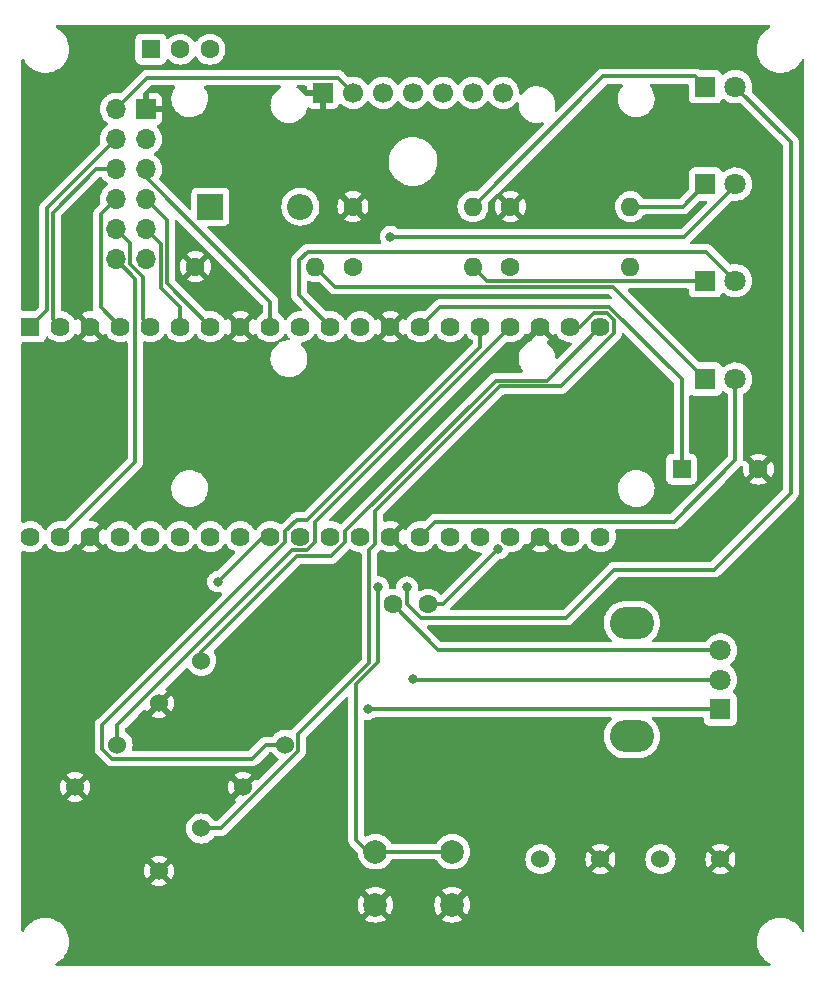
<source format=gtl>
G04 #@! TF.GenerationSoftware,KiCad,Pcbnew,6.0.0-d3dd2cf0fa~116~ubuntu20.04.1*
G04 #@! TF.CreationDate,2022-01-19T10:19:55+01:00*
G04 #@! TF.ProjectId,piconsole,7069636f-6e73-46f6-9c65-2e6b69636164,rev?*
G04 #@! TF.SameCoordinates,Original*
G04 #@! TF.FileFunction,Copper,L1,Top*
G04 #@! TF.FilePolarity,Positive*
%FSLAX46Y46*%
G04 Gerber Fmt 4.6, Leading zero omitted, Abs format (unit mm)*
G04 Created by KiCad (PCBNEW 6.0.0-d3dd2cf0fa~116~ubuntu20.04.1) date 2022-01-19 10:19:55*
%MOMM*%
%LPD*%
G01*
G04 APERTURE LIST*
G04 #@! TA.AperFunction,ComponentPad*
%ADD10C,1.600000*%
G04 #@! TD*
G04 #@! TA.AperFunction,ComponentPad*
%ADD11O,1.600000X1.600000*%
G04 #@! TD*
G04 #@! TA.AperFunction,ComponentPad*
%ADD12R,1.700000X1.700000*%
G04 #@! TD*
G04 #@! TA.AperFunction,ComponentPad*
%ADD13C,1.700000*%
G04 #@! TD*
G04 #@! TA.AperFunction,ComponentPad*
%ADD14R,1.800000X1.800000*%
G04 #@! TD*
G04 #@! TA.AperFunction,ComponentPad*
%ADD15C,1.800000*%
G04 #@! TD*
G04 #@! TA.AperFunction,ComponentPad*
%ADD16R,1.600000X1.600000*%
G04 #@! TD*
G04 #@! TA.AperFunction,ComponentPad*
%ADD17C,1.524000*%
G04 #@! TD*
G04 #@! TA.AperFunction,ComponentPad*
%ADD18O,3.740000X2.720000*%
G04 #@! TD*
G04 #@! TA.AperFunction,ComponentPad*
%ADD19C,2.000000*%
G04 #@! TD*
G04 #@! TA.AperFunction,ComponentPad*
%ADD20R,2.200000X2.200000*%
G04 #@! TD*
G04 #@! TA.AperFunction,ComponentPad*
%ADD21O,2.200000X2.200000*%
G04 #@! TD*
G04 #@! TA.AperFunction,ComponentPad*
%ADD22O,1.700000X1.700000*%
G04 #@! TD*
G04 #@! TA.AperFunction,ComponentPad*
%ADD23R,1.624000X1.624000*%
G04 #@! TD*
G04 #@! TA.AperFunction,ComponentPad*
%ADD24C,1.624000*%
G04 #@! TD*
G04 #@! TA.AperFunction,ViaPad*
%ADD25C,0.800000*%
G04 #@! TD*
G04 #@! TA.AperFunction,Conductor*
%ADD26C,0.300000*%
G04 #@! TD*
G04 APERTURE END LIST*
D10*
X125730000Y-78740000D03*
D11*
X135890000Y-78740000D03*
D10*
X112395000Y-78740000D03*
D11*
X122555000Y-78740000D03*
D10*
X139065000Y-78740000D03*
D11*
X149225000Y-78740000D03*
D10*
X132080000Y-107315000D03*
X129080000Y-107315000D03*
D12*
X123192500Y-64026000D03*
D13*
X125732500Y-64026000D03*
X128272500Y-64026000D03*
X130810000Y-64026000D03*
X133352500Y-64026000D03*
X135892500Y-64026000D03*
X138432500Y-64026000D03*
D14*
X155575000Y-63500000D03*
D15*
X158115000Y-63500000D03*
D16*
X108625000Y-60325000D03*
D10*
X111125000Y-60325000D03*
X113625000Y-60325000D03*
D14*
X155575000Y-71755000D03*
D15*
X158115000Y-71755000D03*
D14*
X155575000Y-88265000D03*
D15*
X158115000Y-88265000D03*
D14*
X155575000Y-79930000D03*
D15*
X158115000Y-79930000D03*
D17*
X119991051Y-119208949D03*
X116398949Y-122801051D03*
X112891051Y-126308949D03*
X109298949Y-129901051D03*
X112891051Y-112108949D03*
X109298949Y-115701051D03*
D10*
X139065000Y-73660000D03*
D11*
X149225000Y-73660000D03*
D18*
X149345000Y-108905000D03*
X149345000Y-118505000D03*
D14*
X156845000Y-116205000D03*
D15*
X156845000Y-113705000D03*
X156845000Y-111205000D03*
D17*
X151765000Y-128905000D03*
X156845000Y-128905000D03*
X141605000Y-128905000D03*
X146685000Y-128905000D03*
X105791051Y-119208949D03*
X102198949Y-122801051D03*
D10*
X125730000Y-73660000D03*
D11*
X135890000Y-73660000D03*
D19*
X134135000Y-128270000D03*
X127635000Y-128270000D03*
X127635000Y-132770000D03*
X134135000Y-132770000D03*
D20*
X113665000Y-73660000D03*
D21*
X121285000Y-73660000D03*
D12*
X108204000Y-65405000D03*
D22*
X105664000Y-65405000D03*
X108204000Y-67945000D03*
X105664000Y-67945000D03*
X108204000Y-70485000D03*
X105664000Y-70485000D03*
X108204000Y-73025000D03*
X105664000Y-73025000D03*
X108204000Y-75565000D03*
X105664000Y-75565000D03*
X108204000Y-78105000D03*
X105664000Y-78105000D03*
D23*
X98425000Y-83820000D03*
D24*
X100965000Y-83820000D03*
X103505000Y-83820000D03*
X106045000Y-83820000D03*
X108585000Y-83820000D03*
X111125000Y-83820000D03*
X113665000Y-83820000D03*
X116205000Y-83820000D03*
X118745000Y-83820000D03*
X121285000Y-83820000D03*
X123825000Y-83820000D03*
X126365000Y-83820000D03*
X128905000Y-83820000D03*
X131445000Y-83820000D03*
X133985000Y-83820000D03*
X136525000Y-83820000D03*
X139065000Y-83820000D03*
X141605000Y-83820000D03*
X144145000Y-83820000D03*
X146685000Y-83820000D03*
X146685000Y-101600000D03*
X144145000Y-101600000D03*
X141605000Y-101600000D03*
X139065000Y-101600000D03*
X136525000Y-101600000D03*
X133985000Y-101600000D03*
X131445000Y-101600000D03*
X128905000Y-101600000D03*
X126365000Y-101600000D03*
X123825000Y-101600000D03*
X121285000Y-101600000D03*
X118745000Y-101600000D03*
X116205000Y-101600000D03*
X113665000Y-101600000D03*
X111125000Y-101600000D03*
X108585000Y-101600000D03*
X106045000Y-101600000D03*
X103505000Y-101600000D03*
X100965000Y-101600000D03*
X98425000Y-101600000D03*
D16*
X153560000Y-95885000D03*
D10*
X160060000Y-95885000D03*
D25*
X133096000Y-97409000D03*
X120269000Y-91948000D03*
X141605000Y-93345000D03*
X123190000Y-105410000D03*
X130310000Y-105885000D03*
X128905000Y-76200000D03*
X127000000Y-116205000D03*
X138036167Y-102628832D03*
X114300000Y-105410000D03*
X130810000Y-113665000D03*
X127889000Y-105885000D03*
D26*
X153560000Y-88268118D02*
X153560000Y-95885000D01*
X147449872Y-82157988D02*
X153560000Y-88268118D01*
X133107012Y-82157988D02*
X147449872Y-82157988D01*
X131445000Y-83820000D02*
X133107012Y-82157988D01*
X146924012Y-62625988D02*
X154700988Y-62625988D01*
X154700988Y-62625988D02*
X155575000Y-63500000D01*
X135890000Y-73660000D02*
X146924012Y-62625988D01*
X143793339Y-108465001D02*
X147873340Y-104385000D01*
X130310000Y-107316001D02*
X131459000Y-108465001D01*
X130310000Y-105885000D02*
X130310000Y-107316001D01*
X156310000Y-104385000D02*
X162810000Y-97885000D01*
X147873340Y-104385000D02*
X156310000Y-104385000D01*
X162810000Y-97885000D02*
X162810000Y-68195000D01*
X131459000Y-108465001D02*
X143793339Y-108465001D01*
X162810000Y-68195000D02*
X158115000Y-63500000D01*
X153670000Y-73660000D02*
X155575000Y-71755000D01*
X149225000Y-73660000D02*
X153670000Y-73660000D01*
X158115000Y-71755000D02*
X158115000Y-71882000D01*
X158115000Y-71882000D02*
X153797000Y-76200000D01*
X132642880Y-76200000D02*
X128905000Y-76200000D01*
X153797000Y-76200000D02*
X132642880Y-76200000D01*
X121894499Y-77470000D02*
X121158000Y-78206499D01*
X121158000Y-81153000D02*
X123825000Y-83820000D01*
X158115000Y-79930000D02*
X155655000Y-77470000D01*
X121158000Y-78206499D02*
X121158000Y-81153000D01*
X155655000Y-77470000D02*
X121894499Y-77470000D01*
X135890000Y-78740000D02*
X137080000Y-79930000D01*
X137080000Y-79930000D02*
X155575000Y-79930000D01*
X124245010Y-80430010D02*
X147740010Y-80430010D01*
X122555000Y-78740000D02*
X124245010Y-80430010D01*
X147740010Y-80430010D02*
X155575000Y-88265000D01*
X158115000Y-95123000D02*
X152908000Y-100330000D01*
X132715000Y-100330000D02*
X131445000Y-101600000D01*
X158115000Y-88265000D02*
X158115000Y-95123000D01*
X152908000Y-100330000D02*
X132715000Y-100330000D01*
X107315000Y-95250000D02*
X100965000Y-101600000D01*
X105664000Y-78105000D02*
X107315000Y-79756000D01*
X107315000Y-79756000D02*
X107315000Y-95250000D01*
X105664000Y-65405000D02*
X108331000Y-62738000D01*
X124444500Y-62738000D02*
X125732500Y-64026000D01*
X108331000Y-62738000D02*
X124444500Y-62738000D01*
X156845000Y-116205000D02*
X127000000Y-116205000D01*
X132080000Y-107315000D02*
X133349999Y-107315000D01*
X133349999Y-107315000D02*
X138036167Y-102628832D01*
X132970000Y-111205000D02*
X129080000Y-107315000D01*
X156845000Y-111205000D02*
X132970000Y-111205000D01*
X130850000Y-113705000D02*
X130810000Y-113665000D01*
X114300000Y-105410000D02*
X118110000Y-101600000D01*
X118110000Y-101600000D02*
X118745000Y-101600000D01*
X156845000Y-113705000D02*
X130850000Y-113705000D01*
X125095000Y-102049762D02*
X125095000Y-101150238D01*
X121019988Y-103262012D02*
X123882750Y-103262012D01*
X142120000Y-88385000D02*
X146685000Y-83820000D01*
X112891051Y-112108949D02*
X112891051Y-111390949D01*
X125095000Y-101150238D02*
X137860238Y-88385000D01*
X137860238Y-88385000D02*
X142120000Y-88385000D01*
X112891051Y-111390949D02*
X121019988Y-103262012D01*
X123882750Y-103262012D02*
X125095000Y-102049762D01*
X127115001Y-102762001D02*
X127635000Y-102242002D01*
X127115001Y-112279999D02*
X127115001Y-102762001D01*
X147242761Y-82657999D02*
X146127239Y-82657999D01*
X127635000Y-102242002D02*
X127635000Y-99441000D01*
X147847001Y-84377761D02*
X147847001Y-83262239D01*
X146127239Y-82657999D02*
X144965238Y-83820000D01*
X138191000Y-88885000D02*
X143339762Y-88885000D01*
X127635000Y-99441000D02*
X138191000Y-88885000D01*
X147847001Y-83262239D02*
X147242761Y-82657999D01*
X112891051Y-126308949D02*
X114536813Y-126308949D01*
X114536813Y-126308949D02*
X121103052Y-119742710D01*
X144965238Y-83820000D02*
X144145000Y-83820000D01*
X121103052Y-119742710D02*
X121103052Y-118291948D01*
X143339762Y-88885000D02*
X147847001Y-84377761D01*
X121103052Y-118291948D02*
X127115001Y-112279999D01*
X120592237Y-102762001D02*
X121842761Y-102762001D01*
X122555000Y-100330000D02*
X139065000Y-83820000D01*
X121842761Y-102762001D02*
X122555000Y-102049762D01*
X105791051Y-119208949D02*
X105791051Y-117563187D01*
X122555000Y-102049762D02*
X122555000Y-100330000D01*
X105791051Y-117563187D02*
X120592237Y-102762001D01*
X104521000Y-119609330D02*
X104521000Y-117543762D01*
X120015000Y-102049762D02*
X120015000Y-101150238D01*
X117158238Y-120396000D02*
X105307670Y-120396000D01*
X119991051Y-119208949D02*
X118345289Y-119208949D01*
X120962238Y-100203000D02*
X121861762Y-100203000D01*
X105307670Y-120396000D02*
X104521000Y-119609330D01*
X121861762Y-100203000D02*
X136525000Y-85539762D01*
X118345289Y-119208949D02*
X117158238Y-120396000D01*
X104521000Y-117543762D02*
X120015000Y-102049762D01*
X136525000Y-85539762D02*
X136525000Y-83820000D01*
X120015000Y-101150238D02*
X120962238Y-100203000D01*
X118745000Y-83820000D02*
X118745000Y-81718001D01*
X118745000Y-81718001D02*
X108204000Y-71177001D01*
X108204000Y-71177001D02*
X108204000Y-70485000D01*
X109982000Y-80137000D02*
X109982000Y-74803000D01*
X113665000Y-83820000D02*
X109982000Y-80137000D01*
X109982000Y-74803000D02*
X108204000Y-73025000D01*
X111125000Y-83820000D02*
X111125000Y-82169000D01*
X109474000Y-80518000D02*
X109474000Y-76835000D01*
X109474000Y-76835000D02*
X108204000Y-75565000D01*
X111125000Y-82169000D02*
X109474000Y-80518000D01*
X106864001Y-78541003D02*
X106864001Y-76765001D01*
X107950000Y-79627002D02*
X106864001Y-78541003D01*
X108585000Y-83820000D02*
X107950000Y-83185000D01*
X107950000Y-83185000D02*
X107950000Y-79627002D01*
X106864001Y-76765001D02*
X105664000Y-75565000D01*
X104394000Y-82169000D02*
X104394000Y-74295000D01*
X106045000Y-83820000D02*
X104394000Y-82169000D01*
X104394000Y-74295000D02*
X105664000Y-73025000D01*
X100330000Y-83185000D02*
X100330000Y-74168000D01*
X104013000Y-70485000D02*
X105664000Y-70485000D01*
X100330000Y-74168000D02*
X104013000Y-70485000D01*
X100965000Y-83820000D02*
X100330000Y-83185000D01*
X99822000Y-82423000D02*
X99822000Y-73787000D01*
X99822000Y-73787000D02*
X105664000Y-67945000D01*
X98425000Y-83820000D02*
X99822000Y-82423000D01*
X127889000Y-112213120D02*
X126000001Y-114102119D01*
X127889000Y-112213120D02*
X127889000Y-105885000D01*
X126000001Y-127270001D02*
X127000000Y-128270000D01*
X126000001Y-114102119D02*
X126000001Y-127270001D01*
X127635000Y-128270000D02*
X134135000Y-128270000D01*
X127000000Y-128270000D02*
X127635000Y-128270000D01*
G04 #@! TA.AperFunction,Conductor*
G36*
X161023625Y-58313002D02*
G01*
X161070118Y-58366658D01*
X161080222Y-58436932D01*
X161050728Y-58501512D01*
X161013291Y-58530810D01*
X161011257Y-58531678D01*
X160776329Y-58672280D01*
X160772978Y-58674964D01*
X160772976Y-58674966D01*
X160761202Y-58684399D01*
X160562657Y-58843463D01*
X160426929Y-58986491D01*
X160384258Y-59031457D01*
X160374194Y-59042062D01*
X160214428Y-59264400D01*
X160086314Y-59506364D01*
X159992225Y-59763477D01*
X159933899Y-60030980D01*
X159912418Y-60303924D01*
X159912835Y-60311150D01*
X159928179Y-60577257D01*
X159929004Y-60581462D01*
X159929005Y-60581470D01*
X159955319Y-60715591D01*
X159980889Y-60845923D01*
X159982276Y-60849974D01*
X160028936Y-60986257D01*
X160069573Y-61104950D01*
X160110291Y-61185908D01*
X160161113Y-61286956D01*
X160192591Y-61349544D01*
X160195017Y-61353073D01*
X160195020Y-61353079D01*
X160229642Y-61403454D01*
X160347666Y-61575179D01*
X160350553Y-61578352D01*
X160350554Y-61578353D01*
X160387124Y-61618543D01*
X160531929Y-61777681D01*
X160741969Y-61953302D01*
X160745595Y-61955577D01*
X160745597Y-61955578D01*
X160787898Y-61982113D01*
X160973901Y-62098792D01*
X160977803Y-62100554D01*
X160977807Y-62100556D01*
X161219520Y-62209694D01*
X161219524Y-62209696D01*
X161223432Y-62211460D01*
X161230478Y-62213547D01*
X161481832Y-62288002D01*
X161481837Y-62288003D01*
X161485945Y-62289220D01*
X161490179Y-62289868D01*
X161490184Y-62289869D01*
X161752340Y-62329984D01*
X161752342Y-62329984D01*
X161756582Y-62330633D01*
X161895913Y-62332822D01*
X162026045Y-62334867D01*
X162026051Y-62334867D01*
X162030336Y-62334934D01*
X162302141Y-62302042D01*
X162443127Y-62265055D01*
X162562824Y-62233653D01*
X162562825Y-62233653D01*
X162566967Y-62232566D01*
X162819914Y-62127792D01*
X162967694Y-62041436D01*
X163052598Y-61991822D01*
X163052599Y-61991821D01*
X163056301Y-61989658D01*
X163271754Y-61820722D01*
X163316539Y-61774508D01*
X163448805Y-61638019D01*
X163462286Y-61624108D01*
X163464819Y-61620660D01*
X163464823Y-61620655D01*
X163621834Y-61406909D01*
X163624372Y-61403454D01*
X163641610Y-61371705D01*
X163720269Y-61226834D01*
X163770352Y-61176512D01*
X163839690Y-61161256D01*
X163906269Y-61185908D01*
X163948951Y-61242643D01*
X163957000Y-61286956D01*
X163957000Y-134929949D01*
X163936998Y-134998070D01*
X163883342Y-135044563D01*
X163813068Y-135054667D01*
X163748488Y-135025173D01*
X163719034Y-134987739D01*
X163648550Y-134851178D01*
X163648549Y-134851177D01*
X163646585Y-134847371D01*
X163644122Y-134843866D01*
X163491619Y-134626877D01*
X163491614Y-134626871D01*
X163489155Y-134623372D01*
X163302782Y-134422811D01*
X163299466Y-134420097D01*
X163299463Y-134420094D01*
X163094233Y-134252114D01*
X163094226Y-134252109D01*
X163090915Y-134249399D01*
X162857472Y-134106345D01*
X162853555Y-134104626D01*
X162853552Y-134104624D01*
X162620017Y-134002110D01*
X162606775Y-133996297D01*
X162602647Y-133995121D01*
X162602644Y-133995120D01*
X162521557Y-133972022D01*
X162343462Y-133921290D01*
X162339220Y-133920686D01*
X162339214Y-133920685D01*
X162140596Y-133892418D01*
X162072406Y-133882713D01*
X161928671Y-133881961D01*
X161802908Y-133881302D01*
X161802902Y-133881302D01*
X161798622Y-133881280D01*
X161794378Y-133881839D01*
X161794374Y-133881839D01*
X161675397Y-133897503D01*
X161527177Y-133917016D01*
X161523037Y-133918149D01*
X161523035Y-133918149D01*
X161507251Y-133922467D01*
X161263093Y-133989261D01*
X161011257Y-134096678D01*
X160776329Y-134237280D01*
X160772978Y-134239964D01*
X160772976Y-134239966D01*
X160720166Y-134282275D01*
X160562657Y-134408463D01*
X160374194Y-134607062D01*
X160214428Y-134829400D01*
X160086314Y-135071364D01*
X159992225Y-135328477D01*
X159933899Y-135595980D01*
X159912418Y-135868924D01*
X159912835Y-135876150D01*
X159928179Y-136142257D01*
X159929004Y-136146462D01*
X159929005Y-136146470D01*
X159957848Y-136293483D01*
X159980889Y-136410923D01*
X159982276Y-136414974D01*
X160000275Y-136467544D01*
X160069573Y-136669950D01*
X160071499Y-136673779D01*
X160134495Y-136799032D01*
X160192591Y-136914544D01*
X160195017Y-136918073D01*
X160195020Y-136918079D01*
X160229642Y-136968454D01*
X160347666Y-137140179D01*
X160531929Y-137342681D01*
X160741969Y-137518302D01*
X160973901Y-137663792D01*
X160977803Y-137665554D01*
X160977807Y-137665556D01*
X161012373Y-137681163D01*
X161066227Y-137727426D01*
X161086521Y-137795461D01*
X161066810Y-137863667D01*
X161013354Y-137910389D01*
X160960522Y-137922000D01*
X100663034Y-137922000D01*
X100594913Y-137901998D01*
X100548420Y-137848342D01*
X100538316Y-137778068D01*
X100567810Y-137713488D01*
X100599463Y-137687212D01*
X100822598Y-137556822D01*
X100822599Y-137556821D01*
X100826301Y-137554658D01*
X101041754Y-137385722D01*
X101086539Y-137339508D01*
X101229303Y-137192186D01*
X101232286Y-137189108D01*
X101234819Y-137185660D01*
X101234823Y-137185655D01*
X101391834Y-136971909D01*
X101394372Y-136968454D01*
X101396418Y-136964686D01*
X101522962Y-136731621D01*
X101522963Y-136731619D01*
X101525012Y-136727845D01*
X101621789Y-136471732D01*
X101671386Y-136255180D01*
X101681954Y-136209038D01*
X101681955Y-136209034D01*
X101682912Y-136204854D01*
X101695031Y-136069075D01*
X101707031Y-135934616D01*
X101707251Y-135932151D01*
X101707692Y-135890000D01*
X101704782Y-135847319D01*
X101689362Y-135621123D01*
X101689361Y-135621117D01*
X101689070Y-135616846D01*
X101633550Y-135348747D01*
X101542157Y-135090664D01*
X101534277Y-135075395D01*
X101418550Y-134851178D01*
X101418549Y-134851177D01*
X101416585Y-134847371D01*
X101414122Y-134843866D01*
X101261619Y-134626877D01*
X101261614Y-134626871D01*
X101259155Y-134623372D01*
X101072782Y-134422811D01*
X101069466Y-134420097D01*
X101069463Y-134420094D01*
X100864233Y-134252114D01*
X100864226Y-134252109D01*
X100860915Y-134249399D01*
X100627472Y-134106345D01*
X100623555Y-134104626D01*
X100623552Y-134104624D01*
X100391293Y-134002670D01*
X126767160Y-134002670D01*
X126772887Y-134010320D01*
X126944042Y-134115205D01*
X126952837Y-134119687D01*
X127162988Y-134206734D01*
X127172373Y-134209783D01*
X127393554Y-134262885D01*
X127403301Y-134264428D01*
X127630070Y-134282275D01*
X127639930Y-134282275D01*
X127866699Y-134264428D01*
X127876446Y-134262885D01*
X128097627Y-134209783D01*
X128107012Y-134206734D01*
X128317163Y-134119687D01*
X128325958Y-134115205D01*
X128493445Y-134012568D01*
X128502400Y-134002670D01*
X133267160Y-134002670D01*
X133272887Y-134010320D01*
X133444042Y-134115205D01*
X133452837Y-134119687D01*
X133662988Y-134206734D01*
X133672373Y-134209783D01*
X133893554Y-134262885D01*
X133903301Y-134264428D01*
X134130070Y-134282275D01*
X134139930Y-134282275D01*
X134366699Y-134264428D01*
X134376446Y-134262885D01*
X134597627Y-134209783D01*
X134607012Y-134206734D01*
X134817163Y-134119687D01*
X134825958Y-134115205D01*
X134993445Y-134012568D01*
X135002907Y-134002110D01*
X134999124Y-133993334D01*
X134147812Y-133142022D01*
X134133868Y-133134408D01*
X134132035Y-133134539D01*
X134125420Y-133138790D01*
X133273920Y-133990290D01*
X133267160Y-134002670D01*
X128502400Y-134002670D01*
X128502907Y-134002110D01*
X128499124Y-133993334D01*
X127647812Y-133142022D01*
X127633868Y-133134408D01*
X127632035Y-133134539D01*
X127625420Y-133138790D01*
X126773920Y-133990290D01*
X126767160Y-134002670D01*
X100391293Y-134002670D01*
X100390017Y-134002110D01*
X100376775Y-133996297D01*
X100372647Y-133995121D01*
X100372644Y-133995120D01*
X100291557Y-133972022D01*
X100113462Y-133921290D01*
X100109220Y-133920686D01*
X100109214Y-133920685D01*
X99910596Y-133892418D01*
X99842406Y-133882713D01*
X99698671Y-133881961D01*
X99572908Y-133881302D01*
X99572902Y-133881302D01*
X99568622Y-133881280D01*
X99564378Y-133881839D01*
X99564374Y-133881839D01*
X99445397Y-133897503D01*
X99297177Y-133917016D01*
X99293037Y-133918149D01*
X99293035Y-133918149D01*
X99277251Y-133922467D01*
X99033093Y-133989261D01*
X98781257Y-134096678D01*
X98546329Y-134237280D01*
X98542978Y-134239964D01*
X98542976Y-134239966D01*
X98490166Y-134282275D01*
X98332657Y-134408463D01*
X98144194Y-134607062D01*
X97984428Y-134829400D01*
X97982414Y-134833204D01*
X97900354Y-134988187D01*
X97850801Y-135039031D01*
X97781627Y-135055012D01*
X97714793Y-135031058D01*
X97671520Y-134974774D01*
X97663000Y-134929228D01*
X97663000Y-132774930D01*
X126122725Y-132774930D01*
X126140572Y-133001699D01*
X126142115Y-133011446D01*
X126195217Y-133232627D01*
X126198266Y-133242012D01*
X126285313Y-133452163D01*
X126289795Y-133460958D01*
X126392432Y-133628445D01*
X126402890Y-133637907D01*
X126411666Y-133634124D01*
X127262978Y-132782812D01*
X127269356Y-132771132D01*
X127999408Y-132771132D01*
X127999539Y-132772965D01*
X128003790Y-132779580D01*
X128855290Y-133631080D01*
X128867670Y-133637840D01*
X128875320Y-133632113D01*
X128980205Y-133460958D01*
X128984687Y-133452163D01*
X129071734Y-133242012D01*
X129074783Y-133232627D01*
X129127885Y-133011446D01*
X129129428Y-133001699D01*
X129147275Y-132774930D01*
X132622725Y-132774930D01*
X132640572Y-133001699D01*
X132642115Y-133011446D01*
X132695217Y-133232627D01*
X132698266Y-133242012D01*
X132785313Y-133452163D01*
X132789795Y-133460958D01*
X132892432Y-133628445D01*
X132902890Y-133637907D01*
X132911666Y-133634124D01*
X133762978Y-132782812D01*
X133769356Y-132771132D01*
X134499408Y-132771132D01*
X134499539Y-132772965D01*
X134503790Y-132779580D01*
X135355290Y-133631080D01*
X135367670Y-133637840D01*
X135375320Y-133632113D01*
X135480205Y-133460958D01*
X135484687Y-133452163D01*
X135571734Y-133242012D01*
X135574783Y-133232627D01*
X135627885Y-133011446D01*
X135629428Y-133001699D01*
X135647275Y-132774930D01*
X135647275Y-132765070D01*
X135629428Y-132538301D01*
X135627885Y-132528554D01*
X135574783Y-132307373D01*
X135571734Y-132297988D01*
X135484687Y-132087837D01*
X135480205Y-132079042D01*
X135377568Y-131911555D01*
X135367110Y-131902093D01*
X135358334Y-131905876D01*
X134507022Y-132757188D01*
X134499408Y-132771132D01*
X133769356Y-132771132D01*
X133770592Y-132768868D01*
X133770461Y-132767035D01*
X133766210Y-132760420D01*
X132914710Y-131908920D01*
X132902330Y-131902160D01*
X132894680Y-131907887D01*
X132789795Y-132079042D01*
X132785313Y-132087837D01*
X132698266Y-132297988D01*
X132695217Y-132307373D01*
X132642115Y-132528554D01*
X132640572Y-132538301D01*
X132622725Y-132765070D01*
X132622725Y-132774930D01*
X129147275Y-132774930D01*
X129147275Y-132765070D01*
X129129428Y-132538301D01*
X129127885Y-132528554D01*
X129074783Y-132307373D01*
X129071734Y-132297988D01*
X128984687Y-132087837D01*
X128980205Y-132079042D01*
X128877568Y-131911555D01*
X128867110Y-131902093D01*
X128858334Y-131905876D01*
X128007022Y-132757188D01*
X127999408Y-132771132D01*
X127269356Y-132771132D01*
X127270592Y-132768868D01*
X127270461Y-132767035D01*
X127266210Y-132760420D01*
X126414710Y-131908920D01*
X126402330Y-131902160D01*
X126394680Y-131907887D01*
X126289795Y-132079042D01*
X126285313Y-132087837D01*
X126198266Y-132297988D01*
X126195217Y-132307373D01*
X126142115Y-132528554D01*
X126140572Y-132538301D01*
X126122725Y-132765070D01*
X126122725Y-132774930D01*
X97663000Y-132774930D01*
X97663000Y-131537890D01*
X126767093Y-131537890D01*
X126770876Y-131546666D01*
X127622188Y-132397978D01*
X127636132Y-132405592D01*
X127637965Y-132405461D01*
X127644580Y-132401210D01*
X128496080Y-131549710D01*
X128502534Y-131537890D01*
X133267093Y-131537890D01*
X133270876Y-131546666D01*
X134122188Y-132397978D01*
X134136132Y-132405592D01*
X134137965Y-132405461D01*
X134144580Y-132401210D01*
X134996080Y-131549710D01*
X135002840Y-131537330D01*
X134997113Y-131529680D01*
X134825958Y-131424795D01*
X134817163Y-131420313D01*
X134607012Y-131333266D01*
X134597627Y-131330217D01*
X134376446Y-131277115D01*
X134366699Y-131275572D01*
X134139930Y-131257725D01*
X134130070Y-131257725D01*
X133903301Y-131275572D01*
X133893554Y-131277115D01*
X133672373Y-131330217D01*
X133662988Y-131333266D01*
X133452837Y-131420313D01*
X133444042Y-131424795D01*
X133276555Y-131527432D01*
X133267093Y-131537890D01*
X128502534Y-131537890D01*
X128502840Y-131537330D01*
X128497113Y-131529680D01*
X128325958Y-131424795D01*
X128317163Y-131420313D01*
X128107012Y-131333266D01*
X128097627Y-131330217D01*
X127876446Y-131277115D01*
X127866699Y-131275572D01*
X127639930Y-131257725D01*
X127630070Y-131257725D01*
X127403301Y-131275572D01*
X127393554Y-131277115D01*
X127172373Y-131330217D01*
X127162988Y-131333266D01*
X126952837Y-131420313D01*
X126944042Y-131424795D01*
X126776555Y-131527432D01*
X126767093Y-131537890D01*
X97663000Y-131537890D01*
X97663000Y-130959828D01*
X108604726Y-130959828D01*
X108614023Y-130971844D01*
X108657018Y-131001949D01*
X108666504Y-131007427D01*
X108857942Y-131096696D01*
X108868234Y-131100442D01*
X109072258Y-131155110D01*
X109083053Y-131157013D01*
X109293474Y-131175423D01*
X109304424Y-131175423D01*
X109514845Y-131157013D01*
X109525640Y-131155110D01*
X109729664Y-131100442D01*
X109739956Y-131096696D01*
X109931394Y-131007427D01*
X109940880Y-131001949D01*
X109984713Y-130971258D01*
X109993088Y-130960780D01*
X109986020Y-130947332D01*
X109311761Y-130273073D01*
X109297817Y-130265459D01*
X109295984Y-130265590D01*
X109289369Y-130269841D01*
X108611156Y-130948054D01*
X108604726Y-130959828D01*
X97663000Y-130959828D01*
X97663000Y-129906526D01*
X108024577Y-129906526D01*
X108042987Y-130116947D01*
X108044890Y-130127742D01*
X108099558Y-130331766D01*
X108103304Y-130342058D01*
X108192572Y-130533492D01*
X108198052Y-130542983D01*
X108228743Y-130586816D01*
X108239220Y-130595191D01*
X108252667Y-130588123D01*
X108926927Y-129913863D01*
X108933305Y-129902183D01*
X109663357Y-129902183D01*
X109663488Y-129904016D01*
X109667739Y-129910631D01*
X110345952Y-130588844D01*
X110357726Y-130595274D01*
X110369742Y-130585977D01*
X110399846Y-130542983D01*
X110405326Y-130533492D01*
X110494594Y-130342058D01*
X110498340Y-130331766D01*
X110553008Y-130127742D01*
X110554911Y-130116947D01*
X110573321Y-129906526D01*
X110573321Y-129895576D01*
X110554911Y-129685155D01*
X110553008Y-129674360D01*
X110498340Y-129470336D01*
X110494594Y-129460044D01*
X110405326Y-129268610D01*
X110399846Y-129259119D01*
X110369155Y-129215286D01*
X110358678Y-129206911D01*
X110345231Y-129213979D01*
X109670971Y-129888239D01*
X109663357Y-129902183D01*
X108933305Y-129902183D01*
X108934541Y-129899919D01*
X108934410Y-129898086D01*
X108930159Y-129891471D01*
X108251946Y-129213258D01*
X108240172Y-129206828D01*
X108228156Y-129216125D01*
X108198052Y-129259119D01*
X108192572Y-129268610D01*
X108103304Y-129460044D01*
X108099558Y-129470336D01*
X108044890Y-129674360D01*
X108042987Y-129685155D01*
X108024577Y-129895576D01*
X108024577Y-129906526D01*
X97663000Y-129906526D01*
X97663000Y-128841322D01*
X108604809Y-128841322D01*
X108611877Y-128854769D01*
X109286137Y-129529029D01*
X109300081Y-129536643D01*
X109301914Y-129536512D01*
X109308529Y-129532261D01*
X109986742Y-128854048D01*
X109993172Y-128842274D01*
X109983875Y-128830258D01*
X109940880Y-128800153D01*
X109931394Y-128794675D01*
X109739956Y-128705406D01*
X109729664Y-128701660D01*
X109525640Y-128646992D01*
X109514845Y-128645089D01*
X109304424Y-128626679D01*
X109293474Y-128626679D01*
X109083053Y-128645089D01*
X109072258Y-128646992D01*
X108868234Y-128701660D01*
X108857942Y-128705406D01*
X108666508Y-128794674D01*
X108657017Y-128800154D01*
X108613184Y-128830845D01*
X108604809Y-128841322D01*
X97663000Y-128841322D01*
X97663000Y-123859828D01*
X101504726Y-123859828D01*
X101514023Y-123871844D01*
X101557018Y-123901949D01*
X101566504Y-123907427D01*
X101757942Y-123996696D01*
X101768234Y-124000442D01*
X101972258Y-124055110D01*
X101983053Y-124057013D01*
X102193474Y-124075423D01*
X102204424Y-124075423D01*
X102414845Y-124057013D01*
X102425640Y-124055110D01*
X102629664Y-124000442D01*
X102639956Y-123996696D01*
X102831394Y-123907427D01*
X102840880Y-123901949D01*
X102884713Y-123871258D01*
X102893088Y-123860780D01*
X102886020Y-123847332D01*
X102211761Y-123173073D01*
X102197817Y-123165459D01*
X102195984Y-123165590D01*
X102189369Y-123169841D01*
X101511156Y-123848054D01*
X101504726Y-123859828D01*
X97663000Y-123859828D01*
X97663000Y-122806526D01*
X100924577Y-122806526D01*
X100942987Y-123016947D01*
X100944890Y-123027742D01*
X100999558Y-123231766D01*
X101003304Y-123242058D01*
X101092572Y-123433492D01*
X101098052Y-123442983D01*
X101128743Y-123486816D01*
X101139220Y-123495191D01*
X101152667Y-123488123D01*
X101826927Y-122813863D01*
X101833305Y-122802183D01*
X102563357Y-122802183D01*
X102563488Y-122804016D01*
X102567739Y-122810631D01*
X103245952Y-123488844D01*
X103257726Y-123495274D01*
X103269742Y-123485977D01*
X103299846Y-123442983D01*
X103305326Y-123433492D01*
X103394594Y-123242058D01*
X103398340Y-123231766D01*
X103453008Y-123027742D01*
X103454911Y-123016947D01*
X103473321Y-122806526D01*
X115124577Y-122806526D01*
X115142987Y-123016947D01*
X115144890Y-123027742D01*
X115199558Y-123231766D01*
X115203304Y-123242058D01*
X115292572Y-123433492D01*
X115298052Y-123442983D01*
X115328743Y-123486816D01*
X115339220Y-123495191D01*
X115352667Y-123488123D01*
X116026927Y-122813863D01*
X116034541Y-122799919D01*
X116034410Y-122798086D01*
X116030159Y-122791471D01*
X115351946Y-122113258D01*
X115340172Y-122106828D01*
X115328156Y-122116125D01*
X115298052Y-122159119D01*
X115292572Y-122168610D01*
X115203304Y-122360044D01*
X115199558Y-122370336D01*
X115144890Y-122574360D01*
X115142987Y-122585155D01*
X115124577Y-122795576D01*
X115124577Y-122806526D01*
X103473321Y-122806526D01*
X103473321Y-122795576D01*
X103454911Y-122585155D01*
X103453008Y-122574360D01*
X103398340Y-122370336D01*
X103394594Y-122360044D01*
X103305326Y-122168610D01*
X103299846Y-122159119D01*
X103269155Y-122115286D01*
X103258678Y-122106911D01*
X103245231Y-122113979D01*
X102570971Y-122788239D01*
X102563357Y-122802183D01*
X101833305Y-122802183D01*
X101834541Y-122799919D01*
X101834410Y-122798086D01*
X101830159Y-122791471D01*
X101151946Y-122113258D01*
X101140172Y-122106828D01*
X101128156Y-122116125D01*
X101098052Y-122159119D01*
X101092572Y-122168610D01*
X101003304Y-122360044D01*
X100999558Y-122370336D01*
X100944890Y-122574360D01*
X100942987Y-122585155D01*
X100924577Y-122795576D01*
X100924577Y-122806526D01*
X97663000Y-122806526D01*
X97663000Y-121741322D01*
X101504809Y-121741322D01*
X101511877Y-121754769D01*
X102186137Y-122429029D01*
X102200081Y-122436643D01*
X102201914Y-122436512D01*
X102208529Y-122432261D01*
X102886742Y-121754048D01*
X102893172Y-121742274D01*
X102892435Y-121741322D01*
X115704809Y-121741322D01*
X115711877Y-121754769D01*
X116386137Y-122429029D01*
X116400081Y-122436643D01*
X116401914Y-122436512D01*
X116408529Y-122432261D01*
X117086742Y-121754048D01*
X117093172Y-121742274D01*
X117083875Y-121730258D01*
X117040880Y-121700153D01*
X117031394Y-121694675D01*
X116839956Y-121605406D01*
X116829664Y-121601660D01*
X116625640Y-121546992D01*
X116614845Y-121545089D01*
X116404424Y-121526679D01*
X116393474Y-121526679D01*
X116183053Y-121545089D01*
X116172258Y-121546992D01*
X115968234Y-121601660D01*
X115957942Y-121605406D01*
X115766508Y-121694674D01*
X115757017Y-121700154D01*
X115713184Y-121730845D01*
X115704809Y-121741322D01*
X102892435Y-121741322D01*
X102883875Y-121730258D01*
X102840880Y-121700153D01*
X102831394Y-121694675D01*
X102639956Y-121605406D01*
X102629664Y-121601660D01*
X102425640Y-121546992D01*
X102414845Y-121545089D01*
X102204424Y-121526679D01*
X102193474Y-121526679D01*
X101983053Y-121545089D01*
X101972258Y-121546992D01*
X101768234Y-121601660D01*
X101757942Y-121605406D01*
X101566508Y-121694674D01*
X101557017Y-121700154D01*
X101513184Y-121730845D01*
X101504809Y-121741322D01*
X97663000Y-121741322D01*
X97663000Y-102899465D01*
X97683002Y-102831344D01*
X97736658Y-102784851D01*
X97806932Y-102774747D01*
X97842251Y-102785270D01*
X97971637Y-102845604D01*
X97976945Y-102847026D01*
X97976947Y-102847027D01*
X98189507Y-102903982D01*
X98189509Y-102903982D01*
X98194822Y-102905406D01*
X98425000Y-102925544D01*
X98655178Y-102905406D01*
X98660491Y-102903982D01*
X98660493Y-102903982D01*
X98873053Y-102847027D01*
X98873055Y-102847026D01*
X98878363Y-102845604D01*
X98943389Y-102815282D01*
X99082785Y-102750281D01*
X99082790Y-102750278D01*
X99087772Y-102747955D01*
X99095440Y-102742586D01*
X99272532Y-102618585D01*
X99272535Y-102618583D01*
X99277043Y-102615426D01*
X99440426Y-102452043D01*
X99529250Y-102325190D01*
X99569798Y-102267281D01*
X99569799Y-102267279D01*
X99572955Y-102262772D01*
X99575280Y-102257786D01*
X99575284Y-102257779D01*
X99580806Y-102245937D01*
X99627723Y-102192652D01*
X99696001Y-102173192D01*
X99763960Y-102193734D01*
X99809194Y-102245937D01*
X99814716Y-102257779D01*
X99814720Y-102257786D01*
X99817045Y-102262772D01*
X99820201Y-102267279D01*
X99820202Y-102267281D01*
X99860751Y-102325190D01*
X99949574Y-102452043D01*
X100112957Y-102615426D01*
X100117465Y-102618583D01*
X100117468Y-102618585D01*
X100294560Y-102742586D01*
X100302228Y-102747955D01*
X100307210Y-102750278D01*
X100307215Y-102750281D01*
X100446611Y-102815282D01*
X100511637Y-102845604D01*
X100516945Y-102847026D01*
X100516947Y-102847027D01*
X100729507Y-102903982D01*
X100729509Y-102903982D01*
X100734822Y-102905406D01*
X100965000Y-102925544D01*
X101195178Y-102905406D01*
X101200491Y-102903982D01*
X101200493Y-102903982D01*
X101413053Y-102847027D01*
X101413055Y-102847026D01*
X101418363Y-102845604D01*
X101483389Y-102815282D01*
X101622785Y-102750281D01*
X101622790Y-102750278D01*
X101627772Y-102747955D01*
X101635440Y-102742586D01*
X101703860Y-102694678D01*
X102774876Y-102694678D01*
X102784172Y-102706693D01*
X102837974Y-102744366D01*
X102847464Y-102749844D01*
X103046827Y-102842809D01*
X103057119Y-102846555D01*
X103269596Y-102903488D01*
X103280389Y-102905391D01*
X103499525Y-102924563D01*
X103510475Y-102924563D01*
X103729611Y-102905391D01*
X103740404Y-102903488D01*
X103952881Y-102846555D01*
X103963173Y-102842809D01*
X104162536Y-102749844D01*
X104172026Y-102744366D01*
X104226667Y-102706106D01*
X104235041Y-102695631D01*
X104227972Y-102682182D01*
X103517812Y-101972022D01*
X103503868Y-101964408D01*
X103502035Y-101964539D01*
X103495420Y-101968790D01*
X102781306Y-102682904D01*
X102774876Y-102694678D01*
X101703860Y-102694678D01*
X101812532Y-102618585D01*
X101812535Y-102618583D01*
X101817043Y-102615426D01*
X101980426Y-102452043D01*
X102069250Y-102325190D01*
X102109798Y-102267281D01*
X102109799Y-102267279D01*
X102112955Y-102262772D01*
X102115278Y-102257791D01*
X102115284Y-102257780D01*
X102121082Y-102245345D01*
X102167999Y-102192061D01*
X102236276Y-102172600D01*
X102304236Y-102193142D01*
X102349470Y-102245345D01*
X102355152Y-102257531D01*
X102360634Y-102267026D01*
X102398894Y-102321667D01*
X102409369Y-102330041D01*
X102422818Y-102322972D01*
X104228694Y-100517096D01*
X104235124Y-100505322D01*
X104225828Y-100493307D01*
X104172026Y-100455634D01*
X104162536Y-100450156D01*
X103963173Y-100357191D01*
X103952881Y-100353445D01*
X103740404Y-100296512D01*
X103729612Y-100294609D01*
X103513305Y-100275685D01*
X103447186Y-100249822D01*
X103405547Y-100192318D01*
X103401606Y-100121431D01*
X103435191Y-100061069D01*
X105915692Y-97580568D01*
X110347382Y-97580568D01*
X110347963Y-97585588D01*
X110347963Y-97585592D01*
X110352890Y-97628171D01*
X110376208Y-97829699D01*
X110377587Y-97834573D01*
X110377588Y-97834577D01*
X110428053Y-98012916D01*
X110444494Y-98071017D01*
X110446628Y-98075592D01*
X110446630Y-98075599D01*
X110536433Y-98268181D01*
X110550484Y-98298313D01*
X110553326Y-98302494D01*
X110553326Y-98302495D01*
X110688605Y-98501552D01*
X110688608Y-98501556D01*
X110691451Y-98505739D01*
X110694928Y-98509416D01*
X110694929Y-98509417D01*
X110795238Y-98615491D01*
X110863767Y-98687959D01*
X110867793Y-98691037D01*
X110867794Y-98691038D01*
X111058981Y-98837212D01*
X111058985Y-98837215D01*
X111063001Y-98840285D01*
X111284026Y-98958797D01*
X111288807Y-98960443D01*
X111288811Y-98960445D01*
X111514538Y-99038169D01*
X111521156Y-99040448D01*
X111624689Y-99058331D01*
X111764380Y-99082460D01*
X111764386Y-99082461D01*
X111768290Y-99083135D01*
X111772251Y-99083315D01*
X111772252Y-99083315D01*
X111796931Y-99084436D01*
X111796950Y-99084436D01*
X111798350Y-99084500D01*
X111973015Y-99084500D01*
X111975523Y-99084298D01*
X111975528Y-99084298D01*
X112154944Y-99069863D01*
X112154949Y-99069862D01*
X112159985Y-99069457D01*
X112164893Y-99068252D01*
X112164896Y-99068251D01*
X112398625Y-99010841D01*
X112403539Y-99009634D01*
X112408191Y-99007659D01*
X112408195Y-99007658D01*
X112629741Y-98913617D01*
X112629742Y-98913617D01*
X112634396Y-98911641D01*
X112846615Y-98778000D01*
X113034738Y-98612147D01*
X113193924Y-98418351D01*
X113320078Y-98201596D01*
X113350765Y-98121656D01*
X113408143Y-97972181D01*
X113409955Y-97967461D01*
X113411460Y-97960261D01*
X113460206Y-97726921D01*
X113461241Y-97721967D01*
X113472618Y-97471432D01*
X113443792Y-97222301D01*
X113420155Y-97138767D01*
X113376884Y-96985852D01*
X113376883Y-96985850D01*
X113375506Y-96980983D01*
X113373372Y-96976408D01*
X113373370Y-96976401D01*
X113271653Y-96758269D01*
X113271651Y-96758265D01*
X113269516Y-96753687D01*
X113253226Y-96729717D01*
X113131395Y-96550448D01*
X113131392Y-96550444D01*
X113128549Y-96546261D01*
X113027925Y-96439853D01*
X112959713Y-96367721D01*
X112956233Y-96364041D01*
X112910089Y-96328761D01*
X112761019Y-96214788D01*
X112761015Y-96214785D01*
X112756999Y-96211715D01*
X112535974Y-96093203D01*
X112531193Y-96091557D01*
X112531189Y-96091555D01*
X112303633Y-96013201D01*
X112298844Y-96011552D01*
X112195311Y-95993669D01*
X112055620Y-95969540D01*
X112055614Y-95969539D01*
X112051710Y-95968865D01*
X112047749Y-95968685D01*
X112047748Y-95968685D01*
X112023069Y-95967564D01*
X112023050Y-95967564D01*
X112021650Y-95967500D01*
X111846985Y-95967500D01*
X111844477Y-95967702D01*
X111844472Y-95967702D01*
X111665056Y-95982137D01*
X111665051Y-95982138D01*
X111660015Y-95982543D01*
X111655107Y-95983748D01*
X111655104Y-95983749D01*
X111423326Y-96040680D01*
X111416461Y-96042366D01*
X111411809Y-96044341D01*
X111411805Y-96044342D01*
X111291061Y-96095595D01*
X111185604Y-96140359D01*
X111181320Y-96143057D01*
X111012229Y-96249539D01*
X110973385Y-96274000D01*
X110785262Y-96439853D01*
X110626076Y-96633649D01*
X110499922Y-96850404D01*
X110410045Y-97084539D01*
X110409012Y-97089485D01*
X110409010Y-97089491D01*
X110388693Y-97186745D01*
X110358759Y-97330033D01*
X110347382Y-97580568D01*
X105915692Y-97580568D01*
X107722605Y-95773655D01*
X107731385Y-95765665D01*
X107731387Y-95765663D01*
X107738080Y-95761416D01*
X107786605Y-95709742D01*
X107789359Y-95706901D01*
X107809927Y-95686333D01*
X107812647Y-95682826D01*
X107820353Y-95673804D01*
X107846544Y-95645913D01*
X107851972Y-95640133D01*
X107855794Y-95633181D01*
X107862303Y-95621342D01*
X107873157Y-95604818D01*
X107881443Y-95594135D01*
X107881444Y-95594134D01*
X107886304Y-95587868D01*
X107904654Y-95545464D01*
X107909869Y-95534819D01*
X107932124Y-95494337D01*
X107934094Y-95486663D01*
X107934097Y-95486656D01*
X107937455Y-95473574D01*
X107943861Y-95454862D01*
X107949233Y-95442448D01*
X107952380Y-95435177D01*
X107955890Y-95413018D01*
X107959607Y-95389544D01*
X107962012Y-95377930D01*
X107973500Y-95333188D01*
X107973500Y-95311742D01*
X107975051Y-95292032D01*
X107977166Y-95278678D01*
X107977166Y-95278677D01*
X107978406Y-95270848D01*
X107974059Y-95224859D01*
X107973500Y-95213004D01*
X107973500Y-85187438D01*
X107993502Y-85119317D01*
X108047158Y-85072824D01*
X108117432Y-85062720D01*
X108132111Y-85065731D01*
X108349507Y-85123982D01*
X108349509Y-85123982D01*
X108354822Y-85125406D01*
X108585000Y-85145544D01*
X108815178Y-85125406D01*
X108820491Y-85123982D01*
X108820493Y-85123982D01*
X109033053Y-85067027D01*
X109033055Y-85067026D01*
X109038363Y-85065604D01*
X109044548Y-85062720D01*
X109242785Y-84970281D01*
X109242790Y-84970278D01*
X109247772Y-84967955D01*
X109297229Y-84933325D01*
X109432532Y-84838585D01*
X109432535Y-84838583D01*
X109437043Y-84835426D01*
X109600426Y-84672043D01*
X109623301Y-84639375D01*
X109729798Y-84487281D01*
X109729799Y-84487279D01*
X109732955Y-84482772D01*
X109735283Y-84477780D01*
X109735284Y-84477779D01*
X109740806Y-84465937D01*
X109787723Y-84412652D01*
X109856001Y-84393192D01*
X109923960Y-84413734D01*
X109969194Y-84465937D01*
X109974716Y-84477779D01*
X109974717Y-84477780D01*
X109977045Y-84482772D01*
X109980201Y-84487279D01*
X109980202Y-84487281D01*
X110086700Y-84639375D01*
X110109574Y-84672043D01*
X110272957Y-84835426D01*
X110277465Y-84838583D01*
X110277468Y-84838585D01*
X110412771Y-84933325D01*
X110462228Y-84967955D01*
X110467210Y-84970278D01*
X110467215Y-84970281D01*
X110665452Y-85062720D01*
X110671637Y-85065604D01*
X110676945Y-85067026D01*
X110676947Y-85067027D01*
X110889507Y-85123982D01*
X110889509Y-85123982D01*
X110894822Y-85125406D01*
X111125000Y-85145544D01*
X111355178Y-85125406D01*
X111360491Y-85123982D01*
X111360493Y-85123982D01*
X111573053Y-85067027D01*
X111573055Y-85067026D01*
X111578363Y-85065604D01*
X111584548Y-85062720D01*
X111782785Y-84970281D01*
X111782790Y-84970278D01*
X111787772Y-84967955D01*
X111837229Y-84933325D01*
X111972532Y-84838585D01*
X111972535Y-84838583D01*
X111977043Y-84835426D01*
X112140426Y-84672043D01*
X112163301Y-84639375D01*
X112269798Y-84487281D01*
X112269799Y-84487279D01*
X112272955Y-84482772D01*
X112275283Y-84477780D01*
X112275284Y-84477779D01*
X112280806Y-84465937D01*
X112327723Y-84412652D01*
X112396001Y-84393192D01*
X112463960Y-84413734D01*
X112509194Y-84465937D01*
X112514716Y-84477779D01*
X112514717Y-84477780D01*
X112517045Y-84482772D01*
X112520201Y-84487279D01*
X112520202Y-84487281D01*
X112626700Y-84639375D01*
X112649574Y-84672043D01*
X112812957Y-84835426D01*
X112817465Y-84838583D01*
X112817468Y-84838585D01*
X112952771Y-84933325D01*
X113002228Y-84967955D01*
X113007210Y-84970278D01*
X113007215Y-84970281D01*
X113205452Y-85062720D01*
X113211637Y-85065604D01*
X113216945Y-85067026D01*
X113216947Y-85067027D01*
X113429507Y-85123982D01*
X113429509Y-85123982D01*
X113434822Y-85125406D01*
X113665000Y-85145544D01*
X113895178Y-85125406D01*
X113900491Y-85123982D01*
X113900493Y-85123982D01*
X114113053Y-85067027D01*
X114113055Y-85067026D01*
X114118363Y-85065604D01*
X114124548Y-85062720D01*
X114322785Y-84970281D01*
X114322790Y-84970278D01*
X114327772Y-84967955D01*
X114377229Y-84933325D01*
X114403860Y-84914678D01*
X115474876Y-84914678D01*
X115484172Y-84926693D01*
X115537974Y-84964366D01*
X115547464Y-84969844D01*
X115746827Y-85062809D01*
X115757119Y-85066555D01*
X115969596Y-85123488D01*
X115980389Y-85125391D01*
X116199525Y-85144563D01*
X116210475Y-85144563D01*
X116429611Y-85125391D01*
X116440404Y-85123488D01*
X116652881Y-85066555D01*
X116663173Y-85062809D01*
X116862536Y-84969844D01*
X116872026Y-84964366D01*
X116926667Y-84926106D01*
X116935041Y-84915631D01*
X116927972Y-84902182D01*
X116217812Y-84192022D01*
X116203868Y-84184408D01*
X116202035Y-84184539D01*
X116195420Y-84188790D01*
X115481306Y-84902904D01*
X115474876Y-84914678D01*
X114403860Y-84914678D01*
X114512532Y-84838585D01*
X114512535Y-84838583D01*
X114517043Y-84835426D01*
X114680426Y-84672043D01*
X114703301Y-84639375D01*
X114809798Y-84487281D01*
X114809799Y-84487279D01*
X114812955Y-84482772D01*
X114815278Y-84477791D01*
X114815284Y-84477780D01*
X114821082Y-84465345D01*
X114867999Y-84412061D01*
X114936276Y-84392600D01*
X115004236Y-84413142D01*
X115049470Y-84465345D01*
X115055152Y-84477531D01*
X115060634Y-84487026D01*
X115098894Y-84541667D01*
X115109369Y-84550041D01*
X115122818Y-84542972D01*
X115832978Y-83832812D01*
X115840592Y-83818868D01*
X115840461Y-83817035D01*
X115836210Y-83810420D01*
X115122096Y-83096306D01*
X115110322Y-83089876D01*
X115098307Y-83099172D01*
X115060634Y-83152974D01*
X115055152Y-83162469D01*
X115049470Y-83174655D01*
X115002553Y-83227940D01*
X114934275Y-83247400D01*
X114866316Y-83226858D01*
X114821082Y-83174655D01*
X114815284Y-83162220D01*
X114815278Y-83162209D01*
X114812955Y-83157228D01*
X114772304Y-83099172D01*
X114683585Y-82972468D01*
X114683583Y-82972465D01*
X114680426Y-82967957D01*
X114517043Y-82804574D01*
X114512535Y-82801417D01*
X114512532Y-82801415D01*
X114402499Y-82724369D01*
X115474959Y-82724369D01*
X115482028Y-82737818D01*
X116192188Y-83447978D01*
X116206132Y-83455592D01*
X116207965Y-83455461D01*
X116214580Y-83451210D01*
X116928694Y-82737096D01*
X116935124Y-82725322D01*
X116925828Y-82713307D01*
X116872026Y-82675634D01*
X116862536Y-82670156D01*
X116663173Y-82577191D01*
X116652881Y-82573445D01*
X116440404Y-82516512D01*
X116429611Y-82514609D01*
X116210475Y-82495437D01*
X116199525Y-82495437D01*
X115980389Y-82514609D01*
X115969596Y-82516512D01*
X115757119Y-82573445D01*
X115746827Y-82577191D01*
X115547464Y-82670156D01*
X115537974Y-82675634D01*
X115483333Y-82713894D01*
X115474959Y-82724369D01*
X114402499Y-82724369D01*
X114332281Y-82675202D01*
X114332279Y-82675201D01*
X114327772Y-82672045D01*
X114322790Y-82669722D01*
X114322785Y-82669719D01*
X114123345Y-82576719D01*
X114123344Y-82576718D01*
X114118363Y-82574396D01*
X114113055Y-82572974D01*
X114113053Y-82572973D01*
X113900493Y-82516018D01*
X113900491Y-82516018D01*
X113895178Y-82514594D01*
X113665000Y-82494456D01*
X113434822Y-82514594D01*
X113429503Y-82516019D01*
X113429504Y-82516019D01*
X113391543Y-82526190D01*
X113320567Y-82524500D01*
X113269838Y-82493578D01*
X110677405Y-79901145D01*
X110643379Y-79838833D01*
X110642006Y-79826062D01*
X111673493Y-79826062D01*
X111682789Y-79838077D01*
X111733994Y-79873931D01*
X111743489Y-79879414D01*
X111940947Y-79971490D01*
X111951239Y-79975236D01*
X112161688Y-80031625D01*
X112172481Y-80033528D01*
X112389525Y-80052517D01*
X112400475Y-80052517D01*
X112617519Y-80033528D01*
X112628312Y-80031625D01*
X112838761Y-79975236D01*
X112849053Y-79971490D01*
X113046511Y-79879414D01*
X113056006Y-79873931D01*
X113108048Y-79837491D01*
X113116424Y-79827012D01*
X113109356Y-79813566D01*
X112407812Y-79112022D01*
X112393868Y-79104408D01*
X112392035Y-79104539D01*
X112385420Y-79108790D01*
X111679923Y-79814287D01*
X111673493Y-79826062D01*
X110642006Y-79826062D01*
X110640500Y-79812050D01*
X110640500Y-78745475D01*
X111082483Y-78745475D01*
X111101472Y-78962519D01*
X111103375Y-78973312D01*
X111159764Y-79183761D01*
X111163510Y-79194053D01*
X111255586Y-79391511D01*
X111261069Y-79401006D01*
X111297509Y-79453048D01*
X111307988Y-79461424D01*
X111321434Y-79454356D01*
X112022978Y-78752812D01*
X112029356Y-78741132D01*
X112759408Y-78741132D01*
X112759539Y-78742965D01*
X112763790Y-78749580D01*
X113469287Y-79455077D01*
X113481062Y-79461507D01*
X113493077Y-79452211D01*
X113528931Y-79401006D01*
X113534414Y-79391511D01*
X113626490Y-79194053D01*
X113630236Y-79183761D01*
X113686625Y-78973312D01*
X113688528Y-78962519D01*
X113707517Y-78745475D01*
X113707517Y-78734525D01*
X113688528Y-78517481D01*
X113686625Y-78506688D01*
X113630236Y-78296239D01*
X113626490Y-78285947D01*
X113534414Y-78088489D01*
X113528931Y-78078994D01*
X113492491Y-78026952D01*
X113482012Y-78018576D01*
X113468566Y-78025644D01*
X112767022Y-78727188D01*
X112759408Y-78741132D01*
X112029356Y-78741132D01*
X112030592Y-78738868D01*
X112030461Y-78737035D01*
X112026210Y-78730420D01*
X111320713Y-78024923D01*
X111308938Y-78018493D01*
X111296923Y-78027789D01*
X111261069Y-78078994D01*
X111255586Y-78088489D01*
X111163510Y-78285947D01*
X111159764Y-78296239D01*
X111103375Y-78506688D01*
X111101472Y-78517481D01*
X111082483Y-78734525D01*
X111082483Y-78745475D01*
X110640500Y-78745475D01*
X110640500Y-77652988D01*
X111673576Y-77652988D01*
X111680644Y-77666434D01*
X112382188Y-78367978D01*
X112396132Y-78375592D01*
X112397965Y-78375461D01*
X112404580Y-78371210D01*
X113110077Y-77665713D01*
X113116507Y-77653938D01*
X113107211Y-77641923D01*
X113056006Y-77606069D01*
X113046511Y-77600586D01*
X112849053Y-77508510D01*
X112838761Y-77504764D01*
X112628312Y-77448375D01*
X112617519Y-77446472D01*
X112400475Y-77427483D01*
X112389525Y-77427483D01*
X112172481Y-77446472D01*
X112161688Y-77448375D01*
X111951239Y-77504764D01*
X111940947Y-77508510D01*
X111743489Y-77600586D01*
X111733994Y-77606069D01*
X111681952Y-77642509D01*
X111673576Y-77652988D01*
X110640500Y-77652988D01*
X110640500Y-74885059D01*
X110641059Y-74873203D01*
X110642789Y-74865463D01*
X110642454Y-74854800D01*
X110642996Y-74852715D01*
X110643286Y-74849644D01*
X110643781Y-74849691D01*
X110660307Y-74786085D01*
X110712476Y-74737930D01*
X110782398Y-74725624D01*
X110847873Y-74753074D01*
X110857487Y-74761748D01*
X118049595Y-81953856D01*
X118083621Y-82016168D01*
X118086500Y-82042951D01*
X118086500Y-82603462D01*
X118066498Y-82671583D01*
X118032771Y-82706675D01*
X117897468Y-82801415D01*
X117897465Y-82801417D01*
X117892957Y-82804574D01*
X117729574Y-82967957D01*
X117726417Y-82972465D01*
X117726415Y-82972468D01*
X117637696Y-83099172D01*
X117597045Y-83157228D01*
X117594722Y-83162209D01*
X117594716Y-83162220D01*
X117588918Y-83174655D01*
X117542001Y-83227939D01*
X117473724Y-83247400D01*
X117405764Y-83226858D01*
X117360530Y-83174655D01*
X117354848Y-83162469D01*
X117349366Y-83152974D01*
X117311106Y-83098333D01*
X117300631Y-83089959D01*
X117287182Y-83097028D01*
X116577022Y-83807188D01*
X116569408Y-83821132D01*
X116569539Y-83822965D01*
X116573790Y-83829580D01*
X117287904Y-84543694D01*
X117299678Y-84550124D01*
X117311693Y-84540828D01*
X117349366Y-84487026D01*
X117354848Y-84477531D01*
X117360530Y-84465345D01*
X117407447Y-84412060D01*
X117475725Y-84392600D01*
X117543684Y-84413142D01*
X117588918Y-84465345D01*
X117594716Y-84477780D01*
X117594722Y-84477791D01*
X117597045Y-84482772D01*
X117600201Y-84487279D01*
X117600202Y-84487281D01*
X117706700Y-84639375D01*
X117729574Y-84672043D01*
X117892957Y-84835426D01*
X117897465Y-84838583D01*
X117897468Y-84838585D01*
X118032771Y-84933325D01*
X118082228Y-84967955D01*
X118087210Y-84970278D01*
X118087215Y-84970281D01*
X118285452Y-85062720D01*
X118291637Y-85065604D01*
X118296945Y-85067026D01*
X118296947Y-85067027D01*
X118509507Y-85123982D01*
X118509509Y-85123982D01*
X118514822Y-85125406D01*
X118745000Y-85145544D01*
X118975178Y-85125406D01*
X118980491Y-85123982D01*
X118980493Y-85123982D01*
X119193053Y-85067027D01*
X119193055Y-85067026D01*
X119198363Y-85065604D01*
X119204548Y-85062720D01*
X119332880Y-85002878D01*
X119403072Y-84992217D01*
X119442183Y-85009705D01*
X119443137Y-84974313D01*
X119483118Y-84915644D01*
X119490761Y-84909846D01*
X119592532Y-84838585D01*
X119592535Y-84838583D01*
X119597043Y-84835426D01*
X119760426Y-84672043D01*
X119783301Y-84639375D01*
X119889798Y-84487281D01*
X119889799Y-84487279D01*
X119892955Y-84482772D01*
X119895283Y-84477780D01*
X119895284Y-84477779D01*
X119900806Y-84465937D01*
X119947723Y-84412652D01*
X120016001Y-84393192D01*
X120083960Y-84413734D01*
X120129194Y-84465937D01*
X120134716Y-84477779D01*
X120134717Y-84477780D01*
X120137045Y-84482772D01*
X120140201Y-84487279D01*
X120140202Y-84487281D01*
X120246700Y-84639375D01*
X120269574Y-84672043D01*
X120349936Y-84752405D01*
X120383962Y-84814717D01*
X120378897Y-84885532D01*
X120336350Y-84942368D01*
X120269830Y-84967179D01*
X120260841Y-84967500D01*
X120246985Y-84967500D01*
X120244477Y-84967702D01*
X120244472Y-84967702D01*
X120065056Y-84982137D01*
X120065051Y-84982138D01*
X120060015Y-84982543D01*
X120055107Y-84983748D01*
X120055104Y-84983749D01*
X119941912Y-85011552D01*
X119816461Y-85042366D01*
X119811809Y-85044341D01*
X119811805Y-85044342D01*
X119759475Y-85066555D01*
X119612262Y-85129043D01*
X119541743Y-85137248D01*
X119507055Y-85120261D01*
X119507304Y-85151611D01*
X119469395Y-85211640D01*
X119453284Y-85223685D01*
X119373385Y-85274000D01*
X119185262Y-85439853D01*
X119026076Y-85633649D01*
X118899922Y-85850404D01*
X118810045Y-86084539D01*
X118758759Y-86330033D01*
X118747382Y-86580568D01*
X118776208Y-86829699D01*
X118777587Y-86834573D01*
X118777588Y-86834577D01*
X118824890Y-87001739D01*
X118844494Y-87071017D01*
X118846628Y-87075592D01*
X118846630Y-87075599D01*
X118919262Y-87231358D01*
X118950484Y-87298313D01*
X118953326Y-87302494D01*
X118953326Y-87302495D01*
X119088605Y-87501552D01*
X119088608Y-87501556D01*
X119091451Y-87505739D01*
X119094928Y-87509416D01*
X119094929Y-87509417D01*
X119195238Y-87615491D01*
X119263767Y-87687959D01*
X119267793Y-87691037D01*
X119267794Y-87691038D01*
X119458981Y-87837212D01*
X119458985Y-87837215D01*
X119463001Y-87840285D01*
X119467459Y-87842675D01*
X119467460Y-87842676D01*
X119542152Y-87882725D01*
X119684026Y-87958797D01*
X119688807Y-87960443D01*
X119688811Y-87960445D01*
X119888362Y-88029156D01*
X119921156Y-88040448D01*
X120024689Y-88058331D01*
X120164380Y-88082460D01*
X120164386Y-88082461D01*
X120168290Y-88083135D01*
X120172251Y-88083315D01*
X120172252Y-88083315D01*
X120196931Y-88084436D01*
X120196950Y-88084436D01*
X120198350Y-88084500D01*
X120373015Y-88084500D01*
X120375523Y-88084298D01*
X120375528Y-88084298D01*
X120554944Y-88069863D01*
X120554949Y-88069862D01*
X120559985Y-88069457D01*
X120564893Y-88068252D01*
X120564896Y-88068251D01*
X120798625Y-88010841D01*
X120803539Y-88009634D01*
X120808191Y-88007659D01*
X120808195Y-88007658D01*
X121029741Y-87913617D01*
X121029742Y-87913617D01*
X121034396Y-87911641D01*
X121206336Y-87803365D01*
X121242334Y-87780696D01*
X121242335Y-87780695D01*
X121246615Y-87778000D01*
X121434738Y-87612147D01*
X121593924Y-87418351D01*
X121720078Y-87201596D01*
X121771875Y-87066663D01*
X121808143Y-86972181D01*
X121809955Y-86967461D01*
X121811410Y-86960499D01*
X121860206Y-86726921D01*
X121861241Y-86721967D01*
X121861692Y-86712049D01*
X121867662Y-86580568D01*
X121872618Y-86471432D01*
X121866481Y-86418387D01*
X121844374Y-86227334D01*
X121843792Y-86222301D01*
X121804810Y-86084539D01*
X121776884Y-85985852D01*
X121776883Y-85985850D01*
X121775506Y-85980983D01*
X121773372Y-85976408D01*
X121773370Y-85976401D01*
X121671653Y-85758269D01*
X121671651Y-85758265D01*
X121669516Y-85753687D01*
X121666674Y-85749505D01*
X121531395Y-85550448D01*
X121531392Y-85550444D01*
X121528549Y-85546261D01*
X121427925Y-85439853D01*
X121359713Y-85367721D01*
X121356233Y-85364041D01*
X121350540Y-85359688D01*
X121350053Y-85359024D01*
X121348455Y-85357585D01*
X121348755Y-85357252D01*
X121308576Y-85302425D01*
X121304232Y-85231561D01*
X121338890Y-85169599D01*
X121401545Y-85136209D01*
X121416092Y-85134075D01*
X121431056Y-85132766D01*
X121515178Y-85125406D01*
X121520491Y-85123982D01*
X121520493Y-85123982D01*
X121733053Y-85067027D01*
X121733055Y-85067026D01*
X121738363Y-85065604D01*
X121744548Y-85062720D01*
X121942785Y-84970281D01*
X121942790Y-84970278D01*
X121947772Y-84967955D01*
X121997229Y-84933325D01*
X122132532Y-84838585D01*
X122132535Y-84838583D01*
X122137043Y-84835426D01*
X122300426Y-84672043D01*
X122323301Y-84639375D01*
X122429798Y-84487281D01*
X122429799Y-84487279D01*
X122432955Y-84482772D01*
X122435283Y-84477780D01*
X122435284Y-84477779D01*
X122440806Y-84465937D01*
X122487723Y-84412652D01*
X122556001Y-84393192D01*
X122623960Y-84413734D01*
X122669194Y-84465937D01*
X122674716Y-84477779D01*
X122674717Y-84477780D01*
X122677045Y-84482772D01*
X122680201Y-84487279D01*
X122680202Y-84487281D01*
X122786700Y-84639375D01*
X122809574Y-84672043D01*
X122972957Y-84835426D01*
X122977465Y-84838583D01*
X122977468Y-84838585D01*
X123112771Y-84933325D01*
X123162228Y-84967955D01*
X123167210Y-84970278D01*
X123167215Y-84970281D01*
X123365452Y-85062720D01*
X123371637Y-85065604D01*
X123376945Y-85067026D01*
X123376947Y-85067027D01*
X123589507Y-85123982D01*
X123589509Y-85123982D01*
X123594822Y-85125406D01*
X123825000Y-85145544D01*
X124055178Y-85125406D01*
X124060491Y-85123982D01*
X124060493Y-85123982D01*
X124273053Y-85067027D01*
X124273055Y-85067026D01*
X124278363Y-85065604D01*
X124284548Y-85062720D01*
X124482785Y-84970281D01*
X124482790Y-84970278D01*
X124487772Y-84967955D01*
X124537229Y-84933325D01*
X124672532Y-84838585D01*
X124672535Y-84838583D01*
X124677043Y-84835426D01*
X124840426Y-84672043D01*
X124863301Y-84639375D01*
X124969798Y-84487281D01*
X124969799Y-84487279D01*
X124972955Y-84482772D01*
X124975283Y-84477780D01*
X124975284Y-84477779D01*
X124980806Y-84465937D01*
X125027723Y-84412652D01*
X125096001Y-84393192D01*
X125163960Y-84413734D01*
X125209194Y-84465937D01*
X125214716Y-84477779D01*
X125214717Y-84477780D01*
X125217045Y-84482772D01*
X125220201Y-84487279D01*
X125220202Y-84487281D01*
X125326700Y-84639375D01*
X125349574Y-84672043D01*
X125512957Y-84835426D01*
X125517465Y-84838583D01*
X125517468Y-84838585D01*
X125652771Y-84933325D01*
X125702228Y-84967955D01*
X125707210Y-84970278D01*
X125707215Y-84970281D01*
X125905452Y-85062720D01*
X125911637Y-85065604D01*
X125916945Y-85067026D01*
X125916947Y-85067027D01*
X126129507Y-85123982D01*
X126129509Y-85123982D01*
X126134822Y-85125406D01*
X126365000Y-85145544D01*
X126595178Y-85125406D01*
X126600491Y-85123982D01*
X126600493Y-85123982D01*
X126813053Y-85067027D01*
X126813055Y-85067026D01*
X126818363Y-85065604D01*
X126824548Y-85062720D01*
X127022785Y-84970281D01*
X127022790Y-84970278D01*
X127027772Y-84967955D01*
X127077229Y-84933325D01*
X127103860Y-84914678D01*
X128174876Y-84914678D01*
X128184172Y-84926693D01*
X128237974Y-84964366D01*
X128247464Y-84969844D01*
X128446827Y-85062809D01*
X128457119Y-85066555D01*
X128669596Y-85123488D01*
X128680389Y-85125391D01*
X128899525Y-85144563D01*
X128910475Y-85144563D01*
X129129611Y-85125391D01*
X129140404Y-85123488D01*
X129352881Y-85066555D01*
X129363173Y-85062809D01*
X129562536Y-84969844D01*
X129572026Y-84964366D01*
X129626667Y-84926106D01*
X129635041Y-84915631D01*
X129627972Y-84902182D01*
X128917812Y-84192022D01*
X128903868Y-84184408D01*
X128902035Y-84184539D01*
X128895420Y-84188790D01*
X128181306Y-84902904D01*
X128174876Y-84914678D01*
X127103860Y-84914678D01*
X127212532Y-84838585D01*
X127212535Y-84838583D01*
X127217043Y-84835426D01*
X127380426Y-84672043D01*
X127403301Y-84639375D01*
X127509798Y-84487281D01*
X127509799Y-84487279D01*
X127512955Y-84482772D01*
X127515278Y-84477791D01*
X127515284Y-84477780D01*
X127521082Y-84465345D01*
X127567999Y-84412061D01*
X127636276Y-84392600D01*
X127704236Y-84413142D01*
X127749470Y-84465345D01*
X127755152Y-84477531D01*
X127760634Y-84487026D01*
X127798894Y-84541667D01*
X127809369Y-84550041D01*
X127822818Y-84542972D01*
X128532978Y-83832812D01*
X128540592Y-83818868D01*
X128540461Y-83817035D01*
X128536210Y-83810420D01*
X127822096Y-83096306D01*
X127810322Y-83089876D01*
X127798307Y-83099172D01*
X127760634Y-83152974D01*
X127755152Y-83162469D01*
X127749470Y-83174655D01*
X127702553Y-83227940D01*
X127634275Y-83247400D01*
X127566316Y-83226858D01*
X127521082Y-83174655D01*
X127515284Y-83162220D01*
X127515278Y-83162209D01*
X127512955Y-83157228D01*
X127472304Y-83099172D01*
X127383585Y-82972468D01*
X127383583Y-82972465D01*
X127380426Y-82967957D01*
X127217043Y-82804574D01*
X127212535Y-82801417D01*
X127212532Y-82801415D01*
X127102499Y-82724369D01*
X128174959Y-82724369D01*
X128182028Y-82737818D01*
X128892188Y-83447978D01*
X128906132Y-83455592D01*
X128907965Y-83455461D01*
X128914580Y-83451210D01*
X129628694Y-82737096D01*
X129635124Y-82725322D01*
X129625828Y-82713307D01*
X129572026Y-82675634D01*
X129562536Y-82670156D01*
X129363173Y-82577191D01*
X129352881Y-82573445D01*
X129140404Y-82516512D01*
X129129611Y-82514609D01*
X128910475Y-82495437D01*
X128899525Y-82495437D01*
X128680389Y-82514609D01*
X128669596Y-82516512D01*
X128457119Y-82573445D01*
X128446827Y-82577191D01*
X128247464Y-82670156D01*
X128237974Y-82675634D01*
X128183333Y-82713894D01*
X128174959Y-82724369D01*
X127102499Y-82724369D01*
X127032281Y-82675202D01*
X127032279Y-82675201D01*
X127027772Y-82672045D01*
X127022790Y-82669722D01*
X127022785Y-82669719D01*
X126823345Y-82576719D01*
X126823344Y-82576718D01*
X126818363Y-82574396D01*
X126813055Y-82572974D01*
X126813053Y-82572973D01*
X126600493Y-82516018D01*
X126600491Y-82516018D01*
X126595178Y-82514594D01*
X126365000Y-82494456D01*
X126134822Y-82514594D01*
X126129509Y-82516018D01*
X126129507Y-82516018D01*
X125916947Y-82572973D01*
X125916945Y-82572974D01*
X125911637Y-82574396D01*
X125906656Y-82576718D01*
X125906655Y-82576719D01*
X125707215Y-82669719D01*
X125707210Y-82669722D01*
X125702228Y-82672045D01*
X125697721Y-82675201D01*
X125697719Y-82675202D01*
X125517468Y-82801415D01*
X125517465Y-82801417D01*
X125512957Y-82804574D01*
X125349574Y-82967957D01*
X125346417Y-82972465D01*
X125346415Y-82972468D01*
X125257696Y-83099172D01*
X125217045Y-83157228D01*
X125214720Y-83162214D01*
X125214716Y-83162221D01*
X125209194Y-83174063D01*
X125162277Y-83227348D01*
X125093999Y-83246808D01*
X125026040Y-83226266D01*
X124980806Y-83174063D01*
X124975284Y-83162221D01*
X124975280Y-83162214D01*
X124972955Y-83157228D01*
X124932304Y-83099172D01*
X124843585Y-82972468D01*
X124843583Y-82972465D01*
X124840426Y-82967957D01*
X124677043Y-82804574D01*
X124672535Y-82801417D01*
X124672532Y-82801415D01*
X124492281Y-82675202D01*
X124492279Y-82675201D01*
X124487772Y-82672045D01*
X124482790Y-82669722D01*
X124482785Y-82669719D01*
X124283345Y-82576719D01*
X124283344Y-82576718D01*
X124278363Y-82574396D01*
X124273055Y-82572974D01*
X124273053Y-82572973D01*
X124060493Y-82516018D01*
X124060491Y-82516018D01*
X124055178Y-82514594D01*
X123825000Y-82494456D01*
X123594822Y-82514594D01*
X123589503Y-82516019D01*
X123589504Y-82516019D01*
X123551543Y-82526190D01*
X123480567Y-82524500D01*
X123429838Y-82493578D01*
X121853405Y-80917145D01*
X121819379Y-80854833D01*
X121816500Y-80828050D01*
X121816500Y-80037182D01*
X121836502Y-79969061D01*
X121890158Y-79922568D01*
X121960432Y-79912464D01*
X121995749Y-79922987D01*
X122105757Y-79974284D01*
X122111065Y-79975706D01*
X122111067Y-79975707D01*
X122321598Y-80032119D01*
X122321600Y-80032119D01*
X122326913Y-80033543D01*
X122555000Y-80053498D01*
X122783087Y-80033543D01*
X122790766Y-80031485D01*
X122818659Y-80024012D01*
X122889635Y-80025702D01*
X122940364Y-80056624D01*
X123721355Y-80837615D01*
X123729345Y-80846395D01*
X123733594Y-80853090D01*
X123739372Y-80858516D01*
X123739373Y-80858517D01*
X123785267Y-80901614D01*
X123788109Y-80904369D01*
X123808677Y-80924937D01*
X123812180Y-80927654D01*
X123821205Y-80935362D01*
X123854877Y-80966982D01*
X123861828Y-80970803D01*
X123861829Y-80970804D01*
X123873668Y-80977313D01*
X123890192Y-80988167D01*
X123900281Y-80995992D01*
X123907142Y-81001314D01*
X123914414Y-81004461D01*
X123914416Y-81004462D01*
X123949545Y-81019664D01*
X123960206Y-81024886D01*
X124000673Y-81047134D01*
X124021451Y-81052469D01*
X124040141Y-81058868D01*
X124059834Y-81067390D01*
X124103606Y-81074323D01*
X124105458Y-81074616D01*
X124117081Y-81077023D01*
X124143832Y-81083891D01*
X124161822Y-81088510D01*
X124183269Y-81088510D01*
X124202979Y-81090061D01*
X124224162Y-81093416D01*
X124270151Y-81089069D01*
X124282006Y-81088510D01*
X147415060Y-81088510D01*
X147483181Y-81108512D01*
X147504155Y-81125415D01*
X147671791Y-81293051D01*
X147705817Y-81355363D01*
X147700752Y-81426178D01*
X147658205Y-81483014D01*
X147591685Y-81507825D01*
X147551362Y-81504187D01*
X147543533Y-81502177D01*
X147540737Y-81501459D01*
X147540736Y-81501459D01*
X147533060Y-81499488D01*
X147511614Y-81499488D01*
X147491904Y-81497937D01*
X147478550Y-81495822D01*
X147478549Y-81495822D01*
X147470720Y-81494582D01*
X147424731Y-81498929D01*
X147412876Y-81499488D01*
X133189071Y-81499488D01*
X133177215Y-81498929D01*
X133169475Y-81497199D01*
X133161549Y-81497448D01*
X133161548Y-81497448D01*
X133098623Y-81499426D01*
X133094665Y-81499488D01*
X133065580Y-81499488D01*
X133061649Y-81499985D01*
X133061642Y-81499985D01*
X133061191Y-81500042D01*
X133049355Y-81500974D01*
X133003181Y-81502426D01*
X132982591Y-81508408D01*
X132963230Y-81512418D01*
X132956242Y-81513300D01*
X132949808Y-81514113D01*
X132949807Y-81514113D01*
X132941948Y-81515106D01*
X132934583Y-81518022D01*
X132934579Y-81518023D01*
X132898991Y-81532114D01*
X132887781Y-81535953D01*
X132843412Y-81548843D01*
X132824947Y-81559763D01*
X132807207Y-81568454D01*
X132787256Y-81576353D01*
X132753411Y-81600943D01*
X132749886Y-81603504D01*
X132739964Y-81610021D01*
X132707035Y-81629495D01*
X132707031Y-81629498D01*
X132700205Y-81633535D01*
X132685041Y-81648699D01*
X132670008Y-81661539D01*
X132652655Y-81674147D01*
X132623299Y-81709632D01*
X132623210Y-81709740D01*
X132615220Y-81718520D01*
X131840162Y-82493578D01*
X131777850Y-82527604D01*
X131718457Y-82526190D01*
X131680496Y-82516019D01*
X131680497Y-82516019D01*
X131675178Y-82514594D01*
X131445000Y-82494456D01*
X131214822Y-82514594D01*
X131209509Y-82516018D01*
X131209507Y-82516018D01*
X130996947Y-82572973D01*
X130996945Y-82572974D01*
X130991637Y-82574396D01*
X130986656Y-82576718D01*
X130986655Y-82576719D01*
X130787215Y-82669719D01*
X130787210Y-82669722D01*
X130782228Y-82672045D01*
X130777721Y-82675201D01*
X130777719Y-82675202D01*
X130597468Y-82801415D01*
X130597465Y-82801417D01*
X130592957Y-82804574D01*
X130429574Y-82967957D01*
X130426417Y-82972465D01*
X130426415Y-82972468D01*
X130337696Y-83099172D01*
X130297045Y-83157228D01*
X130294722Y-83162209D01*
X130294716Y-83162220D01*
X130288918Y-83174655D01*
X130242001Y-83227939D01*
X130173724Y-83247400D01*
X130105764Y-83226858D01*
X130060530Y-83174655D01*
X130054848Y-83162469D01*
X130049366Y-83152974D01*
X130011106Y-83098333D01*
X130000631Y-83089959D01*
X129987182Y-83097028D01*
X129277022Y-83807188D01*
X129269408Y-83821132D01*
X129269539Y-83822965D01*
X129273790Y-83829580D01*
X129987904Y-84543694D01*
X129999678Y-84550124D01*
X130011693Y-84540828D01*
X130049366Y-84487026D01*
X130054848Y-84477531D01*
X130060530Y-84465345D01*
X130107447Y-84412060D01*
X130175725Y-84392600D01*
X130243684Y-84413142D01*
X130288918Y-84465345D01*
X130294716Y-84477780D01*
X130294722Y-84477791D01*
X130297045Y-84482772D01*
X130300201Y-84487279D01*
X130300202Y-84487281D01*
X130406700Y-84639375D01*
X130429574Y-84672043D01*
X130592957Y-84835426D01*
X130597465Y-84838583D01*
X130597468Y-84838585D01*
X130732771Y-84933325D01*
X130782228Y-84967955D01*
X130787210Y-84970278D01*
X130787215Y-84970281D01*
X130985452Y-85062720D01*
X130991637Y-85065604D01*
X130996945Y-85067026D01*
X130996947Y-85067027D01*
X131209507Y-85123982D01*
X131209509Y-85123982D01*
X131214822Y-85125406D01*
X131445000Y-85145544D01*
X131675178Y-85125406D01*
X131680491Y-85123982D01*
X131680493Y-85123982D01*
X131893053Y-85067027D01*
X131893055Y-85067026D01*
X131898363Y-85065604D01*
X131904548Y-85062720D01*
X132102785Y-84970281D01*
X132102790Y-84970278D01*
X132107772Y-84967955D01*
X132157229Y-84933325D01*
X132292532Y-84838585D01*
X132292535Y-84838583D01*
X132297043Y-84835426D01*
X132460426Y-84672043D01*
X132483301Y-84639375D01*
X132589798Y-84487281D01*
X132589799Y-84487279D01*
X132592955Y-84482772D01*
X132595283Y-84477780D01*
X132595284Y-84477779D01*
X132600806Y-84465937D01*
X132647723Y-84412652D01*
X132716001Y-84393192D01*
X132783960Y-84413734D01*
X132829194Y-84465937D01*
X132834716Y-84477779D01*
X132834717Y-84477780D01*
X132837045Y-84482772D01*
X132840201Y-84487279D01*
X132840202Y-84487281D01*
X132946700Y-84639375D01*
X132969574Y-84672043D01*
X133132957Y-84835426D01*
X133137465Y-84838583D01*
X133137468Y-84838585D01*
X133272771Y-84933325D01*
X133322228Y-84967955D01*
X133327210Y-84970278D01*
X133327215Y-84970281D01*
X133525452Y-85062720D01*
X133531637Y-85065604D01*
X133536945Y-85067026D01*
X133536947Y-85067027D01*
X133749507Y-85123982D01*
X133749509Y-85123982D01*
X133754822Y-85125406D01*
X133985000Y-85145544D01*
X134215178Y-85125406D01*
X134220491Y-85123982D01*
X134220493Y-85123982D01*
X134433053Y-85067027D01*
X134433055Y-85067026D01*
X134438363Y-85065604D01*
X134444548Y-85062720D01*
X134642785Y-84970281D01*
X134642790Y-84970278D01*
X134647772Y-84967955D01*
X134697229Y-84933325D01*
X134832532Y-84838585D01*
X134832535Y-84838583D01*
X134837043Y-84835426D01*
X135000426Y-84672043D01*
X135023301Y-84639375D01*
X135129798Y-84487281D01*
X135129799Y-84487279D01*
X135132955Y-84482772D01*
X135135283Y-84477780D01*
X135135284Y-84477779D01*
X135140806Y-84465937D01*
X135187723Y-84412652D01*
X135256001Y-84393192D01*
X135323960Y-84413734D01*
X135369194Y-84465937D01*
X135374716Y-84477779D01*
X135374717Y-84477780D01*
X135377045Y-84482772D01*
X135380201Y-84487279D01*
X135380202Y-84487281D01*
X135486700Y-84639375D01*
X135509574Y-84672043D01*
X135672957Y-84835426D01*
X135677465Y-84838583D01*
X135677468Y-84838585D01*
X135812771Y-84933325D01*
X135857099Y-84988782D01*
X135866500Y-85036538D01*
X135866500Y-85214812D01*
X135846498Y-85282933D01*
X135829595Y-85303907D01*
X121625907Y-99507595D01*
X121563595Y-99541621D01*
X121536812Y-99544500D01*
X121044297Y-99544500D01*
X121032441Y-99543941D01*
X121024701Y-99542211D01*
X121016775Y-99542460D01*
X121016774Y-99542460D01*
X120953849Y-99544438D01*
X120949891Y-99544500D01*
X120920806Y-99544500D01*
X120916875Y-99544997D01*
X120916868Y-99544997D01*
X120916417Y-99545054D01*
X120904581Y-99545986D01*
X120858407Y-99547438D01*
X120837817Y-99553420D01*
X120818456Y-99557430D01*
X120811468Y-99558312D01*
X120805034Y-99559125D01*
X120805033Y-99559125D01*
X120797174Y-99560118D01*
X120789809Y-99563034D01*
X120789805Y-99563035D01*
X120754217Y-99577126D01*
X120743007Y-99580965D01*
X120698638Y-99593855D01*
X120680173Y-99604775D01*
X120662433Y-99613466D01*
X120642482Y-99621365D01*
X120605112Y-99648516D01*
X120595190Y-99655033D01*
X120562261Y-99674507D01*
X120562257Y-99674510D01*
X120555431Y-99678547D01*
X120540267Y-99693711D01*
X120525234Y-99706551D01*
X120507881Y-99719159D01*
X120490251Y-99740470D01*
X120478440Y-99754747D01*
X120470451Y-99763527D01*
X119702601Y-100531378D01*
X119640288Y-100565403D01*
X119569473Y-100560339D01*
X119541234Y-100545496D01*
X119412281Y-100455202D01*
X119412279Y-100455201D01*
X119407772Y-100452045D01*
X119402790Y-100449722D01*
X119402785Y-100449719D01*
X119203345Y-100356719D01*
X119203344Y-100356718D01*
X119198363Y-100354396D01*
X119193055Y-100352974D01*
X119193053Y-100352973D01*
X118980493Y-100296018D01*
X118980491Y-100296018D01*
X118975178Y-100294594D01*
X118745000Y-100274456D01*
X118514822Y-100294594D01*
X118509509Y-100296018D01*
X118509507Y-100296018D01*
X118296947Y-100352973D01*
X118296945Y-100352974D01*
X118291637Y-100354396D01*
X118286656Y-100356718D01*
X118286655Y-100356719D01*
X118087215Y-100449719D01*
X118087210Y-100449722D01*
X118082228Y-100452045D01*
X118077721Y-100455201D01*
X118077719Y-100455202D01*
X117897468Y-100581415D01*
X117897465Y-100581417D01*
X117892957Y-100584574D01*
X117729574Y-100747957D01*
X117726417Y-100752465D01*
X117726415Y-100752468D01*
X117606881Y-100923181D01*
X117597045Y-100937228D01*
X117594720Y-100942214D01*
X117594716Y-100942221D01*
X117589194Y-100954063D01*
X117542277Y-101007348D01*
X117473999Y-101026808D01*
X117406040Y-101006266D01*
X117360806Y-100954063D01*
X117355284Y-100942221D01*
X117355280Y-100942214D01*
X117352955Y-100937228D01*
X117343119Y-100923181D01*
X117223585Y-100752468D01*
X117223583Y-100752465D01*
X117220426Y-100747957D01*
X117057043Y-100584574D01*
X117052535Y-100581417D01*
X117052532Y-100581415D01*
X116872281Y-100455202D01*
X116872279Y-100455201D01*
X116867772Y-100452045D01*
X116862790Y-100449722D01*
X116862785Y-100449719D01*
X116663345Y-100356719D01*
X116663344Y-100356718D01*
X116658363Y-100354396D01*
X116653055Y-100352974D01*
X116653053Y-100352973D01*
X116440493Y-100296018D01*
X116440491Y-100296018D01*
X116435178Y-100294594D01*
X116205000Y-100274456D01*
X115974822Y-100294594D01*
X115969509Y-100296018D01*
X115969507Y-100296018D01*
X115756947Y-100352973D01*
X115756945Y-100352974D01*
X115751637Y-100354396D01*
X115746656Y-100356718D01*
X115746655Y-100356719D01*
X115547215Y-100449719D01*
X115547210Y-100449722D01*
X115542228Y-100452045D01*
X115537721Y-100455201D01*
X115537719Y-100455202D01*
X115357468Y-100581415D01*
X115357465Y-100581417D01*
X115352957Y-100584574D01*
X115189574Y-100747957D01*
X115186417Y-100752465D01*
X115186415Y-100752468D01*
X115066881Y-100923181D01*
X115057045Y-100937228D01*
X115054720Y-100942214D01*
X115054716Y-100942221D01*
X115049194Y-100954063D01*
X115002277Y-101007348D01*
X114933999Y-101026808D01*
X114866040Y-101006266D01*
X114820806Y-100954063D01*
X114815284Y-100942221D01*
X114815280Y-100942214D01*
X114812955Y-100937228D01*
X114803119Y-100923181D01*
X114683585Y-100752468D01*
X114683583Y-100752465D01*
X114680426Y-100747957D01*
X114517043Y-100584574D01*
X114512535Y-100581417D01*
X114512532Y-100581415D01*
X114332281Y-100455202D01*
X114332279Y-100455201D01*
X114327772Y-100452045D01*
X114322790Y-100449722D01*
X114322785Y-100449719D01*
X114123345Y-100356719D01*
X114123344Y-100356718D01*
X114118363Y-100354396D01*
X114113055Y-100352974D01*
X114113053Y-100352973D01*
X113900493Y-100296018D01*
X113900491Y-100296018D01*
X113895178Y-100294594D01*
X113665000Y-100274456D01*
X113434822Y-100294594D01*
X113429509Y-100296018D01*
X113429507Y-100296018D01*
X113216947Y-100352973D01*
X113216945Y-100352974D01*
X113211637Y-100354396D01*
X113206656Y-100356718D01*
X113206655Y-100356719D01*
X113007215Y-100449719D01*
X113007210Y-100449722D01*
X113002228Y-100452045D01*
X112997721Y-100455201D01*
X112997719Y-100455202D01*
X112817468Y-100581415D01*
X112817465Y-100581417D01*
X112812957Y-100584574D01*
X112649574Y-100747957D01*
X112646417Y-100752465D01*
X112646415Y-100752468D01*
X112526881Y-100923181D01*
X112517045Y-100937228D01*
X112514720Y-100942214D01*
X112514716Y-100942221D01*
X112509194Y-100954063D01*
X112462277Y-101007348D01*
X112393999Y-101026808D01*
X112326040Y-101006266D01*
X112280806Y-100954063D01*
X112275284Y-100942221D01*
X112275280Y-100942214D01*
X112272955Y-100937228D01*
X112263119Y-100923181D01*
X112143585Y-100752468D01*
X112143583Y-100752465D01*
X112140426Y-100747957D01*
X111977043Y-100584574D01*
X111972535Y-100581417D01*
X111972532Y-100581415D01*
X111792281Y-100455202D01*
X111792279Y-100455201D01*
X111787772Y-100452045D01*
X111782790Y-100449722D01*
X111782785Y-100449719D01*
X111583345Y-100356719D01*
X111583344Y-100356718D01*
X111578363Y-100354396D01*
X111573055Y-100352974D01*
X111573053Y-100352973D01*
X111360493Y-100296018D01*
X111360491Y-100296018D01*
X111355178Y-100294594D01*
X111125000Y-100274456D01*
X110894822Y-100294594D01*
X110889509Y-100296018D01*
X110889507Y-100296018D01*
X110676947Y-100352973D01*
X110676945Y-100352974D01*
X110671637Y-100354396D01*
X110666656Y-100356718D01*
X110666655Y-100356719D01*
X110467215Y-100449719D01*
X110467210Y-100449722D01*
X110462228Y-100452045D01*
X110457721Y-100455201D01*
X110457719Y-100455202D01*
X110277468Y-100581415D01*
X110277465Y-100581417D01*
X110272957Y-100584574D01*
X110109574Y-100747957D01*
X110106417Y-100752465D01*
X110106415Y-100752468D01*
X109986881Y-100923181D01*
X109977045Y-100937228D01*
X109974720Y-100942214D01*
X109974716Y-100942221D01*
X109969194Y-100954063D01*
X109922277Y-101007348D01*
X109853999Y-101026808D01*
X109786040Y-101006266D01*
X109740806Y-100954063D01*
X109735284Y-100942221D01*
X109735280Y-100942214D01*
X109732955Y-100937228D01*
X109723119Y-100923181D01*
X109603585Y-100752468D01*
X109603583Y-100752465D01*
X109600426Y-100747957D01*
X109437043Y-100584574D01*
X109432535Y-100581417D01*
X109432532Y-100581415D01*
X109252281Y-100455202D01*
X109252279Y-100455201D01*
X109247772Y-100452045D01*
X109242790Y-100449722D01*
X109242785Y-100449719D01*
X109043345Y-100356719D01*
X109043344Y-100356718D01*
X109038363Y-100354396D01*
X109033055Y-100352974D01*
X109033053Y-100352973D01*
X108820493Y-100296018D01*
X108820491Y-100296018D01*
X108815178Y-100294594D01*
X108585000Y-100274456D01*
X108354822Y-100294594D01*
X108349509Y-100296018D01*
X108349507Y-100296018D01*
X108136947Y-100352973D01*
X108136945Y-100352974D01*
X108131637Y-100354396D01*
X108126656Y-100356718D01*
X108126655Y-100356719D01*
X107927215Y-100449719D01*
X107927210Y-100449722D01*
X107922228Y-100452045D01*
X107917721Y-100455201D01*
X107917719Y-100455202D01*
X107737468Y-100581415D01*
X107737465Y-100581417D01*
X107732957Y-100584574D01*
X107569574Y-100747957D01*
X107566417Y-100752465D01*
X107566415Y-100752468D01*
X107446881Y-100923181D01*
X107437045Y-100937228D01*
X107434720Y-100942214D01*
X107434716Y-100942221D01*
X107429194Y-100954063D01*
X107382277Y-101007348D01*
X107313999Y-101026808D01*
X107246040Y-101006266D01*
X107200806Y-100954063D01*
X107195284Y-100942221D01*
X107195280Y-100942214D01*
X107192955Y-100937228D01*
X107183119Y-100923181D01*
X107063585Y-100752468D01*
X107063583Y-100752465D01*
X107060426Y-100747957D01*
X106897043Y-100584574D01*
X106892535Y-100581417D01*
X106892532Y-100581415D01*
X106712281Y-100455202D01*
X106712279Y-100455201D01*
X106707772Y-100452045D01*
X106702790Y-100449722D01*
X106702785Y-100449719D01*
X106503345Y-100356719D01*
X106503344Y-100356718D01*
X106498363Y-100354396D01*
X106493055Y-100352974D01*
X106493053Y-100352973D01*
X106280493Y-100296018D01*
X106280491Y-100296018D01*
X106275178Y-100294594D01*
X106045000Y-100274456D01*
X105814822Y-100294594D01*
X105809509Y-100296018D01*
X105809507Y-100296018D01*
X105596947Y-100352973D01*
X105596945Y-100352974D01*
X105591637Y-100354396D01*
X105586656Y-100356718D01*
X105586655Y-100356719D01*
X105387215Y-100449719D01*
X105387210Y-100449722D01*
X105382228Y-100452045D01*
X105377721Y-100455201D01*
X105377719Y-100455202D01*
X105197468Y-100581415D01*
X105197465Y-100581417D01*
X105192957Y-100584574D01*
X105029574Y-100747957D01*
X105026417Y-100752465D01*
X105026415Y-100752468D01*
X104906881Y-100923181D01*
X104897045Y-100937228D01*
X104894722Y-100942209D01*
X104894716Y-100942220D01*
X104888918Y-100954655D01*
X104842001Y-101007939D01*
X104773724Y-101027400D01*
X104705764Y-101006858D01*
X104660530Y-100954655D01*
X104654848Y-100942469D01*
X104649366Y-100932974D01*
X104611106Y-100878333D01*
X104600631Y-100869959D01*
X104587182Y-100877028D01*
X103877022Y-101587188D01*
X103869408Y-101601132D01*
X103869539Y-101602965D01*
X103873790Y-101609580D01*
X104587904Y-102323694D01*
X104599678Y-102330124D01*
X104611693Y-102320828D01*
X104649366Y-102267026D01*
X104654848Y-102257531D01*
X104660530Y-102245345D01*
X104707447Y-102192060D01*
X104775725Y-102172600D01*
X104843684Y-102193142D01*
X104888918Y-102245345D01*
X104894716Y-102257780D01*
X104894722Y-102257791D01*
X104897045Y-102262772D01*
X104900201Y-102267279D01*
X104900202Y-102267281D01*
X104940751Y-102325190D01*
X105029574Y-102452043D01*
X105192957Y-102615426D01*
X105197465Y-102618583D01*
X105197468Y-102618585D01*
X105374560Y-102742586D01*
X105382228Y-102747955D01*
X105387210Y-102750278D01*
X105387215Y-102750281D01*
X105526611Y-102815282D01*
X105591637Y-102845604D01*
X105596945Y-102847026D01*
X105596947Y-102847027D01*
X105809507Y-102903982D01*
X105809509Y-102903982D01*
X105814822Y-102905406D01*
X106045000Y-102925544D01*
X106275178Y-102905406D01*
X106280491Y-102903982D01*
X106280493Y-102903982D01*
X106493053Y-102847027D01*
X106493055Y-102847026D01*
X106498363Y-102845604D01*
X106563389Y-102815282D01*
X106702785Y-102750281D01*
X106702790Y-102750278D01*
X106707772Y-102747955D01*
X106715440Y-102742586D01*
X106892532Y-102618585D01*
X106892535Y-102618583D01*
X106897043Y-102615426D01*
X107060426Y-102452043D01*
X107149250Y-102325190D01*
X107189798Y-102267281D01*
X107189799Y-102267279D01*
X107192955Y-102262772D01*
X107195280Y-102257786D01*
X107195284Y-102257779D01*
X107200806Y-102245937D01*
X107247723Y-102192652D01*
X107316001Y-102173192D01*
X107383960Y-102193734D01*
X107429194Y-102245937D01*
X107434716Y-102257779D01*
X107434720Y-102257786D01*
X107437045Y-102262772D01*
X107440201Y-102267279D01*
X107440202Y-102267281D01*
X107480751Y-102325190D01*
X107569574Y-102452043D01*
X107732957Y-102615426D01*
X107737465Y-102618583D01*
X107737468Y-102618585D01*
X107914560Y-102742586D01*
X107922228Y-102747955D01*
X107927210Y-102750278D01*
X107927215Y-102750281D01*
X108066611Y-102815282D01*
X108131637Y-102845604D01*
X108136945Y-102847026D01*
X108136947Y-102847027D01*
X108349507Y-102903982D01*
X108349509Y-102903982D01*
X108354822Y-102905406D01*
X108585000Y-102925544D01*
X108815178Y-102905406D01*
X108820491Y-102903982D01*
X108820493Y-102903982D01*
X109033053Y-102847027D01*
X109033055Y-102847026D01*
X109038363Y-102845604D01*
X109103389Y-102815282D01*
X109242785Y-102750281D01*
X109242790Y-102750278D01*
X109247772Y-102747955D01*
X109255440Y-102742586D01*
X109432532Y-102618585D01*
X109432535Y-102618583D01*
X109437043Y-102615426D01*
X109600426Y-102452043D01*
X109689250Y-102325190D01*
X109729798Y-102267281D01*
X109729799Y-102267279D01*
X109732955Y-102262772D01*
X109735280Y-102257786D01*
X109735284Y-102257779D01*
X109740806Y-102245937D01*
X109787723Y-102192652D01*
X109856001Y-102173192D01*
X109923960Y-102193734D01*
X109969194Y-102245937D01*
X109974716Y-102257779D01*
X109974720Y-102257786D01*
X109977045Y-102262772D01*
X109980201Y-102267279D01*
X109980202Y-102267281D01*
X110020751Y-102325190D01*
X110109574Y-102452043D01*
X110272957Y-102615426D01*
X110277465Y-102618583D01*
X110277468Y-102618585D01*
X110454560Y-102742586D01*
X110462228Y-102747955D01*
X110467210Y-102750278D01*
X110467215Y-102750281D01*
X110606611Y-102815282D01*
X110671637Y-102845604D01*
X110676945Y-102847026D01*
X110676947Y-102847027D01*
X110889507Y-102903982D01*
X110889509Y-102903982D01*
X110894822Y-102905406D01*
X111125000Y-102925544D01*
X111355178Y-102905406D01*
X111360491Y-102903982D01*
X111360493Y-102903982D01*
X111573053Y-102847027D01*
X111573055Y-102847026D01*
X111578363Y-102845604D01*
X111643389Y-102815282D01*
X111782785Y-102750281D01*
X111782790Y-102750278D01*
X111787772Y-102747955D01*
X111795440Y-102742586D01*
X111972532Y-102618585D01*
X111972535Y-102618583D01*
X111977043Y-102615426D01*
X112140426Y-102452043D01*
X112229250Y-102325190D01*
X112269798Y-102267281D01*
X112269799Y-102267279D01*
X112272955Y-102262772D01*
X112275280Y-102257786D01*
X112275284Y-102257779D01*
X112280806Y-102245937D01*
X112327723Y-102192652D01*
X112396001Y-102173192D01*
X112463960Y-102193734D01*
X112509194Y-102245937D01*
X112514716Y-102257779D01*
X112514720Y-102257786D01*
X112517045Y-102262772D01*
X112520201Y-102267279D01*
X112520202Y-102267281D01*
X112560751Y-102325190D01*
X112649574Y-102452043D01*
X112812957Y-102615426D01*
X112817465Y-102618583D01*
X112817468Y-102618585D01*
X112994560Y-102742586D01*
X113002228Y-102747955D01*
X113007210Y-102750278D01*
X113007215Y-102750281D01*
X113146611Y-102815282D01*
X113211637Y-102845604D01*
X113216945Y-102847026D01*
X113216947Y-102847027D01*
X113429507Y-102903982D01*
X113429509Y-102903982D01*
X113434822Y-102905406D01*
X113665000Y-102925544D01*
X113895178Y-102905406D01*
X113900491Y-102903982D01*
X113900493Y-102903982D01*
X114113053Y-102847027D01*
X114113055Y-102847026D01*
X114118363Y-102845604D01*
X114183389Y-102815282D01*
X114322785Y-102750281D01*
X114322790Y-102750278D01*
X114327772Y-102747955D01*
X114335440Y-102742586D01*
X114512532Y-102618585D01*
X114512535Y-102618583D01*
X114517043Y-102615426D01*
X114680426Y-102452043D01*
X114769250Y-102325190D01*
X114809798Y-102267281D01*
X114809799Y-102267279D01*
X114812955Y-102262772D01*
X114815280Y-102257786D01*
X114815284Y-102257779D01*
X114820806Y-102245937D01*
X114867723Y-102192652D01*
X114936001Y-102173192D01*
X115003960Y-102193734D01*
X115049194Y-102245937D01*
X115054716Y-102257779D01*
X115054720Y-102257786D01*
X115057045Y-102262772D01*
X115060201Y-102267279D01*
X115060202Y-102267281D01*
X115100751Y-102325190D01*
X115189574Y-102452043D01*
X115352957Y-102615426D01*
X115357465Y-102618583D01*
X115357468Y-102618585D01*
X115534560Y-102742586D01*
X115542228Y-102747955D01*
X115547210Y-102750278D01*
X115547215Y-102750281D01*
X115712330Y-102827275D01*
X115765615Y-102874192D01*
X115785076Y-102942470D01*
X115764534Y-103010430D01*
X115748175Y-103030565D01*
X114314145Y-104464595D01*
X114251833Y-104498621D01*
X114225050Y-104501500D01*
X114204513Y-104501500D01*
X114198061Y-104502872D01*
X114198056Y-104502872D01*
X114111112Y-104521353D01*
X114017712Y-104541206D01*
X114011682Y-104543891D01*
X114011681Y-104543891D01*
X113849278Y-104616197D01*
X113849276Y-104616198D01*
X113843248Y-104618882D01*
X113688747Y-104731134D01*
X113560960Y-104873056D01*
X113522608Y-104939484D01*
X113481391Y-105010874D01*
X113465473Y-105038444D01*
X113406458Y-105220072D01*
X113405768Y-105226633D01*
X113405768Y-105226635D01*
X113387727Y-105398290D01*
X113386496Y-105410000D01*
X113406458Y-105599928D01*
X113465473Y-105781556D01*
X113560960Y-105946944D01*
X113688747Y-106088866D01*
X113843248Y-106201118D01*
X113849276Y-106203802D01*
X113849278Y-106203803D01*
X113876561Y-106215950D01*
X114017712Y-106278794D01*
X114111112Y-106298647D01*
X114198056Y-106317128D01*
X114198061Y-106317128D01*
X114204513Y-106318500D01*
X114395487Y-106318500D01*
X114401939Y-106317128D01*
X114401944Y-106317128D01*
X114489709Y-106298472D01*
X114512170Y-106293698D01*
X114582961Y-106299100D01*
X114639593Y-106341917D01*
X114664087Y-106408554D01*
X114648666Y-106477856D01*
X114627462Y-106506040D01*
X104113395Y-117020107D01*
X104104615Y-117028097D01*
X104104613Y-117028099D01*
X104097920Y-117032346D01*
X104092494Y-117038124D01*
X104092493Y-117038125D01*
X104049396Y-117084019D01*
X104046641Y-117086861D01*
X104026073Y-117107429D01*
X104023356Y-117110932D01*
X104015648Y-117119957D01*
X103984028Y-117153629D01*
X103980207Y-117160580D01*
X103980206Y-117160581D01*
X103973697Y-117172420D01*
X103962843Y-117188944D01*
X103955018Y-117199033D01*
X103949696Y-117205894D01*
X103946549Y-117213166D01*
X103946548Y-117213168D01*
X103931346Y-117248297D01*
X103926124Y-117258957D01*
X103903876Y-117299425D01*
X103898541Y-117320203D01*
X103892142Y-117338893D01*
X103883620Y-117358586D01*
X103882380Y-117366417D01*
X103876394Y-117404210D01*
X103873987Y-117415833D01*
X103862500Y-117460574D01*
X103862500Y-117482021D01*
X103860949Y-117501731D01*
X103857594Y-117522914D01*
X103858340Y-117530805D01*
X103861941Y-117568900D01*
X103862500Y-117580758D01*
X103862500Y-119527274D01*
X103861941Y-119539130D01*
X103860212Y-119546867D01*
X103860461Y-119554789D01*
X103862438Y-119617699D01*
X103862500Y-119621657D01*
X103862500Y-119650762D01*
X103863056Y-119655162D01*
X103863988Y-119666994D01*
X103865438Y-119713161D01*
X103867650Y-119720774D01*
X103867650Y-119720775D01*
X103871419Y-119733746D01*
X103875430Y-119753112D01*
X103878118Y-119774394D01*
X103881034Y-119781759D01*
X103881035Y-119781763D01*
X103895126Y-119817351D01*
X103898965Y-119828561D01*
X103911855Y-119872930D01*
X103922775Y-119891395D01*
X103931466Y-119909135D01*
X103939365Y-119929086D01*
X103952796Y-119947572D01*
X103966516Y-119966456D01*
X103973033Y-119976378D01*
X103992507Y-120009307D01*
X103992510Y-120009311D01*
X103996547Y-120016137D01*
X104011711Y-120031301D01*
X104024551Y-120046334D01*
X104037159Y-120063687D01*
X104057578Y-120080579D01*
X104072747Y-120093128D01*
X104081527Y-120101117D01*
X104784015Y-120803604D01*
X104792005Y-120812385D01*
X104796254Y-120819080D01*
X104802032Y-120824506D01*
X104802033Y-120824507D01*
X104847943Y-120867619D01*
X104850785Y-120870374D01*
X104871337Y-120890926D01*
X104874471Y-120893357D01*
X104874833Y-120893638D01*
X104883861Y-120901348D01*
X104917537Y-120932972D01*
X104924488Y-120936793D01*
X104924489Y-120936794D01*
X104936325Y-120943301D01*
X104952854Y-120954158D01*
X104963539Y-120962447D01*
X104963541Y-120962448D01*
X104969801Y-120967304D01*
X105012214Y-120985657D01*
X105022851Y-120990868D01*
X105063333Y-121013124D01*
X105071012Y-121015096D01*
X105071013Y-121015096D01*
X105084104Y-121018457D01*
X105102806Y-121024859D01*
X105122493Y-121033379D01*
X105130322Y-121034619D01*
X105168118Y-121040605D01*
X105179744Y-121043013D01*
X105216805Y-121052529D01*
X105216806Y-121052529D01*
X105224482Y-121054500D01*
X105245928Y-121054500D01*
X105265638Y-121056051D01*
X105286821Y-121059406D01*
X105332805Y-121055059D01*
X105344664Y-121054500D01*
X117076182Y-121054500D01*
X117088038Y-121055059D01*
X117088041Y-121055059D01*
X117095775Y-121056788D01*
X117166607Y-121054562D01*
X117170565Y-121054500D01*
X117199670Y-121054500D01*
X117204070Y-121053944D01*
X117215902Y-121053012D01*
X117262069Y-121051562D01*
X117282659Y-121045580D01*
X117302020Y-121041570D01*
X117309662Y-121040605D01*
X117315442Y-121039875D01*
X117315443Y-121039875D01*
X117323302Y-121038882D01*
X117330667Y-121035966D01*
X117330671Y-121035965D01*
X117366259Y-121021874D01*
X117377469Y-121018035D01*
X117421838Y-121005145D01*
X117440303Y-120994225D01*
X117458043Y-120985534D01*
X117477994Y-120977635D01*
X117515367Y-120950482D01*
X117525286Y-120943967D01*
X117558215Y-120924493D01*
X117558219Y-120924490D01*
X117565045Y-120920453D01*
X117580209Y-120905289D01*
X117595243Y-120892448D01*
X117606181Y-120884501D01*
X117612595Y-120879841D01*
X117642041Y-120844247D01*
X117650030Y-120835468D01*
X118581144Y-119904354D01*
X118643456Y-119870328D01*
X118670239Y-119867449D01*
X118835552Y-119867449D01*
X118903673Y-119887451D01*
X118938765Y-119921178D01*
X118979508Y-119979365D01*
X119014074Y-120028730D01*
X119171270Y-120185926D01*
X119175778Y-120189083D01*
X119175781Y-120189085D01*
X119243277Y-120236346D01*
X119353374Y-120313437D01*
X119359205Y-120316156D01*
X119359515Y-120316429D01*
X119363125Y-120318513D01*
X119362706Y-120319238D01*
X119412492Y-120363070D01*
X119431956Y-120431346D01*
X119411418Y-120499307D01*
X119395055Y-120519448D01*
X117709071Y-122205431D01*
X117646759Y-122239457D01*
X117575943Y-122234392D01*
X117519108Y-122191845D01*
X117505780Y-122169583D01*
X117505327Y-122168612D01*
X117499846Y-122159119D01*
X117469155Y-122115286D01*
X117458678Y-122106911D01*
X117445231Y-122113979D01*
X115711156Y-123848054D01*
X115704726Y-123859828D01*
X115714023Y-123871844D01*
X115757018Y-123901949D01*
X115766496Y-123907422D01*
X115767474Y-123907878D01*
X115767833Y-123908194D01*
X115771276Y-123910182D01*
X115770877Y-123910874D01*
X115820763Y-123954791D01*
X115840230Y-124023066D01*
X115819694Y-124091028D01*
X115803329Y-124111173D01*
X114300958Y-125613544D01*
X114238646Y-125647570D01*
X114211863Y-125650449D01*
X114046550Y-125650449D01*
X113978429Y-125630447D01*
X113943337Y-125596720D01*
X113871187Y-125493679D01*
X113871185Y-125493676D01*
X113868028Y-125489168D01*
X113710832Y-125331972D01*
X113706324Y-125328815D01*
X113706321Y-125328813D01*
X113630556Y-125275762D01*
X113528728Y-125204461D01*
X113523746Y-125202138D01*
X113523741Y-125202135D01*
X113332229Y-125112832D01*
X113332228Y-125112831D01*
X113327247Y-125110509D01*
X113321939Y-125109087D01*
X113321937Y-125109086D01*
X113256102Y-125091446D01*
X113112514Y-125052971D01*
X112891051Y-125033596D01*
X112669588Y-125052971D01*
X112526000Y-125091446D01*
X112460165Y-125109086D01*
X112460163Y-125109087D01*
X112454855Y-125110509D01*
X112449874Y-125112831D01*
X112449873Y-125112832D01*
X112258362Y-125202135D01*
X112258357Y-125202138D01*
X112253375Y-125204461D01*
X112248868Y-125207617D01*
X112248866Y-125207618D01*
X112075781Y-125328813D01*
X112075778Y-125328815D01*
X112071270Y-125331972D01*
X111914074Y-125489168D01*
X111910917Y-125493676D01*
X111910915Y-125493679D01*
X111803160Y-125647570D01*
X111786563Y-125671273D01*
X111784240Y-125676255D01*
X111784237Y-125676260D01*
X111694934Y-125867771D01*
X111692611Y-125872753D01*
X111635073Y-126087486D01*
X111615698Y-126308949D01*
X111635073Y-126530412D01*
X111692611Y-126745145D01*
X111694933Y-126750126D01*
X111694934Y-126750127D01*
X111784237Y-126941638D01*
X111784240Y-126941643D01*
X111786563Y-126946625D01*
X111789719Y-126951132D01*
X111789720Y-126951134D01*
X111856023Y-127045824D01*
X111914074Y-127128730D01*
X112071270Y-127285926D01*
X112075778Y-127289083D01*
X112075781Y-127289085D01*
X112113287Y-127315347D01*
X112253374Y-127413437D01*
X112258356Y-127415760D01*
X112258361Y-127415763D01*
X112449873Y-127505066D01*
X112454855Y-127507389D01*
X112460163Y-127508811D01*
X112460165Y-127508812D01*
X112524293Y-127525995D01*
X112669588Y-127564927D01*
X112891051Y-127584302D01*
X113112514Y-127564927D01*
X113257809Y-127525995D01*
X113321937Y-127508812D01*
X113321939Y-127508811D01*
X113327247Y-127507389D01*
X113332229Y-127505066D01*
X113523741Y-127415763D01*
X113523746Y-127415760D01*
X113528728Y-127413437D01*
X113668815Y-127315347D01*
X113706321Y-127289085D01*
X113706324Y-127289083D01*
X113710832Y-127285926D01*
X113868028Y-127128730D01*
X113871187Y-127124219D01*
X113943337Y-127021178D01*
X113998794Y-126976850D01*
X114046550Y-126967449D01*
X114454757Y-126967449D01*
X114466613Y-126968008D01*
X114466616Y-126968008D01*
X114474350Y-126969737D01*
X114545182Y-126967511D01*
X114549140Y-126967449D01*
X114578245Y-126967449D01*
X114582645Y-126966893D01*
X114594477Y-126965961D01*
X114640644Y-126964511D01*
X114661234Y-126958529D01*
X114680595Y-126954519D01*
X114687583Y-126953637D01*
X114694017Y-126952824D01*
X114694018Y-126952824D01*
X114701877Y-126951831D01*
X114709242Y-126948915D01*
X114709246Y-126948914D01*
X114744834Y-126934823D01*
X114756044Y-126930984D01*
X114800413Y-126918094D01*
X114818878Y-126907174D01*
X114836618Y-126898483D01*
X114856569Y-126890584D01*
X114893942Y-126863431D01*
X114903861Y-126856916D01*
X114936790Y-126837442D01*
X114936794Y-126837439D01*
X114943620Y-126833402D01*
X114958784Y-126818238D01*
X114973818Y-126805397D01*
X114984756Y-126797450D01*
X114991170Y-126792790D01*
X115020616Y-126757196D01*
X115028605Y-126748417D01*
X121510652Y-120266369D01*
X121519433Y-120258379D01*
X121519442Y-120258371D01*
X121526132Y-120254126D01*
X121574673Y-120202435D01*
X121577427Y-120199594D01*
X121597978Y-120179043D01*
X121600690Y-120175547D01*
X121608401Y-120166518D01*
X121634596Y-120138623D01*
X121640024Y-120132843D01*
X121643846Y-120125891D01*
X121650353Y-120114055D01*
X121661210Y-120097526D01*
X121669496Y-120086844D01*
X121674356Y-120080579D01*
X121692711Y-120038165D01*
X121697925Y-120027522D01*
X121716356Y-119993996D01*
X121716356Y-119993995D01*
X121720176Y-119987047D01*
X121722147Y-119979370D01*
X121722149Y-119979365D01*
X121725507Y-119966284D01*
X121731913Y-119947572D01*
X121740432Y-119927887D01*
X121747660Y-119882251D01*
X121750064Y-119870640D01*
X121761552Y-119825898D01*
X121761552Y-119804452D01*
X121763103Y-119784742D01*
X121765218Y-119771388D01*
X121766458Y-119763559D01*
X121762111Y-119717570D01*
X121761552Y-119705715D01*
X121761552Y-118616898D01*
X121781554Y-118548777D01*
X121798457Y-118527803D01*
X125126406Y-115199854D01*
X125188718Y-115165828D01*
X125259533Y-115170893D01*
X125316369Y-115213440D01*
X125341180Y-115279960D01*
X125341501Y-115288949D01*
X125341501Y-127187945D01*
X125340942Y-127199801D01*
X125339213Y-127207538D01*
X125339462Y-127215460D01*
X125341439Y-127278370D01*
X125341501Y-127282328D01*
X125341501Y-127311433D01*
X125342057Y-127315833D01*
X125342989Y-127327665D01*
X125344439Y-127373832D01*
X125346651Y-127381445D01*
X125346651Y-127381446D01*
X125350420Y-127394417D01*
X125354431Y-127413783D01*
X125357119Y-127435065D01*
X125360035Y-127442430D01*
X125360036Y-127442434D01*
X125374127Y-127478022D01*
X125377966Y-127489232D01*
X125390856Y-127533601D01*
X125401776Y-127552066D01*
X125410467Y-127569806D01*
X125418366Y-127589757D01*
X125445517Y-127627127D01*
X125452034Y-127637049D01*
X125471508Y-127669978D01*
X125471511Y-127669982D01*
X125475548Y-127676808D01*
X125490712Y-127691972D01*
X125503552Y-127707005D01*
X125516160Y-127724358D01*
X125551753Y-127753803D01*
X125560533Y-127761793D01*
X126093501Y-128294761D01*
X126127527Y-128357073D01*
X126130018Y-128373970D01*
X126140465Y-128506711D01*
X126141619Y-128511518D01*
X126141620Y-128511524D01*
X126148599Y-128540592D01*
X126195895Y-128737594D01*
X126197788Y-128742165D01*
X126197789Y-128742167D01*
X126269205Y-128914580D01*
X126286760Y-128956963D01*
X126289346Y-128961183D01*
X126408241Y-129155202D01*
X126408245Y-129155208D01*
X126410824Y-129159416D01*
X126565031Y-129339969D01*
X126745584Y-129494176D01*
X126749792Y-129496755D01*
X126749798Y-129496759D01*
X126832086Y-129547185D01*
X126948037Y-129618240D01*
X126952607Y-129620133D01*
X126952611Y-129620135D01*
X127109585Y-129685155D01*
X127167406Y-129709105D01*
X127247609Y-129728360D01*
X127393476Y-129763380D01*
X127393482Y-129763381D01*
X127398289Y-129764535D01*
X127635000Y-129783165D01*
X127871711Y-129764535D01*
X127876518Y-129763381D01*
X127876524Y-129763380D01*
X128022391Y-129728360D01*
X128102594Y-129709105D01*
X128160415Y-129685155D01*
X128317389Y-129620135D01*
X128317393Y-129620133D01*
X128321963Y-129618240D01*
X128437914Y-129547185D01*
X128520202Y-129496759D01*
X128520208Y-129496755D01*
X128524416Y-129494176D01*
X128704969Y-129339969D01*
X128859176Y-129159416D01*
X128861758Y-129155202D01*
X128861765Y-129155193D01*
X128963814Y-128988665D01*
X129016461Y-128941034D01*
X129071246Y-128928500D01*
X132698754Y-128928500D01*
X132766875Y-128948502D01*
X132806186Y-128988665D01*
X132908235Y-129155193D01*
X132908242Y-129155202D01*
X132910824Y-129159416D01*
X133065031Y-129339969D01*
X133245584Y-129494176D01*
X133249792Y-129496755D01*
X133249798Y-129496759D01*
X133332086Y-129547185D01*
X133448037Y-129618240D01*
X133452607Y-129620133D01*
X133452611Y-129620135D01*
X133609585Y-129685155D01*
X133667406Y-129709105D01*
X133747609Y-129728360D01*
X133893476Y-129763380D01*
X133893482Y-129763381D01*
X133898289Y-129764535D01*
X134135000Y-129783165D01*
X134371711Y-129764535D01*
X134376518Y-129763381D01*
X134376524Y-129763380D01*
X134522391Y-129728360D01*
X134602594Y-129709105D01*
X134660415Y-129685155D01*
X134817389Y-129620135D01*
X134817393Y-129620133D01*
X134821963Y-129618240D01*
X134937914Y-129547185D01*
X135020202Y-129496759D01*
X135020208Y-129496755D01*
X135024416Y-129494176D01*
X135204969Y-129339969D01*
X135359176Y-129159416D01*
X135361755Y-129155208D01*
X135361759Y-129155202D01*
X135480654Y-128961183D01*
X135483240Y-128956963D01*
X135500796Y-128914580D01*
X135504764Y-128905000D01*
X140329647Y-128905000D01*
X140349022Y-129126463D01*
X140406560Y-129341196D01*
X140408882Y-129346177D01*
X140408883Y-129346178D01*
X140498186Y-129537689D01*
X140498189Y-129537694D01*
X140500512Y-129542676D01*
X140503668Y-129547183D01*
X140503669Y-129547185D01*
X140617047Y-129709105D01*
X140628023Y-129724781D01*
X140785219Y-129881977D01*
X140789727Y-129885134D01*
X140789730Y-129885136D01*
X140814076Y-129902183D01*
X140967323Y-130009488D01*
X140972305Y-130011811D01*
X140972310Y-130011814D01*
X141162810Y-130100645D01*
X141168804Y-130103440D01*
X141174112Y-130104862D01*
X141174114Y-130104863D01*
X141219212Y-130116947D01*
X141383537Y-130160978D01*
X141605000Y-130180353D01*
X141826463Y-130160978D01*
X141990788Y-130116947D01*
X142035886Y-130104863D01*
X142035888Y-130104862D01*
X142041196Y-130103440D01*
X142047190Y-130100645D01*
X142237690Y-130011814D01*
X142237695Y-130011811D01*
X142242677Y-130009488D01*
X142307959Y-129963777D01*
X145990777Y-129963777D01*
X146000074Y-129975793D01*
X146043069Y-130005898D01*
X146052555Y-130011376D01*
X146243993Y-130100645D01*
X146254285Y-130104391D01*
X146458309Y-130159059D01*
X146469104Y-130160962D01*
X146679525Y-130179372D01*
X146690475Y-130179372D01*
X146900896Y-130160962D01*
X146911691Y-130159059D01*
X147115715Y-130104391D01*
X147126007Y-130100645D01*
X147317445Y-130011376D01*
X147326931Y-130005898D01*
X147370764Y-129975207D01*
X147379139Y-129964729D01*
X147372071Y-129951281D01*
X146697812Y-129277022D01*
X146683868Y-129269408D01*
X146682035Y-129269539D01*
X146675420Y-129273790D01*
X145997207Y-129952003D01*
X145990777Y-129963777D01*
X142307959Y-129963777D01*
X142395924Y-129902183D01*
X142420270Y-129885136D01*
X142420273Y-129885134D01*
X142424781Y-129881977D01*
X142581977Y-129724781D01*
X142592954Y-129709105D01*
X142706331Y-129547185D01*
X142706332Y-129547183D01*
X142709488Y-129542676D01*
X142711811Y-129537694D01*
X142711814Y-129537689D01*
X142801117Y-129346178D01*
X142801118Y-129346177D01*
X142803440Y-129341196D01*
X142860978Y-129126463D01*
X142879874Y-128910475D01*
X145410628Y-128910475D01*
X145429038Y-129120896D01*
X145430941Y-129131691D01*
X145485609Y-129335715D01*
X145489355Y-129346007D01*
X145578623Y-129537441D01*
X145584103Y-129546932D01*
X145614794Y-129590765D01*
X145625271Y-129599140D01*
X145638718Y-129592072D01*
X146312978Y-128917812D01*
X146319356Y-128906132D01*
X147049408Y-128906132D01*
X147049539Y-128907965D01*
X147053790Y-128914580D01*
X147732003Y-129592793D01*
X147743777Y-129599223D01*
X147755793Y-129589926D01*
X147785897Y-129546932D01*
X147791377Y-129537441D01*
X147880645Y-129346007D01*
X147884391Y-129335715D01*
X147939059Y-129131691D01*
X147940962Y-129120896D01*
X147959372Y-128910475D01*
X147959372Y-128905000D01*
X150489647Y-128905000D01*
X150509022Y-129126463D01*
X150566560Y-129341196D01*
X150568882Y-129346177D01*
X150568883Y-129346178D01*
X150658186Y-129537689D01*
X150658189Y-129537694D01*
X150660512Y-129542676D01*
X150663668Y-129547183D01*
X150663669Y-129547185D01*
X150777047Y-129709105D01*
X150788023Y-129724781D01*
X150945219Y-129881977D01*
X150949727Y-129885134D01*
X150949730Y-129885136D01*
X150974076Y-129902183D01*
X151127323Y-130009488D01*
X151132305Y-130011811D01*
X151132310Y-130011814D01*
X151322810Y-130100645D01*
X151328804Y-130103440D01*
X151334112Y-130104862D01*
X151334114Y-130104863D01*
X151379212Y-130116947D01*
X151543537Y-130160978D01*
X151765000Y-130180353D01*
X151986463Y-130160978D01*
X152150788Y-130116947D01*
X152195886Y-130104863D01*
X152195888Y-130104862D01*
X152201196Y-130103440D01*
X152207190Y-130100645D01*
X152397690Y-130011814D01*
X152397695Y-130011811D01*
X152402677Y-130009488D01*
X152467959Y-129963777D01*
X156150777Y-129963777D01*
X156160074Y-129975793D01*
X156203069Y-130005898D01*
X156212555Y-130011376D01*
X156403993Y-130100645D01*
X156414285Y-130104391D01*
X156618309Y-130159059D01*
X156629104Y-130160962D01*
X156839525Y-130179372D01*
X156850475Y-130179372D01*
X157060896Y-130160962D01*
X157071691Y-130159059D01*
X157275715Y-130104391D01*
X157286007Y-130100645D01*
X157477445Y-130011376D01*
X157486931Y-130005898D01*
X157530764Y-129975207D01*
X157539139Y-129964729D01*
X157532071Y-129951281D01*
X156857812Y-129277022D01*
X156843868Y-129269408D01*
X156842035Y-129269539D01*
X156835420Y-129273790D01*
X156157207Y-129952003D01*
X156150777Y-129963777D01*
X152467959Y-129963777D01*
X152555924Y-129902183D01*
X152580270Y-129885136D01*
X152580273Y-129885134D01*
X152584781Y-129881977D01*
X152741977Y-129724781D01*
X152752954Y-129709105D01*
X152866331Y-129547185D01*
X152866332Y-129547183D01*
X152869488Y-129542676D01*
X152871811Y-129537694D01*
X152871814Y-129537689D01*
X152961117Y-129346178D01*
X152961118Y-129346177D01*
X152963440Y-129341196D01*
X153020978Y-129126463D01*
X153039874Y-128910475D01*
X155570628Y-128910475D01*
X155589038Y-129120896D01*
X155590941Y-129131691D01*
X155645609Y-129335715D01*
X155649355Y-129346007D01*
X155738623Y-129537441D01*
X155744103Y-129546932D01*
X155774794Y-129590765D01*
X155785271Y-129599140D01*
X155798718Y-129592072D01*
X156472978Y-128917812D01*
X156479356Y-128906132D01*
X157209408Y-128906132D01*
X157209539Y-128907965D01*
X157213790Y-128914580D01*
X157892003Y-129592793D01*
X157903777Y-129599223D01*
X157915793Y-129589926D01*
X157945897Y-129546932D01*
X157951377Y-129537441D01*
X158040645Y-129346007D01*
X158044391Y-129335715D01*
X158099059Y-129131691D01*
X158100962Y-129120896D01*
X158119372Y-128910475D01*
X158119372Y-128899525D01*
X158100962Y-128689104D01*
X158099059Y-128678309D01*
X158044391Y-128474285D01*
X158040645Y-128463993D01*
X157951377Y-128272559D01*
X157945897Y-128263068D01*
X157915206Y-128219235D01*
X157904729Y-128210860D01*
X157891282Y-128217928D01*
X157217022Y-128892188D01*
X157209408Y-128906132D01*
X156479356Y-128906132D01*
X156480592Y-128903868D01*
X156480461Y-128902035D01*
X156476210Y-128895420D01*
X155797997Y-128217207D01*
X155786223Y-128210777D01*
X155774207Y-128220074D01*
X155744103Y-128263068D01*
X155738623Y-128272559D01*
X155649355Y-128463993D01*
X155645609Y-128474285D01*
X155590941Y-128678309D01*
X155589038Y-128689104D01*
X155570628Y-128899525D01*
X155570628Y-128910475D01*
X153039874Y-128910475D01*
X153040353Y-128905000D01*
X153020978Y-128683537D01*
X152963440Y-128468804D01*
X152897610Y-128327631D01*
X152871814Y-128272311D01*
X152871811Y-128272306D01*
X152869488Y-128267324D01*
X152866331Y-128262815D01*
X152745136Y-128089730D01*
X152745134Y-128089727D01*
X152741977Y-128085219D01*
X152584781Y-127928023D01*
X152580273Y-127924866D01*
X152580270Y-127924864D01*
X152504505Y-127871813D01*
X152466599Y-127845271D01*
X156150860Y-127845271D01*
X156157928Y-127858718D01*
X156832188Y-128532978D01*
X156846132Y-128540592D01*
X156847965Y-128540461D01*
X156854580Y-128536210D01*
X157532793Y-127857997D01*
X157539223Y-127846223D01*
X157529926Y-127834207D01*
X157486931Y-127804102D01*
X157477445Y-127798624D01*
X157286007Y-127709355D01*
X157275715Y-127705609D01*
X157071691Y-127650941D01*
X157060896Y-127649038D01*
X156850475Y-127630628D01*
X156839525Y-127630628D01*
X156629104Y-127649038D01*
X156618309Y-127650941D01*
X156414285Y-127705609D01*
X156403993Y-127709355D01*
X156212559Y-127798623D01*
X156203068Y-127804103D01*
X156159235Y-127834794D01*
X156150860Y-127845271D01*
X152466599Y-127845271D01*
X152402677Y-127800512D01*
X152397695Y-127798189D01*
X152397690Y-127798186D01*
X152206178Y-127708883D01*
X152206177Y-127708882D01*
X152201196Y-127706560D01*
X152195888Y-127705138D01*
X152195886Y-127705137D01*
X152064671Y-127669978D01*
X151986463Y-127649022D01*
X151765000Y-127629647D01*
X151543537Y-127649022D01*
X151465329Y-127669978D01*
X151334114Y-127705137D01*
X151334112Y-127705138D01*
X151328804Y-127706560D01*
X151323823Y-127708882D01*
X151323822Y-127708883D01*
X151132311Y-127798186D01*
X151132306Y-127798189D01*
X151127324Y-127800512D01*
X151122817Y-127803668D01*
X151122815Y-127803669D01*
X150949730Y-127924864D01*
X150949727Y-127924866D01*
X150945219Y-127928023D01*
X150788023Y-128085219D01*
X150784866Y-128089727D01*
X150784864Y-128089730D01*
X150663669Y-128262815D01*
X150660512Y-128267324D01*
X150658189Y-128272306D01*
X150658186Y-128272311D01*
X150632390Y-128327631D01*
X150566560Y-128468804D01*
X150509022Y-128683537D01*
X150489647Y-128905000D01*
X147959372Y-128905000D01*
X147959372Y-128899525D01*
X147940962Y-128689104D01*
X147939059Y-128678309D01*
X147884391Y-128474285D01*
X147880645Y-128463993D01*
X147791377Y-128272559D01*
X147785897Y-128263068D01*
X147755206Y-128219235D01*
X147744729Y-128210860D01*
X147731282Y-128217928D01*
X147057022Y-128892188D01*
X147049408Y-128906132D01*
X146319356Y-128906132D01*
X146320592Y-128903868D01*
X146320461Y-128902035D01*
X146316210Y-128895420D01*
X145637997Y-128217207D01*
X145626223Y-128210777D01*
X145614207Y-128220074D01*
X145584103Y-128263068D01*
X145578623Y-128272559D01*
X145489355Y-128463993D01*
X145485609Y-128474285D01*
X145430941Y-128678309D01*
X145429038Y-128689104D01*
X145410628Y-128899525D01*
X145410628Y-128910475D01*
X142879874Y-128910475D01*
X142880353Y-128905000D01*
X142860978Y-128683537D01*
X142803440Y-128468804D01*
X142737610Y-128327631D01*
X142711814Y-128272311D01*
X142711811Y-128272306D01*
X142709488Y-128267324D01*
X142706331Y-128262815D01*
X142585136Y-128089730D01*
X142585134Y-128089727D01*
X142581977Y-128085219D01*
X142424781Y-127928023D01*
X142420273Y-127924866D01*
X142420270Y-127924864D01*
X142344505Y-127871813D01*
X142306599Y-127845271D01*
X145990860Y-127845271D01*
X145997928Y-127858718D01*
X146672188Y-128532978D01*
X146686132Y-128540592D01*
X146687965Y-128540461D01*
X146694580Y-128536210D01*
X147372793Y-127857997D01*
X147379223Y-127846223D01*
X147369926Y-127834207D01*
X147326931Y-127804102D01*
X147317445Y-127798624D01*
X147126007Y-127709355D01*
X147115715Y-127705609D01*
X146911691Y-127650941D01*
X146900896Y-127649038D01*
X146690475Y-127630628D01*
X146679525Y-127630628D01*
X146469104Y-127649038D01*
X146458309Y-127650941D01*
X146254285Y-127705609D01*
X146243993Y-127709355D01*
X146052559Y-127798623D01*
X146043068Y-127804103D01*
X145999235Y-127834794D01*
X145990860Y-127845271D01*
X142306599Y-127845271D01*
X142242677Y-127800512D01*
X142237695Y-127798189D01*
X142237690Y-127798186D01*
X142046178Y-127708883D01*
X142046177Y-127708882D01*
X142041196Y-127706560D01*
X142035888Y-127705138D01*
X142035886Y-127705137D01*
X141904671Y-127669978D01*
X141826463Y-127649022D01*
X141605000Y-127629647D01*
X141383537Y-127649022D01*
X141305329Y-127669978D01*
X141174114Y-127705137D01*
X141174112Y-127705138D01*
X141168804Y-127706560D01*
X141163823Y-127708882D01*
X141163822Y-127708883D01*
X140972311Y-127798186D01*
X140972306Y-127798189D01*
X140967324Y-127800512D01*
X140962817Y-127803668D01*
X140962815Y-127803669D01*
X140789730Y-127924864D01*
X140789727Y-127924866D01*
X140785219Y-127928023D01*
X140628023Y-128085219D01*
X140624866Y-128089727D01*
X140624864Y-128089730D01*
X140503669Y-128262815D01*
X140500512Y-128267324D01*
X140498189Y-128272306D01*
X140498186Y-128272311D01*
X140472390Y-128327631D01*
X140406560Y-128468804D01*
X140349022Y-128683537D01*
X140329647Y-128905000D01*
X135504764Y-128905000D01*
X135572211Y-128742167D01*
X135572212Y-128742165D01*
X135574105Y-128737594D01*
X135621401Y-128540592D01*
X135628380Y-128511524D01*
X135628381Y-128511518D01*
X135629535Y-128506711D01*
X135648165Y-128270000D01*
X135629535Y-128033289D01*
X135574105Y-127802406D01*
X135557283Y-127761793D01*
X135485135Y-127587611D01*
X135485133Y-127587607D01*
X135483240Y-127583037D01*
X135472142Y-127564927D01*
X135361759Y-127384798D01*
X135361755Y-127384792D01*
X135359176Y-127380584D01*
X135204969Y-127200031D01*
X135024416Y-127045824D01*
X135020208Y-127043245D01*
X135020202Y-127043241D01*
X134826183Y-126924346D01*
X134821963Y-126921760D01*
X134817393Y-126919867D01*
X134817389Y-126919865D01*
X134607167Y-126832789D01*
X134607165Y-126832788D01*
X134602594Y-126830895D01*
X134496387Y-126805397D01*
X134376524Y-126776620D01*
X134376518Y-126776619D01*
X134371711Y-126775465D01*
X134135000Y-126756835D01*
X133898289Y-126775465D01*
X133893482Y-126776619D01*
X133893476Y-126776620D01*
X133773613Y-126805397D01*
X133667406Y-126830895D01*
X133662835Y-126832788D01*
X133662833Y-126832789D01*
X133452611Y-126919865D01*
X133452607Y-126919867D01*
X133448037Y-126921760D01*
X133443817Y-126924346D01*
X133249798Y-127043241D01*
X133249792Y-127043245D01*
X133245584Y-127045824D01*
X133065031Y-127200031D01*
X132910824Y-127380584D01*
X132908242Y-127384797D01*
X132908235Y-127384807D01*
X132806186Y-127551335D01*
X132753539Y-127598966D01*
X132698754Y-127611500D01*
X129071246Y-127611500D01*
X129003125Y-127591498D01*
X128963814Y-127551335D01*
X128861765Y-127384807D01*
X128861758Y-127384797D01*
X128859176Y-127380584D01*
X128704969Y-127200031D01*
X128524416Y-127045824D01*
X128520208Y-127043245D01*
X128520202Y-127043241D01*
X128326183Y-126924346D01*
X128321963Y-126921760D01*
X128317393Y-126919867D01*
X128317389Y-126919865D01*
X128107167Y-126832789D01*
X128107165Y-126832788D01*
X128102594Y-126830895D01*
X127996387Y-126805397D01*
X127876524Y-126776620D01*
X127876518Y-126776619D01*
X127871711Y-126775465D01*
X127635000Y-126756835D01*
X127398289Y-126775465D01*
X127393482Y-126776619D01*
X127393476Y-126776620D01*
X127273613Y-126805397D01*
X127167406Y-126830895D01*
X127162835Y-126832788D01*
X127162833Y-126832789D01*
X126952611Y-126919865D01*
X126952607Y-126919867D01*
X126948037Y-126921760D01*
X126943813Y-126924348D01*
X126943808Y-126924351D01*
X126850336Y-126981631D01*
X126781803Y-127000170D01*
X126714126Y-126978714D01*
X126668793Y-126924075D01*
X126658501Y-126874199D01*
X126658501Y-117216806D01*
X126678503Y-117148685D01*
X126732159Y-117102192D01*
X126802433Y-117092088D01*
X126810698Y-117093559D01*
X126898056Y-117112128D01*
X126898061Y-117112128D01*
X126904513Y-117113500D01*
X127095487Y-117113500D01*
X127101939Y-117112128D01*
X127101944Y-117112128D01*
X127188887Y-117093647D01*
X127282288Y-117073794D01*
X127288319Y-117071109D01*
X127450722Y-116998803D01*
X127450724Y-116998802D01*
X127456752Y-116996118D01*
X127513195Y-116955110D01*
X127606163Y-116887564D01*
X127673031Y-116863706D01*
X127680224Y-116863500D01*
X147533087Y-116863500D01*
X147601208Y-116883502D01*
X147647701Y-116937158D01*
X147657805Y-117007432D01*
X147628311Y-117072012D01*
X147609532Y-117089661D01*
X147593583Y-117101833D01*
X147590390Y-117105099D01*
X147590388Y-117105101D01*
X147508426Y-117188944D01*
X147404030Y-117295736D01*
X147244453Y-117514972D01*
X147118196Y-117754947D01*
X147116677Y-117759248D01*
X147116675Y-117759253D01*
X147079751Y-117863814D01*
X147027904Y-118010634D01*
X147027024Y-118015100D01*
X146984279Y-118231972D01*
X146975467Y-118276678D01*
X146975240Y-118281232D01*
X146975240Y-118281234D01*
X146962965Y-118527803D01*
X146961984Y-118547505D01*
X146987738Y-118817441D01*
X147052190Y-119080832D01*
X147053905Y-119085067D01*
X147053906Y-119085069D01*
X147124396Y-119259101D01*
X147153988Y-119332160D01*
X147208309Y-119424933D01*
X147273711Y-119536631D01*
X147291001Y-119566161D01*
X147369119Y-119663842D01*
X147455126Y-119771388D01*
X147460359Y-119777932D01*
X147463700Y-119781053D01*
X147651702Y-119956675D01*
X147658512Y-119963037D01*
X147881312Y-120117598D01*
X147885388Y-120119626D01*
X147885390Y-120119627D01*
X148120003Y-120236346D01*
X148120006Y-120236347D01*
X148124090Y-120238379D01*
X148381760Y-120322847D01*
X148386251Y-120323627D01*
X148386252Y-120323627D01*
X148645144Y-120368579D01*
X148645152Y-120368580D01*
X148648925Y-120369235D01*
X148652762Y-120369426D01*
X148733029Y-120373422D01*
X148733037Y-120373422D01*
X148734600Y-120373500D01*
X149923884Y-120373500D01*
X149926152Y-120373335D01*
X149926164Y-120373335D01*
X150067634Y-120363070D01*
X150125451Y-120358875D01*
X150129906Y-120357891D01*
X150129909Y-120357891D01*
X150385777Y-120301400D01*
X150385781Y-120301399D01*
X150390237Y-120300415D01*
X150559345Y-120236346D01*
X150639540Y-120205963D01*
X150639543Y-120205962D01*
X150643810Y-120204345D01*
X150837219Y-120096916D01*
X150876866Y-120074894D01*
X150876867Y-120074893D01*
X150880859Y-120072676D01*
X151060600Y-119935502D01*
X151092785Y-119910939D01*
X151092786Y-119910938D01*
X151096417Y-119908167D01*
X151100145Y-119904354D01*
X151227216Y-119774366D01*
X151285970Y-119714264D01*
X151295920Y-119700595D01*
X151442859Y-119498721D01*
X151445547Y-119495028D01*
X151571804Y-119255053D01*
X151590019Y-119203474D01*
X151631831Y-119085069D01*
X151662096Y-118999366D01*
X151705715Y-118778063D01*
X151713652Y-118737794D01*
X151713653Y-118737788D01*
X151714533Y-118733322D01*
X151716209Y-118699660D01*
X151727789Y-118467064D01*
X151727789Y-118467058D01*
X151728016Y-118462495D01*
X151702262Y-118192559D01*
X151693479Y-118156663D01*
X151664896Y-118039859D01*
X151637810Y-117929168D01*
X151599115Y-117833633D01*
X151537725Y-117682069D01*
X151537725Y-117682068D01*
X151536012Y-117677840D01*
X151398999Y-117443839D01*
X151229641Y-117232068D01*
X151175092Y-117181111D01*
X151068540Y-117081575D01*
X151032414Y-117020457D01*
X151035067Y-116949510D01*
X151075655Y-116891259D01*
X151141292Y-116864200D01*
X151154552Y-116863500D01*
X155310500Y-116863500D01*
X155378621Y-116883502D01*
X155425114Y-116937158D01*
X155436500Y-116989500D01*
X155436500Y-117153134D01*
X155443255Y-117215316D01*
X155494385Y-117351705D01*
X155581739Y-117468261D01*
X155698295Y-117555615D01*
X155834684Y-117606745D01*
X155896866Y-117613500D01*
X157793134Y-117613500D01*
X157855316Y-117606745D01*
X157991705Y-117555615D01*
X158108261Y-117468261D01*
X158195615Y-117351705D01*
X158246745Y-117215316D01*
X158253500Y-117153134D01*
X158253500Y-115256866D01*
X158246745Y-115194684D01*
X158195615Y-115058295D01*
X158108261Y-114941739D01*
X157991705Y-114854385D01*
X157983296Y-114851233D01*
X157983295Y-114851232D01*
X157953971Y-114840239D01*
X157897206Y-114797598D01*
X157872506Y-114731037D01*
X157887713Y-114661688D01*
X157909260Y-114633006D01*
X157917642Y-114624653D01*
X157921303Y-114621005D01*
X158056458Y-114432917D01*
X158059349Y-114427069D01*
X158156784Y-114229922D01*
X158156785Y-114229920D01*
X158159078Y-114225280D01*
X158226408Y-114003671D01*
X158256640Y-113774041D01*
X158258327Y-113705000D01*
X158239963Y-113481635D01*
X158239773Y-113479318D01*
X158239772Y-113479312D01*
X158239349Y-113474167D01*
X158197815Y-113308812D01*
X158184184Y-113254544D01*
X158184183Y-113254540D01*
X158182925Y-113249533D01*
X158180866Y-113244797D01*
X158092630Y-113041868D01*
X158092628Y-113041865D01*
X158090570Y-113037131D01*
X157964764Y-112842665D01*
X157808887Y-112671358D01*
X157804836Y-112668159D01*
X157804832Y-112668155D01*
X157658690Y-112552740D01*
X157617627Y-112494823D01*
X157614395Y-112423900D01*
X157650020Y-112362489D01*
X157663613Y-112351279D01*
X157757243Y-112284494D01*
X157921303Y-112121005D01*
X158056458Y-111932917D01*
X158076204Y-111892965D01*
X158156784Y-111729922D01*
X158156785Y-111729920D01*
X158159078Y-111725280D01*
X158226408Y-111503671D01*
X158256640Y-111274041D01*
X158256722Y-111270691D01*
X158258245Y-111208365D01*
X158258245Y-111208361D01*
X158258327Y-111205000D01*
X158252032Y-111128434D01*
X158239773Y-110979318D01*
X158239772Y-110979312D01*
X158239349Y-110974167D01*
X158182925Y-110749533D01*
X158094644Y-110546500D01*
X158092630Y-110541868D01*
X158092628Y-110541865D01*
X158090570Y-110537131D01*
X157964764Y-110342665D01*
X157960509Y-110337988D01*
X157915134Y-110288122D01*
X157808887Y-110171358D01*
X157804836Y-110168159D01*
X157804832Y-110168155D01*
X157631177Y-110031011D01*
X157631172Y-110031008D01*
X157627123Y-110027810D01*
X157622607Y-110025317D01*
X157622604Y-110025315D01*
X157428879Y-109918373D01*
X157428875Y-109918371D01*
X157424355Y-109915876D01*
X157419486Y-109914152D01*
X157419482Y-109914150D01*
X157210903Y-109840288D01*
X157210899Y-109840287D01*
X157206028Y-109838562D01*
X157200935Y-109837655D01*
X157200932Y-109837654D01*
X156983095Y-109798851D01*
X156983089Y-109798850D01*
X156978006Y-109797945D01*
X156905096Y-109797054D01*
X156751581Y-109795179D01*
X156751579Y-109795179D01*
X156746411Y-109795116D01*
X156517464Y-109830150D01*
X156297314Y-109902106D01*
X156292726Y-109904494D01*
X156292722Y-109904496D01*
X156096461Y-110006663D01*
X156091872Y-110009052D01*
X156087739Y-110012155D01*
X156087736Y-110012157D01*
X155910790Y-110145012D01*
X155906655Y-110148117D01*
X155903083Y-110151855D01*
X155751063Y-110310935D01*
X155746639Y-110315564D01*
X155743725Y-110319836D01*
X155743724Y-110319837D01*
X155728152Y-110342665D01*
X155639465Y-110472676D01*
X155626621Y-110491504D01*
X155571710Y-110536507D01*
X155522533Y-110546500D01*
X151156913Y-110546500D01*
X151088792Y-110526498D01*
X151042299Y-110472842D01*
X151032195Y-110402568D01*
X151061689Y-110337988D01*
X151080469Y-110320338D01*
X151096417Y-110308167D01*
X151285970Y-110114264D01*
X151360292Y-110012157D01*
X151442859Y-109898721D01*
X151445547Y-109895028D01*
X151571804Y-109655053D01*
X151662096Y-109399366D01*
X151700313Y-109205469D01*
X151713652Y-109137794D01*
X151713653Y-109137788D01*
X151714533Y-109133322D01*
X151714908Y-109125789D01*
X151727789Y-108867064D01*
X151727789Y-108867058D01*
X151728016Y-108862495D01*
X151702262Y-108592559D01*
X151696614Y-108569475D01*
X151669352Y-108458069D01*
X151637810Y-108329168D01*
X151567244Y-108154947D01*
X151537725Y-108082069D01*
X151537725Y-108082068D01*
X151536012Y-108077840D01*
X151398999Y-107843839D01*
X151229641Y-107632068D01*
X151090226Y-107501833D01*
X151034824Y-107450079D01*
X151034821Y-107450077D01*
X151031488Y-107446963D01*
X150808688Y-107292402D01*
X150634321Y-107205655D01*
X150569997Y-107173654D01*
X150569994Y-107173653D01*
X150565910Y-107171621D01*
X150308240Y-107087153D01*
X150303748Y-107086373D01*
X150044856Y-107041421D01*
X150044848Y-107041420D01*
X150041075Y-107040765D01*
X150033429Y-107040384D01*
X149956971Y-107036578D01*
X149956963Y-107036578D01*
X149955400Y-107036500D01*
X148766116Y-107036500D01*
X148763848Y-107036665D01*
X148763836Y-107036665D01*
X148632022Y-107046229D01*
X148564549Y-107051125D01*
X148560094Y-107052109D01*
X148560091Y-107052109D01*
X148304223Y-107108600D01*
X148304219Y-107108601D01*
X148299763Y-107109585D01*
X148172977Y-107157620D01*
X148050460Y-107204037D01*
X148050457Y-107204038D01*
X148046190Y-107205655D01*
X147809141Y-107337324D01*
X147593583Y-107501833D01*
X147404030Y-107695736D01*
X147401343Y-107699428D01*
X147401341Y-107699430D01*
X147298825Y-107840272D01*
X147244453Y-107914972D01*
X147118196Y-108154947D01*
X147027904Y-108410634D01*
X147027024Y-108415100D01*
X146985058Y-108628019D01*
X146975467Y-108676678D01*
X146975240Y-108681232D01*
X146975240Y-108681234D01*
X146962222Y-108942733D01*
X146961984Y-108947505D01*
X146987738Y-109217441D01*
X147052190Y-109480832D01*
X147053905Y-109485067D01*
X147053906Y-109485069D01*
X147124396Y-109659101D01*
X147153988Y-109732160D01*
X147291001Y-109966161D01*
X147325302Y-110009052D01*
X147455102Y-110171358D01*
X147460359Y-110177932D01*
X147463700Y-110181053D01*
X147621460Y-110328425D01*
X147657586Y-110389543D01*
X147654933Y-110460490D01*
X147614345Y-110518741D01*
X147548708Y-110545800D01*
X147535448Y-110546500D01*
X133294950Y-110546500D01*
X133226829Y-110526498D01*
X133205855Y-110509595D01*
X132034856Y-109338596D01*
X132000830Y-109276284D01*
X132005895Y-109205469D01*
X132048442Y-109148633D01*
X132114962Y-109123822D01*
X132123951Y-109123501D01*
X143711283Y-109123501D01*
X143723139Y-109124060D01*
X143723142Y-109124060D01*
X143730876Y-109125789D01*
X143801708Y-109123563D01*
X143805666Y-109123501D01*
X143834771Y-109123501D01*
X143839171Y-109122945D01*
X143851003Y-109122013D01*
X143897170Y-109120563D01*
X143917760Y-109114581D01*
X143937121Y-109110571D01*
X143944109Y-109109689D01*
X143950543Y-109108876D01*
X143950544Y-109108876D01*
X143958403Y-109107883D01*
X143965768Y-109104967D01*
X143965772Y-109104966D01*
X144001360Y-109090875D01*
X144012570Y-109087036D01*
X144056939Y-109074146D01*
X144075404Y-109063226D01*
X144093144Y-109054535D01*
X144113095Y-109046636D01*
X144150468Y-109019483D01*
X144160387Y-109012968D01*
X144193316Y-108993494D01*
X144193320Y-108993491D01*
X144200146Y-108989454D01*
X144215310Y-108974290D01*
X144230344Y-108961449D01*
X144241282Y-108953502D01*
X144247696Y-108948842D01*
X144277142Y-108913248D01*
X144285131Y-108904469D01*
X148109195Y-105080405D01*
X148171507Y-105046379D01*
X148198290Y-105043500D01*
X156227944Y-105043500D01*
X156239800Y-105044059D01*
X156239803Y-105044059D01*
X156247537Y-105045788D01*
X156318369Y-105043562D01*
X156322327Y-105043500D01*
X156351432Y-105043500D01*
X156355832Y-105042944D01*
X156367664Y-105042012D01*
X156413831Y-105040562D01*
X156434421Y-105034580D01*
X156453782Y-105030570D01*
X156460770Y-105029688D01*
X156467204Y-105028875D01*
X156467205Y-105028875D01*
X156475064Y-105027882D01*
X156482429Y-105024966D01*
X156482433Y-105024965D01*
X156518021Y-105010874D01*
X156529231Y-105007035D01*
X156573600Y-104994145D01*
X156592065Y-104983225D01*
X156609805Y-104974534D01*
X156629756Y-104966635D01*
X156667129Y-104939482D01*
X156677048Y-104932967D01*
X156709977Y-104913493D01*
X156709981Y-104913490D01*
X156716807Y-104909453D01*
X156731971Y-104894289D01*
X156747005Y-104881448D01*
X156764357Y-104868841D01*
X156793803Y-104833247D01*
X156801792Y-104824468D01*
X163217605Y-98408655D01*
X163226385Y-98400665D01*
X163226387Y-98400663D01*
X163233080Y-98396416D01*
X163281605Y-98344742D01*
X163284359Y-98341901D01*
X163304927Y-98321333D01*
X163307647Y-98317826D01*
X163315353Y-98308804D01*
X163346972Y-98275133D01*
X163350794Y-98268181D01*
X163357303Y-98256342D01*
X163368157Y-98239818D01*
X163376443Y-98229135D01*
X163376444Y-98229134D01*
X163381304Y-98222868D01*
X163399654Y-98180464D01*
X163404869Y-98169819D01*
X163427124Y-98129337D01*
X163429094Y-98121663D01*
X163429097Y-98121656D01*
X163432455Y-98108574D01*
X163438861Y-98089862D01*
X163444233Y-98077448D01*
X163447380Y-98070177D01*
X163454608Y-98024541D01*
X163457012Y-98012930D01*
X163468500Y-97968188D01*
X163468500Y-97946742D01*
X163470051Y-97927032D01*
X163472166Y-97913678D01*
X163472166Y-97913677D01*
X163473406Y-97905848D01*
X163469059Y-97859859D01*
X163468500Y-97848004D01*
X163468500Y-68277059D01*
X163469059Y-68265203D01*
X163470789Y-68257463D01*
X163468562Y-68186611D01*
X163468500Y-68182653D01*
X163468500Y-68153568D01*
X163467946Y-68149179D01*
X163467013Y-68137337D01*
X163465841Y-68100030D01*
X163465562Y-68091169D01*
X163459580Y-68070579D01*
X163455570Y-68051216D01*
X163453875Y-68037796D01*
X163453875Y-68037795D01*
X163452882Y-68029936D01*
X163449966Y-68022571D01*
X163449965Y-68022567D01*
X163435874Y-67986979D01*
X163432035Y-67975769D01*
X163419145Y-67931400D01*
X163408225Y-67912935D01*
X163399534Y-67895195D01*
X163391635Y-67875244D01*
X163364482Y-67837871D01*
X163357967Y-67827952D01*
X163338493Y-67795023D01*
X163338490Y-67795019D01*
X163334453Y-67788193D01*
X163319289Y-67773029D01*
X163306448Y-67757995D01*
X163298501Y-67747057D01*
X163293841Y-67740643D01*
X163258247Y-67711197D01*
X163249468Y-67703208D01*
X159514538Y-63968278D01*
X159480512Y-63905966D01*
X159483075Y-63842554D01*
X159494903Y-63803624D01*
X159496408Y-63798671D01*
X159526640Y-63569041D01*
X159527244Y-63544342D01*
X159528245Y-63503365D01*
X159528245Y-63503361D01*
X159528327Y-63500000D01*
X159519003Y-63386590D01*
X159509773Y-63274318D01*
X159509772Y-63274312D01*
X159509349Y-63269167D01*
X159452925Y-63044533D01*
X159447854Y-63032870D01*
X159362630Y-62836868D01*
X159362628Y-62836865D01*
X159360570Y-62832131D01*
X159234764Y-62637665D01*
X159078887Y-62466358D01*
X159074836Y-62463159D01*
X159074832Y-62463155D01*
X158901177Y-62326011D01*
X158901172Y-62326008D01*
X158897123Y-62322810D01*
X158892607Y-62320317D01*
X158892604Y-62320315D01*
X158698879Y-62213373D01*
X158698875Y-62213371D01*
X158694355Y-62210876D01*
X158689486Y-62209152D01*
X158689482Y-62209150D01*
X158480903Y-62135288D01*
X158480899Y-62135287D01*
X158476028Y-62133562D01*
X158470935Y-62132655D01*
X158470932Y-62132654D01*
X158253095Y-62093851D01*
X158253089Y-62093850D01*
X158248006Y-62092945D01*
X158175096Y-62092054D01*
X158021581Y-62090179D01*
X158021579Y-62090179D01*
X158016411Y-62090116D01*
X157787464Y-62125150D01*
X157567314Y-62197106D01*
X157562726Y-62199494D01*
X157562722Y-62199496D01*
X157372476Y-62298532D01*
X157361872Y-62304052D01*
X157357739Y-62307155D01*
X157357736Y-62307157D01*
X157285085Y-62361705D01*
X157176655Y-62443117D01*
X157159170Y-62461414D01*
X157097646Y-62496844D01*
X157026733Y-62493387D01*
X156968947Y-62452141D01*
X156950094Y-62418592D01*
X156928768Y-62361705D01*
X156928767Y-62361704D01*
X156925615Y-62353295D01*
X156838261Y-62236739D01*
X156721705Y-62149385D01*
X156585316Y-62098255D01*
X156523134Y-62091500D01*
X155129458Y-62091500D01*
X155061337Y-62071498D01*
X155052230Y-62065058D01*
X155045118Y-62059541D01*
X155045116Y-62059540D01*
X155038856Y-62054684D01*
X155031584Y-62051537D01*
X155031582Y-62051536D01*
X154996453Y-62036334D01*
X154985793Y-62031112D01*
X154952272Y-62012683D01*
X154952270Y-62012682D01*
X154945325Y-62008864D01*
X154924547Y-62003529D01*
X154905857Y-61997130D01*
X154886164Y-61988608D01*
X154840540Y-61981382D01*
X154828917Y-61978975D01*
X154794649Y-61970177D01*
X154784176Y-61967488D01*
X154762729Y-61967488D01*
X154743019Y-61965937D01*
X154729665Y-61963822D01*
X154721836Y-61962582D01*
X154675847Y-61966929D01*
X154663992Y-61967488D01*
X147006068Y-61967488D01*
X146994212Y-61966929D01*
X146994209Y-61966929D01*
X146986475Y-61965200D01*
X146931458Y-61966929D01*
X146915643Y-61967426D01*
X146911685Y-61967488D01*
X146882580Y-61967488D01*
X146878180Y-61968044D01*
X146866348Y-61968976D01*
X146820181Y-61970426D01*
X146799591Y-61976408D01*
X146780230Y-61980418D01*
X146773242Y-61981300D01*
X146766808Y-61982113D01*
X146766807Y-61982113D01*
X146758948Y-61983106D01*
X146751583Y-61986022D01*
X146751579Y-61986023D01*
X146715994Y-62000112D01*
X146704764Y-62003957D01*
X146660411Y-62016843D01*
X146653587Y-62020879D01*
X146641955Y-62027758D01*
X146624199Y-62036457D01*
X146604256Y-62044353D01*
X146578236Y-62063258D01*
X146566880Y-62071508D01*
X146556961Y-62078023D01*
X146524035Y-62097496D01*
X146524031Y-62097499D01*
X146517205Y-62101536D01*
X146502048Y-62116693D01*
X146487015Y-62129534D01*
X146469655Y-62142147D01*
X146464603Y-62148254D01*
X146440205Y-62177746D01*
X146432215Y-62186526D01*
X143016464Y-65602277D01*
X142954152Y-65636303D01*
X142883337Y-65631238D01*
X142826501Y-65588691D01*
X142801690Y-65522171D01*
X142808318Y-65477517D01*
X142806712Y-65477044D01*
X142808144Y-65472179D01*
X142809955Y-65467461D01*
X142826647Y-65387564D01*
X142860206Y-65226921D01*
X142861241Y-65221967D01*
X142861968Y-65205970D01*
X142867888Y-65075599D01*
X142872618Y-64971432D01*
X142865337Y-64908500D01*
X142856783Y-64834577D01*
X142843792Y-64722301D01*
X142837806Y-64701144D01*
X142776884Y-64485852D01*
X142776883Y-64485850D01*
X142775506Y-64480983D01*
X142773372Y-64476408D01*
X142773370Y-64476401D01*
X142671653Y-64258269D01*
X142671651Y-64258265D01*
X142669516Y-64253687D01*
X142663273Y-64244501D01*
X142531395Y-64050448D01*
X142531392Y-64050444D01*
X142528549Y-64046261D01*
X142427925Y-63939853D01*
X142359713Y-63867721D01*
X142356233Y-63864041D01*
X142328129Y-63842554D01*
X142161019Y-63714788D01*
X142161015Y-63714785D01*
X142156999Y-63711715D01*
X141935974Y-63593203D01*
X141931193Y-63591557D01*
X141931189Y-63591555D01*
X141703633Y-63513201D01*
X141698844Y-63511552D01*
X141576756Y-63490464D01*
X141455620Y-63469540D01*
X141455614Y-63469539D01*
X141451710Y-63468865D01*
X141447749Y-63468685D01*
X141447748Y-63468685D01*
X141423069Y-63467564D01*
X141423050Y-63467564D01*
X141421650Y-63467500D01*
X141246985Y-63467500D01*
X141244477Y-63467702D01*
X141244472Y-63467702D01*
X141065056Y-63482137D01*
X141065051Y-63482138D01*
X141060015Y-63482543D01*
X141055107Y-63483748D01*
X141055104Y-63483749D01*
X140847976Y-63534625D01*
X140816461Y-63542366D01*
X140811809Y-63544341D01*
X140811805Y-63544342D01*
X140668876Y-63605012D01*
X140585604Y-63640359D01*
X140476089Y-63709324D01*
X140405642Y-63753687D01*
X140373385Y-63774000D01*
X140185262Y-63939853D01*
X140026076Y-64133649D01*
X140023996Y-64137224D01*
X139968897Y-64181580D01*
X139898304Y-64189134D01*
X139834832Y-64157323D01*
X139798635Y-64096247D01*
X139794775Y-64062070D01*
X139795574Y-64029366D01*
X139795574Y-64029361D01*
X139795656Y-64026000D01*
X139777352Y-63803361D01*
X139722931Y-63586702D01*
X139633854Y-63381840D01*
X139512514Y-63194277D01*
X139362170Y-63029051D01*
X139358119Y-63025852D01*
X139358115Y-63025848D01*
X139190914Y-62893800D01*
X139190910Y-62893798D01*
X139186859Y-62890598D01*
X138991289Y-62782638D01*
X138986420Y-62780914D01*
X138986416Y-62780912D01*
X138785587Y-62709795D01*
X138785583Y-62709794D01*
X138780712Y-62708069D01*
X138775619Y-62707162D01*
X138775616Y-62707161D01*
X138565873Y-62669800D01*
X138565867Y-62669799D01*
X138560784Y-62668894D01*
X138486952Y-62667992D01*
X138342581Y-62666228D01*
X138342579Y-62666228D01*
X138337411Y-62666165D01*
X138116591Y-62699955D01*
X137904256Y-62769357D01*
X137706107Y-62872507D01*
X137701974Y-62875610D01*
X137701971Y-62875612D01*
X137677747Y-62893800D01*
X137527465Y-63006635D01*
X137373129Y-63168138D01*
X137265701Y-63325621D01*
X137210793Y-63370621D01*
X137140268Y-63378792D01*
X137076521Y-63347538D01*
X137055824Y-63323054D01*
X136975322Y-63198617D01*
X136975320Y-63198614D01*
X136972514Y-63194277D01*
X136822170Y-63029051D01*
X136818119Y-63025852D01*
X136818115Y-63025848D01*
X136650914Y-62893800D01*
X136650910Y-62893798D01*
X136646859Y-62890598D01*
X136451289Y-62782638D01*
X136446420Y-62780914D01*
X136446416Y-62780912D01*
X136245587Y-62709795D01*
X136245583Y-62709794D01*
X136240712Y-62708069D01*
X136235619Y-62707162D01*
X136235616Y-62707161D01*
X136025873Y-62669800D01*
X136025867Y-62669799D01*
X136020784Y-62668894D01*
X135946952Y-62667992D01*
X135802581Y-62666228D01*
X135802579Y-62666228D01*
X135797411Y-62666165D01*
X135576591Y-62699955D01*
X135364256Y-62769357D01*
X135166107Y-62872507D01*
X135161974Y-62875610D01*
X135161971Y-62875612D01*
X135137747Y-62893800D01*
X134987465Y-63006635D01*
X134833129Y-63168138D01*
X134725701Y-63325621D01*
X134670793Y-63370621D01*
X134600268Y-63378792D01*
X134536521Y-63347538D01*
X134515824Y-63323054D01*
X134435322Y-63198617D01*
X134435320Y-63198614D01*
X134432514Y-63194277D01*
X134282170Y-63029051D01*
X134278119Y-63025852D01*
X134278115Y-63025848D01*
X134110914Y-62893800D01*
X134110910Y-62893798D01*
X134106859Y-62890598D01*
X133911289Y-62782638D01*
X133906420Y-62780914D01*
X133906416Y-62780912D01*
X133705587Y-62709795D01*
X133705583Y-62709794D01*
X133700712Y-62708069D01*
X133695619Y-62707162D01*
X133695616Y-62707161D01*
X133485873Y-62669800D01*
X133485867Y-62669799D01*
X133480784Y-62668894D01*
X133406952Y-62667992D01*
X133262581Y-62666228D01*
X133262579Y-62666228D01*
X133257411Y-62666165D01*
X133036591Y-62699955D01*
X132824256Y-62769357D01*
X132626107Y-62872507D01*
X132621974Y-62875610D01*
X132621971Y-62875612D01*
X132597747Y-62893800D01*
X132447465Y-63006635D01*
X132293129Y-63168138D01*
X132290220Y-63172403D01*
X132290214Y-63172411D01*
X132184420Y-63327499D01*
X132129509Y-63372502D01*
X132058984Y-63380673D01*
X131995237Y-63349419D01*
X131974540Y-63324935D01*
X131973324Y-63323054D01*
X131890014Y-63194277D01*
X131739670Y-63029051D01*
X131735619Y-63025852D01*
X131735615Y-63025848D01*
X131568414Y-62893800D01*
X131568410Y-62893798D01*
X131564359Y-62890598D01*
X131368789Y-62782638D01*
X131363920Y-62780914D01*
X131363916Y-62780912D01*
X131163087Y-62709795D01*
X131163083Y-62709794D01*
X131158212Y-62708069D01*
X131153119Y-62707162D01*
X131153116Y-62707161D01*
X130943373Y-62669800D01*
X130943367Y-62669799D01*
X130938284Y-62668894D01*
X130864452Y-62667992D01*
X130720081Y-62666228D01*
X130720079Y-62666228D01*
X130714911Y-62666165D01*
X130494091Y-62699955D01*
X130281756Y-62769357D01*
X130083607Y-62872507D01*
X130079474Y-62875610D01*
X130079471Y-62875612D01*
X130055247Y-62893800D01*
X129904965Y-63006635D01*
X129750629Y-63168138D01*
X129644485Y-63323740D01*
X129589576Y-63368740D01*
X129519051Y-63376911D01*
X129455304Y-63345657D01*
X129434607Y-63321173D01*
X129355322Y-63198617D01*
X129355320Y-63198614D01*
X129352514Y-63194277D01*
X129202170Y-63029051D01*
X129198119Y-63025852D01*
X129198115Y-63025848D01*
X129030914Y-62893800D01*
X129030910Y-62893798D01*
X129026859Y-62890598D01*
X128831289Y-62782638D01*
X128826420Y-62780914D01*
X128826416Y-62780912D01*
X128625587Y-62709795D01*
X128625583Y-62709794D01*
X128620712Y-62708069D01*
X128615619Y-62707162D01*
X128615616Y-62707161D01*
X128405873Y-62669800D01*
X128405867Y-62669799D01*
X128400784Y-62668894D01*
X128326952Y-62667992D01*
X128182581Y-62666228D01*
X128182579Y-62666228D01*
X128177411Y-62666165D01*
X127956591Y-62699955D01*
X127744256Y-62769357D01*
X127546107Y-62872507D01*
X127541974Y-62875610D01*
X127541971Y-62875612D01*
X127517747Y-62893800D01*
X127367465Y-63006635D01*
X127213129Y-63168138D01*
X127105701Y-63325621D01*
X127050793Y-63370621D01*
X126980268Y-63378792D01*
X126916521Y-63347538D01*
X126895824Y-63323054D01*
X126815322Y-63198617D01*
X126815320Y-63198614D01*
X126812514Y-63194277D01*
X126662170Y-63029051D01*
X126658119Y-63025852D01*
X126658115Y-63025848D01*
X126490914Y-62893800D01*
X126490910Y-62893798D01*
X126486859Y-62890598D01*
X126291289Y-62782638D01*
X126286420Y-62780914D01*
X126286416Y-62780912D01*
X126085587Y-62709795D01*
X126085583Y-62709794D01*
X126080712Y-62708069D01*
X126075619Y-62707162D01*
X126075616Y-62707161D01*
X125865873Y-62669800D01*
X125865867Y-62669799D01*
X125860784Y-62668894D01*
X125786952Y-62667992D01*
X125642581Y-62666228D01*
X125642579Y-62666228D01*
X125637411Y-62666165D01*
X125416591Y-62699955D01*
X125416428Y-62698891D01*
X125350829Y-62695488D01*
X125303448Y-62665688D01*
X124968155Y-62330395D01*
X124960165Y-62321615D01*
X124960163Y-62321613D01*
X124955916Y-62314920D01*
X124938465Y-62298532D01*
X124904243Y-62266396D01*
X124901401Y-62263641D01*
X124880833Y-62243073D01*
X124877326Y-62240353D01*
X124868304Y-62232647D01*
X124864113Y-62228711D01*
X124834633Y-62201028D01*
X124824576Y-62195499D01*
X124815842Y-62190697D01*
X124799318Y-62179843D01*
X124788632Y-62171555D01*
X124782368Y-62166696D01*
X124775096Y-62163549D01*
X124775094Y-62163548D01*
X124739965Y-62148346D01*
X124729305Y-62143124D01*
X124695784Y-62124695D01*
X124695782Y-62124694D01*
X124688837Y-62120876D01*
X124668059Y-62115541D01*
X124649369Y-62109142D01*
X124629676Y-62100620D01*
X124584052Y-62093394D01*
X124572429Y-62090987D01*
X124538157Y-62082188D01*
X124527688Y-62079500D01*
X124506241Y-62079500D01*
X124486531Y-62077949D01*
X124465348Y-62074594D01*
X124419359Y-62078941D01*
X124407504Y-62079500D01*
X108413060Y-62079500D01*
X108401203Y-62078941D01*
X108393463Y-62077211D01*
X108385538Y-62077460D01*
X108385537Y-62077460D01*
X108322599Y-62079438D01*
X108318641Y-62079500D01*
X108289568Y-62079500D01*
X108285634Y-62079997D01*
X108285632Y-62079997D01*
X108285189Y-62080053D01*
X108273354Y-62080985D01*
X108240564Y-62082016D01*
X108235089Y-62082188D01*
X108235088Y-62082188D01*
X108227169Y-62082437D01*
X108207444Y-62088168D01*
X108206571Y-62088421D01*
X108187218Y-62092429D01*
X108183743Y-62092868D01*
X108165936Y-62095118D01*
X108158568Y-62098035D01*
X108158565Y-62098036D01*
X108122982Y-62112125D01*
X108111747Y-62115971D01*
X108075016Y-62126642D01*
X108075013Y-62126643D01*
X108067400Y-62128855D01*
X108048935Y-62139775D01*
X108031195Y-62148466D01*
X108011244Y-62156365D01*
X107975520Y-62182320D01*
X107973874Y-62183516D01*
X107963952Y-62190033D01*
X107931023Y-62209507D01*
X107931019Y-62209510D01*
X107924193Y-62213547D01*
X107909029Y-62228711D01*
X107893996Y-62241551D01*
X107876643Y-62254159D01*
X107866520Y-62266396D01*
X107847198Y-62289752D01*
X107839208Y-62298532D01*
X106091335Y-64046405D01*
X106029023Y-64080431D01*
X105980145Y-64081357D01*
X105934874Y-64073293D01*
X105797373Y-64048800D01*
X105797367Y-64048799D01*
X105792284Y-64047894D01*
X105718452Y-64046992D01*
X105574081Y-64045228D01*
X105574079Y-64045228D01*
X105568911Y-64045165D01*
X105348091Y-64078955D01*
X105135756Y-64148357D01*
X104937607Y-64251507D01*
X104933474Y-64254610D01*
X104933471Y-64254612D01*
X104805888Y-64350404D01*
X104758965Y-64385635D01*
X104755393Y-64389373D01*
X104626345Y-64524414D01*
X104604629Y-64547138D01*
X104601715Y-64551410D01*
X104601714Y-64551411D01*
X104581408Y-64581178D01*
X104478743Y-64731680D01*
X104440617Y-64813816D01*
X104395189Y-64911683D01*
X104384688Y-64934305D01*
X104324989Y-65149570D01*
X104301251Y-65371695D01*
X104301548Y-65376848D01*
X104301548Y-65376851D01*
X104308738Y-65501552D01*
X104314110Y-65594715D01*
X104315247Y-65599761D01*
X104315248Y-65599767D01*
X104332680Y-65677115D01*
X104363222Y-65812639D01*
X104374448Y-65840285D01*
X104443125Y-66009417D01*
X104447266Y-66019616D01*
X104563987Y-66210088D01*
X104710250Y-66378938D01*
X104882126Y-66521632D01*
X104911504Y-66538799D01*
X104955445Y-66564476D01*
X105004169Y-66616114D01*
X105017240Y-66685897D01*
X104990509Y-66751669D01*
X104950055Y-66785027D01*
X104937607Y-66791507D01*
X104933474Y-66794610D01*
X104933471Y-66794612D01*
X104763100Y-66922530D01*
X104758965Y-66925635D01*
X104604629Y-67087138D01*
X104478743Y-67271680D01*
X104384688Y-67474305D01*
X104324989Y-67689570D01*
X104301251Y-67911695D01*
X104301548Y-67916848D01*
X104301548Y-67916851D01*
X104309863Y-68061055D01*
X104314110Y-68134715D01*
X104315247Y-68139762D01*
X104315248Y-68139766D01*
X104317471Y-68149630D01*
X104339987Y-68249536D01*
X104340951Y-68253815D01*
X104336415Y-68324666D01*
X104307129Y-68370611D01*
X99414395Y-73263345D01*
X99405615Y-73271335D01*
X99405613Y-73271337D01*
X99398920Y-73275584D01*
X99393494Y-73281362D01*
X99393493Y-73281363D01*
X99350396Y-73327257D01*
X99347641Y-73330099D01*
X99327073Y-73350667D01*
X99324356Y-73354170D01*
X99316648Y-73363195D01*
X99285028Y-73396867D01*
X99281207Y-73403818D01*
X99281206Y-73403819D01*
X99274697Y-73415658D01*
X99263843Y-73432182D01*
X99256018Y-73442271D01*
X99250696Y-73449132D01*
X99247549Y-73456404D01*
X99247548Y-73456406D01*
X99232346Y-73491535D01*
X99227124Y-73502195D01*
X99204876Y-73542663D01*
X99199541Y-73563441D01*
X99193142Y-73582131D01*
X99184620Y-73601824D01*
X99177687Y-73645596D01*
X99177394Y-73647448D01*
X99174987Y-73659071D01*
X99173483Y-73664930D01*
X99163500Y-73703812D01*
X99163500Y-73725259D01*
X99161949Y-73744969D01*
X99158594Y-73766152D01*
X99159340Y-73774043D01*
X99162941Y-73812138D01*
X99163500Y-73823996D01*
X99163500Y-82098051D01*
X99143498Y-82166172D01*
X99126595Y-82187146D01*
X98851146Y-82462595D01*
X98788834Y-82496621D01*
X98762051Y-82499500D01*
X97789000Y-82499500D01*
X97720879Y-82479498D01*
X97674386Y-82425842D01*
X97663000Y-82373500D01*
X97663000Y-61284821D01*
X97683002Y-61216700D01*
X97736658Y-61170207D01*
X97806932Y-61160103D01*
X97871512Y-61189597D01*
X97901565Y-61228206D01*
X97908862Y-61242715D01*
X97931113Y-61286956D01*
X97962591Y-61349544D01*
X97965017Y-61353073D01*
X97965020Y-61353079D01*
X97999642Y-61403454D01*
X98117666Y-61575179D01*
X98120553Y-61578352D01*
X98120554Y-61578353D01*
X98157124Y-61618543D01*
X98301929Y-61777681D01*
X98511969Y-61953302D01*
X98515595Y-61955577D01*
X98515597Y-61955578D01*
X98557898Y-61982113D01*
X98743901Y-62098792D01*
X98747803Y-62100554D01*
X98747807Y-62100556D01*
X98989520Y-62209694D01*
X98989524Y-62209696D01*
X98993432Y-62211460D01*
X99000478Y-62213547D01*
X99251832Y-62288002D01*
X99251837Y-62288003D01*
X99255945Y-62289220D01*
X99260179Y-62289868D01*
X99260184Y-62289869D01*
X99522340Y-62329984D01*
X99522342Y-62329984D01*
X99526582Y-62330633D01*
X99665913Y-62332822D01*
X99796045Y-62334867D01*
X99796051Y-62334867D01*
X99800336Y-62334934D01*
X100072141Y-62302042D01*
X100213127Y-62265055D01*
X100332824Y-62233653D01*
X100332825Y-62233653D01*
X100336967Y-62232566D01*
X100589914Y-62127792D01*
X100737694Y-62041436D01*
X100822598Y-61991822D01*
X100822599Y-61991821D01*
X100826301Y-61989658D01*
X101041754Y-61820722D01*
X101086539Y-61774508D01*
X101218805Y-61638019D01*
X101232286Y-61624108D01*
X101234819Y-61620660D01*
X101234823Y-61620655D01*
X101391834Y-61406909D01*
X101394372Y-61403454D01*
X101411610Y-61371705D01*
X101519426Y-61173134D01*
X107316500Y-61173134D01*
X107323255Y-61235316D01*
X107374385Y-61371705D01*
X107461739Y-61488261D01*
X107578295Y-61575615D01*
X107714684Y-61626745D01*
X107776866Y-61633500D01*
X109473134Y-61633500D01*
X109535316Y-61626745D01*
X109671705Y-61575615D01*
X109788261Y-61488261D01*
X109875615Y-61371705D01*
X109926745Y-61235316D01*
X109928691Y-61236046D01*
X109958545Y-61183795D01*
X110021503Y-61150979D01*
X110092207Y-61157409D01*
X110135000Y-61185498D01*
X110280700Y-61331198D01*
X110285208Y-61334355D01*
X110285211Y-61334357D01*
X110311949Y-61353079D01*
X110468251Y-61462523D01*
X110473233Y-61464846D01*
X110473238Y-61464849D01*
X110670775Y-61556961D01*
X110675757Y-61559284D01*
X110681065Y-61560706D01*
X110681067Y-61560707D01*
X110891598Y-61617119D01*
X110891600Y-61617119D01*
X110896913Y-61618543D01*
X111125000Y-61638498D01*
X111353087Y-61618543D01*
X111358400Y-61617119D01*
X111358402Y-61617119D01*
X111568933Y-61560707D01*
X111568935Y-61560706D01*
X111574243Y-61559284D01*
X111579225Y-61556961D01*
X111776762Y-61464849D01*
X111776767Y-61464846D01*
X111781749Y-61462523D01*
X111938051Y-61353079D01*
X111964789Y-61334357D01*
X111964792Y-61334355D01*
X111969300Y-61331198D01*
X112131198Y-61169300D01*
X112135909Y-61162573D01*
X112259369Y-60986253D01*
X112262523Y-60981749D01*
X112264846Y-60976767D01*
X112265882Y-60974973D01*
X112317266Y-60925981D01*
X112386979Y-60912546D01*
X112452890Y-60938934D01*
X112484118Y-60974973D01*
X112485154Y-60976767D01*
X112487477Y-60981749D01*
X112490631Y-60986253D01*
X112614092Y-61162573D01*
X112618802Y-61169300D01*
X112780700Y-61331198D01*
X112785208Y-61334355D01*
X112785211Y-61334357D01*
X112811949Y-61353079D01*
X112968251Y-61462523D01*
X112973233Y-61464846D01*
X112973238Y-61464849D01*
X113170775Y-61556961D01*
X113175757Y-61559284D01*
X113181065Y-61560706D01*
X113181067Y-61560707D01*
X113391598Y-61617119D01*
X113391600Y-61617119D01*
X113396913Y-61618543D01*
X113625000Y-61638498D01*
X113853087Y-61618543D01*
X113858400Y-61617119D01*
X113858402Y-61617119D01*
X114068933Y-61560707D01*
X114068935Y-61560706D01*
X114074243Y-61559284D01*
X114079225Y-61556961D01*
X114276762Y-61464849D01*
X114276767Y-61464846D01*
X114281749Y-61462523D01*
X114438051Y-61353079D01*
X114464789Y-61334357D01*
X114464792Y-61334355D01*
X114469300Y-61331198D01*
X114631198Y-61169300D01*
X114635909Y-61162573D01*
X114719370Y-61043378D01*
X114762523Y-60981749D01*
X114764846Y-60976767D01*
X114764849Y-60976762D01*
X114856961Y-60779225D01*
X114856961Y-60779224D01*
X114859284Y-60774243D01*
X114871546Y-60728483D01*
X114917119Y-60558402D01*
X114917119Y-60558400D01*
X114918543Y-60553087D01*
X114938498Y-60325000D01*
X114918543Y-60096913D01*
X114859284Y-59875757D01*
X114823529Y-59799080D01*
X114764849Y-59673238D01*
X114764846Y-59673233D01*
X114762523Y-59668251D01*
X114662682Y-59525664D01*
X114634357Y-59485211D01*
X114634355Y-59485208D01*
X114631198Y-59480700D01*
X114469300Y-59318802D01*
X114464792Y-59315645D01*
X114464789Y-59315643D01*
X114386611Y-59260902D01*
X114281749Y-59187477D01*
X114276767Y-59185154D01*
X114276762Y-59185151D01*
X114079225Y-59093039D01*
X114079224Y-59093039D01*
X114074243Y-59090716D01*
X114068935Y-59089294D01*
X114068933Y-59089293D01*
X113858402Y-59032881D01*
X113858400Y-59032881D01*
X113853087Y-59031457D01*
X113625000Y-59011502D01*
X113396913Y-59031457D01*
X113391600Y-59032881D01*
X113391598Y-59032881D01*
X113181067Y-59089293D01*
X113181065Y-59089294D01*
X113175757Y-59090716D01*
X113170776Y-59093039D01*
X113170775Y-59093039D01*
X112973238Y-59185151D01*
X112973233Y-59185154D01*
X112968251Y-59187477D01*
X112863389Y-59260902D01*
X112785211Y-59315643D01*
X112785208Y-59315645D01*
X112780700Y-59318802D01*
X112618802Y-59480700D01*
X112615645Y-59485208D01*
X112615643Y-59485211D01*
X112587318Y-59525664D01*
X112487477Y-59668251D01*
X112485154Y-59673233D01*
X112484118Y-59675027D01*
X112432734Y-59724019D01*
X112363021Y-59737454D01*
X112297110Y-59711066D01*
X112265882Y-59675027D01*
X112264846Y-59673233D01*
X112262523Y-59668251D01*
X112162682Y-59525664D01*
X112134357Y-59485211D01*
X112134355Y-59485208D01*
X112131198Y-59480700D01*
X111969300Y-59318802D01*
X111964792Y-59315645D01*
X111964789Y-59315643D01*
X111886611Y-59260902D01*
X111781749Y-59187477D01*
X111776767Y-59185154D01*
X111776762Y-59185151D01*
X111579225Y-59093039D01*
X111579224Y-59093039D01*
X111574243Y-59090716D01*
X111568935Y-59089294D01*
X111568933Y-59089293D01*
X111358402Y-59032881D01*
X111358400Y-59032881D01*
X111353087Y-59031457D01*
X111125000Y-59011502D01*
X110896913Y-59031457D01*
X110891600Y-59032881D01*
X110891598Y-59032881D01*
X110681067Y-59089293D01*
X110681065Y-59089294D01*
X110675757Y-59090716D01*
X110670776Y-59093039D01*
X110670775Y-59093039D01*
X110473238Y-59185151D01*
X110473233Y-59185154D01*
X110468251Y-59187477D01*
X110363389Y-59260902D01*
X110285211Y-59315643D01*
X110285208Y-59315645D01*
X110280700Y-59318802D01*
X110135000Y-59464502D01*
X110072688Y-59498528D01*
X110001873Y-59493463D01*
X109945037Y-59450916D01*
X109927868Y-59414263D01*
X109926745Y-59414684D01*
X109878767Y-59286703D01*
X109875615Y-59278295D01*
X109788261Y-59161739D01*
X109671705Y-59074385D01*
X109535316Y-59023255D01*
X109473134Y-59016500D01*
X107776866Y-59016500D01*
X107714684Y-59023255D01*
X107578295Y-59074385D01*
X107461739Y-59161739D01*
X107374385Y-59278295D01*
X107323255Y-59414684D01*
X107316500Y-59476866D01*
X107316500Y-61173134D01*
X101519426Y-61173134D01*
X101522962Y-61166621D01*
X101522963Y-61166619D01*
X101525012Y-61162845D01*
X101591741Y-60986253D01*
X101620271Y-60910750D01*
X101620272Y-60910746D01*
X101621789Y-60906732D01*
X101682912Y-60639854D01*
X101695031Y-60504075D01*
X101707031Y-60369616D01*
X101707251Y-60367151D01*
X101707692Y-60325000D01*
X101707265Y-60318730D01*
X101689362Y-60056123D01*
X101689361Y-60056117D01*
X101689070Y-60051846D01*
X101633550Y-59783747D01*
X101542157Y-59525664D01*
X101534277Y-59510395D01*
X101418550Y-59286178D01*
X101418549Y-59286177D01*
X101416585Y-59282371D01*
X101414122Y-59278866D01*
X101261619Y-59061877D01*
X101261614Y-59061871D01*
X101259155Y-59058372D01*
X101072782Y-58857811D01*
X101069466Y-58855097D01*
X101069463Y-58855094D01*
X100864233Y-58687114D01*
X100864226Y-58687109D01*
X100860915Y-58684399D01*
X100627472Y-58541345D01*
X100623559Y-58539627D01*
X100623545Y-58539620D01*
X100611591Y-58534373D01*
X100557255Y-58488676D01*
X100536251Y-58420858D01*
X100555246Y-58352450D01*
X100608210Y-58305171D01*
X100662237Y-58293000D01*
X160955504Y-58293000D01*
X161023625Y-58313002D01*
G37*
G04 #@! TD.AperFunction*
G04 #@! TA.AperFunction,Conductor*
G36*
X125540527Y-102639661D02*
G01*
X125568766Y-102654504D01*
X125683104Y-102734564D01*
X125702228Y-102747955D01*
X125707210Y-102750278D01*
X125707215Y-102750281D01*
X125846611Y-102815282D01*
X125911637Y-102845604D01*
X125916945Y-102847026D01*
X125916947Y-102847027D01*
X126129507Y-102903982D01*
X126129509Y-102903982D01*
X126134822Y-102905406D01*
X126236957Y-102914342D01*
X126341483Y-102923487D01*
X126407601Y-102949351D01*
X126449241Y-103006854D01*
X126456501Y-103049008D01*
X126456501Y-111955049D01*
X126436499Y-112023170D01*
X126419596Y-112044144D01*
X120695447Y-117768293D01*
X120686667Y-117776283D01*
X120686665Y-117776285D01*
X120679972Y-117780532D01*
X120674546Y-117786310D01*
X120674545Y-117786311D01*
X120631448Y-117832205D01*
X120628693Y-117835047D01*
X120608125Y-117855615D01*
X120605408Y-117859118D01*
X120597700Y-117868143D01*
X120566080Y-117901815D01*
X120562259Y-117908766D01*
X120562258Y-117908767D01*
X120555749Y-117920606D01*
X120544895Y-117937130D01*
X120531749Y-117954078D01*
X120529976Y-117952703D01*
X120486442Y-117993356D01*
X120416592Y-118006066D01*
X120397268Y-118002476D01*
X120212514Y-117952971D01*
X119991051Y-117933596D01*
X119769588Y-117952971D01*
X119626000Y-117991446D01*
X119560165Y-118009086D01*
X119560163Y-118009087D01*
X119554855Y-118010509D01*
X119549874Y-118012831D01*
X119549873Y-118012832D01*
X119358362Y-118102135D01*
X119358357Y-118102138D01*
X119353375Y-118104461D01*
X119348868Y-118107617D01*
X119348866Y-118107618D01*
X119175781Y-118228813D01*
X119175778Y-118228815D01*
X119171270Y-118231972D01*
X119014074Y-118389168D01*
X119010917Y-118393676D01*
X119010915Y-118393679D01*
X118938765Y-118496720D01*
X118883308Y-118541048D01*
X118835552Y-118550449D01*
X118427348Y-118550449D01*
X118415492Y-118549890D01*
X118407752Y-118548160D01*
X118399826Y-118548409D01*
X118399825Y-118548409D01*
X118336900Y-118550387D01*
X118332942Y-118550449D01*
X118303857Y-118550449D01*
X118299926Y-118550946D01*
X118299919Y-118550946D01*
X118299468Y-118551003D01*
X118287632Y-118551935D01*
X118241458Y-118553387D01*
X118220868Y-118559369D01*
X118201507Y-118563379D01*
X118194519Y-118564261D01*
X118188085Y-118565074D01*
X118188084Y-118565074D01*
X118180225Y-118566067D01*
X118172860Y-118568983D01*
X118172856Y-118568984D01*
X118137268Y-118583075D01*
X118126058Y-118586914D01*
X118081689Y-118599804D01*
X118063224Y-118610724D01*
X118045484Y-118619415D01*
X118025533Y-118627314D01*
X117988163Y-118654465D01*
X117978241Y-118660982D01*
X117945312Y-118680456D01*
X117945308Y-118680459D01*
X117938482Y-118684496D01*
X117923318Y-118699660D01*
X117908285Y-118712500D01*
X117890932Y-118725108D01*
X117861487Y-118760701D01*
X117853497Y-118769481D01*
X116922383Y-119700595D01*
X116860071Y-119734621D01*
X116833288Y-119737500D01*
X107128951Y-119737500D01*
X107060830Y-119717498D01*
X107014337Y-119663842D01*
X107004233Y-119593568D01*
X107007242Y-119578898D01*
X107047029Y-119430412D01*
X107066404Y-119208949D01*
X107047029Y-118987486D01*
X106989491Y-118772753D01*
X106983871Y-118760701D01*
X106897865Y-118576260D01*
X106897862Y-118576255D01*
X106895539Y-118571273D01*
X106891894Y-118566067D01*
X106771187Y-118393679D01*
X106771185Y-118393676D01*
X106768028Y-118389168D01*
X106610832Y-118231972D01*
X106561042Y-118197108D01*
X106503280Y-118156663D01*
X106458952Y-118101206D01*
X106449551Y-118053450D01*
X106449551Y-117888137D01*
X106469553Y-117820016D01*
X106486456Y-117799042D01*
X107525670Y-116759828D01*
X108604726Y-116759828D01*
X108614023Y-116771844D01*
X108657018Y-116801949D01*
X108666504Y-116807427D01*
X108857942Y-116896696D01*
X108868234Y-116900442D01*
X109072258Y-116955110D01*
X109083053Y-116957013D01*
X109293474Y-116975423D01*
X109304424Y-116975423D01*
X109514845Y-116957013D01*
X109525640Y-116955110D01*
X109729664Y-116900442D01*
X109739956Y-116896696D01*
X109931394Y-116807427D01*
X109940880Y-116801949D01*
X109984713Y-116771258D01*
X109993088Y-116760780D01*
X109986020Y-116747332D01*
X109311761Y-116073073D01*
X109297817Y-116065459D01*
X109295984Y-116065590D01*
X109289369Y-116069841D01*
X108611156Y-116748054D01*
X108604726Y-116759828D01*
X107525670Y-116759828D01*
X107988827Y-116296671D01*
X108051139Y-116262645D01*
X108121954Y-116267710D01*
X108178790Y-116310257D01*
X108192118Y-116332519D01*
X108192571Y-116333490D01*
X108198052Y-116342983D01*
X108228743Y-116386816D01*
X108239220Y-116395191D01*
X108252667Y-116388123D01*
X108938607Y-115702183D01*
X109663357Y-115702183D01*
X109663488Y-115704016D01*
X109667739Y-115710631D01*
X110345952Y-116388844D01*
X110357726Y-116395274D01*
X110369742Y-116385977D01*
X110399846Y-116342983D01*
X110405326Y-116333492D01*
X110494594Y-116142058D01*
X110498340Y-116131766D01*
X110553008Y-115927742D01*
X110554911Y-115916947D01*
X110573321Y-115706526D01*
X110573321Y-115695576D01*
X110554911Y-115485155D01*
X110553008Y-115474360D01*
X110498340Y-115270336D01*
X110494594Y-115260044D01*
X110405326Y-115068610D01*
X110399846Y-115059119D01*
X110369155Y-115015286D01*
X110358678Y-115006911D01*
X110345231Y-115013979D01*
X109670971Y-115688239D01*
X109663357Y-115702183D01*
X108938607Y-115702183D01*
X109986742Y-114654048D01*
X109993172Y-114642274D01*
X109983875Y-114630258D01*
X109940880Y-114600153D01*
X109931402Y-114594680D01*
X109930424Y-114594224D01*
X109930065Y-114593908D01*
X109926622Y-114591920D01*
X109927021Y-114591228D01*
X109877135Y-114547311D01*
X109857668Y-114479036D01*
X109878204Y-114411074D01*
X109894569Y-114390929D01*
X111580552Y-112704946D01*
X111642864Y-112670920D01*
X111713679Y-112675985D01*
X111770515Y-112718532D01*
X111783838Y-112740782D01*
X111786563Y-112746625D01*
X111789719Y-112751132D01*
X111789720Y-112751134D01*
X111878387Y-112877763D01*
X111914074Y-112928730D01*
X112071270Y-113085926D01*
X112075778Y-113089083D01*
X112075781Y-113089085D01*
X112124428Y-113123148D01*
X112253374Y-113213437D01*
X112258356Y-113215760D01*
X112258361Y-113215763D01*
X112438428Y-113299729D01*
X112454855Y-113307389D01*
X112460163Y-113308811D01*
X112460165Y-113308812D01*
X112526000Y-113326452D01*
X112669588Y-113364927D01*
X112891051Y-113384302D01*
X113112514Y-113364927D01*
X113256102Y-113326452D01*
X113321937Y-113308812D01*
X113321939Y-113308811D01*
X113327247Y-113307389D01*
X113343674Y-113299729D01*
X113523741Y-113215763D01*
X113523746Y-113215760D01*
X113528728Y-113213437D01*
X113657674Y-113123148D01*
X113706321Y-113089085D01*
X113706324Y-113089083D01*
X113710832Y-113085926D01*
X113868028Y-112928730D01*
X113903716Y-112877763D01*
X113992382Y-112751134D01*
X113992383Y-112751132D01*
X113995539Y-112746625D01*
X113997862Y-112741643D01*
X113997865Y-112741638D01*
X114087168Y-112550127D01*
X114087169Y-112550126D01*
X114089491Y-112545145D01*
X114147029Y-112330412D01*
X114166404Y-112108949D01*
X114147029Y-111887486D01*
X114099566Y-111710353D01*
X114090914Y-111678063D01*
X114090913Y-111678061D01*
X114089491Y-111672753D01*
X114064530Y-111619224D01*
X113997865Y-111476260D01*
X113997862Y-111476255D01*
X113995539Y-111471273D01*
X113951759Y-111408748D01*
X113929071Y-111341475D01*
X113946356Y-111272615D01*
X113965877Y-111247383D01*
X121255843Y-103957417D01*
X121318155Y-103923391D01*
X121344938Y-103920512D01*
X123800694Y-103920512D01*
X123812550Y-103921071D01*
X123812553Y-103921071D01*
X123820287Y-103922800D01*
X123891119Y-103920574D01*
X123895077Y-103920512D01*
X123924182Y-103920512D01*
X123928582Y-103919956D01*
X123940414Y-103919024D01*
X123986581Y-103917574D01*
X124007171Y-103911592D01*
X124026532Y-103907582D01*
X124033520Y-103906700D01*
X124039954Y-103905887D01*
X124039955Y-103905887D01*
X124047814Y-103904894D01*
X124055179Y-103901978D01*
X124055183Y-103901977D01*
X124090771Y-103887886D01*
X124101981Y-103884047D01*
X124146350Y-103871157D01*
X124164815Y-103860237D01*
X124182555Y-103851546D01*
X124202506Y-103843647D01*
X124239879Y-103816494D01*
X124249798Y-103809979D01*
X124282727Y-103790505D01*
X124282731Y-103790502D01*
X124289557Y-103786465D01*
X124304721Y-103771301D01*
X124319755Y-103758460D01*
X124330693Y-103750513D01*
X124337107Y-103745853D01*
X124366553Y-103710259D01*
X124374542Y-103701480D01*
X125407400Y-102668622D01*
X125469712Y-102634596D01*
X125540527Y-102639661D01*
G37*
G04 #@! TD.AperFunction*
G04 #@! TA.AperFunction,Conductor*
G36*
X148514447Y-63304490D02*
G01*
X148560940Y-63358146D01*
X148571044Y-63428420D01*
X148543690Y-63490463D01*
X148426076Y-63633649D01*
X148299922Y-63850404D01*
X148298109Y-63855127D01*
X148298108Y-63855129D01*
X148275183Y-63914850D01*
X148210045Y-64084539D01*
X148209012Y-64089485D01*
X148209010Y-64089491D01*
X148189772Y-64181580D01*
X148158759Y-64330033D01*
X148158530Y-64335082D01*
X148158529Y-64335088D01*
X148157834Y-64350404D01*
X148147382Y-64580568D01*
X148147963Y-64585588D01*
X148147963Y-64585592D01*
X148154330Y-64640616D01*
X148176208Y-64829699D01*
X148177587Y-64834573D01*
X148177588Y-64834577D01*
X148242375Y-65063529D01*
X148244494Y-65071017D01*
X148246628Y-65075592D01*
X148246630Y-65075599D01*
X148348347Y-65293731D01*
X148350484Y-65298313D01*
X148353326Y-65302494D01*
X148353326Y-65302495D01*
X148488605Y-65501552D01*
X148488608Y-65501556D01*
X148491451Y-65505739D01*
X148494928Y-65509416D01*
X148494929Y-65509417D01*
X148595238Y-65615491D01*
X148663767Y-65687959D01*
X148667793Y-65691037D01*
X148667794Y-65691038D01*
X148858981Y-65837212D01*
X148858985Y-65837215D01*
X148863001Y-65840285D01*
X149084026Y-65958797D01*
X149088807Y-65960443D01*
X149088811Y-65960445D01*
X149260656Y-66019616D01*
X149321156Y-66040448D01*
X149424689Y-66058331D01*
X149564380Y-66082460D01*
X149564386Y-66082461D01*
X149568290Y-66083135D01*
X149572251Y-66083315D01*
X149572252Y-66083315D01*
X149596931Y-66084436D01*
X149596950Y-66084436D01*
X149598350Y-66084500D01*
X149773015Y-66084500D01*
X149775523Y-66084298D01*
X149775528Y-66084298D01*
X149954944Y-66069863D01*
X149954949Y-66069862D01*
X149959985Y-66069457D01*
X149964893Y-66068252D01*
X149964896Y-66068251D01*
X150198625Y-66010841D01*
X150203539Y-66009634D01*
X150208191Y-66007659D01*
X150208195Y-66007658D01*
X150429741Y-65913617D01*
X150429742Y-65913617D01*
X150434396Y-65911641D01*
X150599617Y-65807596D01*
X150642334Y-65780696D01*
X150642335Y-65780695D01*
X150646615Y-65778000D01*
X150834738Y-65612147D01*
X150993924Y-65418351D01*
X151120078Y-65201596D01*
X151123036Y-65193892D01*
X151195563Y-65004952D01*
X151209955Y-64967461D01*
X151213982Y-64948188D01*
X151259212Y-64731680D01*
X151261241Y-64721967D01*
X151262093Y-64703220D01*
X151267696Y-64579819D01*
X151272618Y-64471432D01*
X151270316Y-64451531D01*
X151254410Y-64314069D01*
X151243792Y-64222301D01*
X151241929Y-64215715D01*
X151176884Y-63985852D01*
X151176883Y-63985850D01*
X151175506Y-63980983D01*
X151173372Y-63976408D01*
X151173370Y-63976401D01*
X151071653Y-63758269D01*
X151071651Y-63758265D01*
X151069516Y-63753687D01*
X151039367Y-63709324D01*
X150931395Y-63550448D01*
X150931392Y-63550444D01*
X150928549Y-63546261D01*
X150882023Y-63497061D01*
X150849752Y-63433823D01*
X150856792Y-63363176D01*
X150900909Y-63307551D01*
X150973572Y-63284488D01*
X154040500Y-63284488D01*
X154108621Y-63304490D01*
X154155114Y-63358146D01*
X154166500Y-63410488D01*
X154166500Y-64448134D01*
X154173255Y-64510316D01*
X154224385Y-64646705D01*
X154311739Y-64763261D01*
X154428295Y-64850615D01*
X154564684Y-64901745D01*
X154626866Y-64908500D01*
X156523134Y-64908500D01*
X156585316Y-64901745D01*
X156721705Y-64850615D01*
X156838261Y-64763261D01*
X156925615Y-64646705D01*
X156950180Y-64581178D01*
X156992822Y-64524414D01*
X157059383Y-64499714D01*
X157128732Y-64514921D01*
X157148647Y-64528464D01*
X157280942Y-64638297D01*
X157304349Y-64657730D01*
X157504322Y-64774584D01*
X157720694Y-64857209D01*
X157725760Y-64858240D01*
X157725761Y-64858240D01*
X157770504Y-64867343D01*
X157947656Y-64903385D01*
X158077089Y-64908131D01*
X158173949Y-64911683D01*
X158173953Y-64911683D01*
X158179113Y-64911872D01*
X158184233Y-64911216D01*
X158184235Y-64911216D01*
X158276861Y-64899350D01*
X158408847Y-64882442D01*
X158413796Y-64880957D01*
X158413802Y-64880956D01*
X158445423Y-64871469D01*
X158457789Y-64867759D01*
X158528783Y-64867343D01*
X158583090Y-64899350D01*
X162114595Y-68430855D01*
X162148621Y-68493167D01*
X162151500Y-68519950D01*
X162151500Y-97560050D01*
X162131498Y-97628171D01*
X162114595Y-97649145D01*
X156074145Y-103689595D01*
X156011833Y-103723621D01*
X155985050Y-103726500D01*
X147955399Y-103726500D01*
X147943543Y-103725941D01*
X147935803Y-103724211D01*
X147927877Y-103724460D01*
X147927876Y-103724460D01*
X147864951Y-103726438D01*
X147860993Y-103726500D01*
X147831908Y-103726500D01*
X147827977Y-103726997D01*
X147827970Y-103726997D01*
X147827519Y-103727054D01*
X147815683Y-103727986D01*
X147769509Y-103729438D01*
X147748919Y-103735420D01*
X147729558Y-103739430D01*
X147722570Y-103740312D01*
X147716136Y-103741125D01*
X147716135Y-103741125D01*
X147708276Y-103742118D01*
X147700911Y-103745034D01*
X147700907Y-103745035D01*
X147665319Y-103759126D01*
X147654109Y-103762965D01*
X147609740Y-103775855D01*
X147591275Y-103786775D01*
X147573535Y-103795466D01*
X147553584Y-103803365D01*
X147535511Y-103816496D01*
X147516214Y-103830516D01*
X147506292Y-103837033D01*
X147473363Y-103856507D01*
X147473359Y-103856510D01*
X147466533Y-103860547D01*
X147451369Y-103875711D01*
X147436336Y-103888551D01*
X147418983Y-103901159D01*
X147389538Y-103936752D01*
X147381548Y-103945532D01*
X143557484Y-107769596D01*
X143495172Y-107803622D01*
X143468389Y-107806501D01*
X134093948Y-107806501D01*
X134025827Y-107786499D01*
X133979334Y-107732843D01*
X133969230Y-107662569D01*
X133998724Y-107597989D01*
X134004853Y-107591406D01*
X138022021Y-103574237D01*
X138084333Y-103540211D01*
X138111116Y-103537332D01*
X138131654Y-103537332D01*
X138138106Y-103535960D01*
X138138111Y-103535960D01*
X138225055Y-103517479D01*
X138318455Y-103497626D01*
X138324486Y-103494941D01*
X138486889Y-103422635D01*
X138486891Y-103422634D01*
X138492919Y-103419950D01*
X138647420Y-103307698D01*
X138775207Y-103165776D01*
X138850849Y-103034761D01*
X138867392Y-103006108D01*
X138867394Y-103006105D01*
X138870694Y-103000388D01*
X138872735Y-102994106D01*
X138872769Y-102994030D01*
X138918749Y-102939934D01*
X138986676Y-102919284D01*
X138998858Y-102919758D01*
X139059514Y-102925065D01*
X139059525Y-102925065D01*
X139065000Y-102925544D01*
X139295178Y-102905406D01*
X139300491Y-102903982D01*
X139300493Y-102903982D01*
X139513053Y-102847027D01*
X139513055Y-102847026D01*
X139518363Y-102845604D01*
X139583389Y-102815282D01*
X139722785Y-102750281D01*
X139722790Y-102750278D01*
X139727772Y-102747955D01*
X139735440Y-102742586D01*
X139803860Y-102694678D01*
X140874876Y-102694678D01*
X140884172Y-102706693D01*
X140937974Y-102744366D01*
X140947464Y-102749844D01*
X141146827Y-102842809D01*
X141157119Y-102846555D01*
X141369596Y-102903488D01*
X141380389Y-102905391D01*
X141599525Y-102924563D01*
X141610475Y-102924563D01*
X141829611Y-102905391D01*
X141840404Y-102903488D01*
X142052881Y-102846555D01*
X142063173Y-102842809D01*
X142262536Y-102749844D01*
X142272026Y-102744366D01*
X142326667Y-102706106D01*
X142335041Y-102695631D01*
X142327972Y-102682182D01*
X141617812Y-101972022D01*
X141603868Y-101964408D01*
X141602035Y-101964539D01*
X141595420Y-101968790D01*
X140881306Y-102682904D01*
X140874876Y-102694678D01*
X139803860Y-102694678D01*
X139912532Y-102618585D01*
X139912535Y-102618583D01*
X139917043Y-102615426D01*
X140080426Y-102452043D01*
X140169250Y-102325190D01*
X140209798Y-102267281D01*
X140209799Y-102267279D01*
X140212955Y-102262772D01*
X140215278Y-102257791D01*
X140215284Y-102257780D01*
X140221082Y-102245345D01*
X140267999Y-102192061D01*
X140336276Y-102172600D01*
X140404236Y-102193142D01*
X140449470Y-102245345D01*
X140455152Y-102257531D01*
X140460634Y-102267026D01*
X140498894Y-102321667D01*
X140509369Y-102330041D01*
X140522818Y-102322972D01*
X141515905Y-101329885D01*
X141578217Y-101295859D01*
X141649032Y-101300924D01*
X141694095Y-101329885D01*
X142687904Y-102323694D01*
X142699678Y-102330124D01*
X142711693Y-102320828D01*
X142749366Y-102267026D01*
X142754848Y-102257531D01*
X142760530Y-102245345D01*
X142807447Y-102192060D01*
X142875725Y-102172600D01*
X142943684Y-102193142D01*
X142988918Y-102245345D01*
X142994716Y-102257780D01*
X142994722Y-102257791D01*
X142997045Y-102262772D01*
X143000201Y-102267279D01*
X143000202Y-102267281D01*
X143040751Y-102325190D01*
X143129574Y-102452043D01*
X143292957Y-102615426D01*
X143297465Y-102618583D01*
X143297468Y-102618585D01*
X143474560Y-102742586D01*
X143482228Y-102747955D01*
X143487210Y-102750278D01*
X143487215Y-102750281D01*
X143626611Y-102815282D01*
X143691637Y-102845604D01*
X143696945Y-102847026D01*
X143696947Y-102847027D01*
X143909507Y-102903982D01*
X143909509Y-102903982D01*
X143914822Y-102905406D01*
X144145000Y-102925544D01*
X144375178Y-102905406D01*
X144380491Y-102903982D01*
X144380493Y-102903982D01*
X144593053Y-102847027D01*
X144593055Y-102847026D01*
X144598363Y-102845604D01*
X144663389Y-102815282D01*
X144802785Y-102750281D01*
X144802790Y-102750278D01*
X144807772Y-102747955D01*
X144815440Y-102742586D01*
X144992532Y-102618585D01*
X144992535Y-102618583D01*
X144997043Y-102615426D01*
X145160426Y-102452043D01*
X145249250Y-102325190D01*
X145289798Y-102267281D01*
X145289799Y-102267279D01*
X145292955Y-102262772D01*
X145295280Y-102257786D01*
X145295284Y-102257779D01*
X145300806Y-102245937D01*
X145347723Y-102192652D01*
X145416001Y-102173192D01*
X145483960Y-102193734D01*
X145529194Y-102245937D01*
X145534716Y-102257779D01*
X145534720Y-102257786D01*
X145537045Y-102262772D01*
X145540201Y-102267279D01*
X145540202Y-102267281D01*
X145580751Y-102325190D01*
X145669574Y-102452043D01*
X145832957Y-102615426D01*
X145837465Y-102618583D01*
X145837468Y-102618585D01*
X146014560Y-102742586D01*
X146022228Y-102747955D01*
X146027210Y-102750278D01*
X146027215Y-102750281D01*
X146166611Y-102815282D01*
X146231637Y-102845604D01*
X146236945Y-102847026D01*
X146236947Y-102847027D01*
X146449507Y-102903982D01*
X146449509Y-102903982D01*
X146454822Y-102905406D01*
X146685000Y-102925544D01*
X146915178Y-102905406D01*
X146920491Y-102903982D01*
X146920493Y-102903982D01*
X147133053Y-102847027D01*
X147133055Y-102847026D01*
X147138363Y-102845604D01*
X147203389Y-102815282D01*
X147342785Y-102750281D01*
X147342790Y-102750278D01*
X147347772Y-102747955D01*
X147355440Y-102742586D01*
X147532532Y-102618585D01*
X147532535Y-102618583D01*
X147537043Y-102615426D01*
X147700426Y-102452043D01*
X147789250Y-102325190D01*
X147829798Y-102267281D01*
X147829799Y-102267279D01*
X147832955Y-102262772D01*
X147835278Y-102257790D01*
X147835281Y-102257785D01*
X147928281Y-102058345D01*
X147928282Y-102058344D01*
X147930604Y-102053363D01*
X147990406Y-101830178D01*
X148010544Y-101600000D01*
X147990406Y-101369822D01*
X147930731Y-101147111D01*
X147932421Y-101076135D01*
X147972215Y-101017339D01*
X148037480Y-100989391D01*
X148052438Y-100988500D01*
X152825944Y-100988500D01*
X152837800Y-100989059D01*
X152837803Y-100989059D01*
X152845537Y-100990788D01*
X152916369Y-100988562D01*
X152920327Y-100988500D01*
X152949432Y-100988500D01*
X152953832Y-100987944D01*
X152965664Y-100987012D01*
X153011831Y-100985562D01*
X153032421Y-100979580D01*
X153051782Y-100975570D01*
X153058770Y-100974688D01*
X153065204Y-100973875D01*
X153065205Y-100973875D01*
X153073064Y-100972882D01*
X153080429Y-100969966D01*
X153080433Y-100969965D01*
X153116021Y-100955874D01*
X153127231Y-100952035D01*
X153171600Y-100939145D01*
X153190065Y-100928225D01*
X153207805Y-100919534D01*
X153227756Y-100911635D01*
X153265129Y-100884482D01*
X153275048Y-100877967D01*
X153307977Y-100858493D01*
X153307981Y-100858490D01*
X153314807Y-100854453D01*
X153329971Y-100839289D01*
X153345005Y-100826448D01*
X153355943Y-100818501D01*
X153362357Y-100813841D01*
X153391803Y-100778247D01*
X153399792Y-100769468D01*
X157198198Y-96971062D01*
X159338493Y-96971062D01*
X159347789Y-96983077D01*
X159398994Y-97018931D01*
X159408489Y-97024414D01*
X159605947Y-97116490D01*
X159616239Y-97120236D01*
X159826688Y-97176625D01*
X159837481Y-97178528D01*
X160054525Y-97197517D01*
X160065475Y-97197517D01*
X160282519Y-97178528D01*
X160293312Y-97176625D01*
X160503761Y-97120236D01*
X160514053Y-97116490D01*
X160711511Y-97024414D01*
X160721006Y-97018931D01*
X160773048Y-96982491D01*
X160781424Y-96972012D01*
X160774356Y-96958566D01*
X160072812Y-96257022D01*
X160058868Y-96249408D01*
X160057035Y-96249539D01*
X160050420Y-96253790D01*
X159344923Y-96959287D01*
X159338493Y-96971062D01*
X157198198Y-96971062D01*
X158522605Y-95646655D01*
X158531385Y-95638665D01*
X158531387Y-95638663D01*
X158538080Y-95634416D01*
X158543564Y-95628576D01*
X158543621Y-95628542D01*
X158549615Y-95623584D01*
X158550415Y-95624551D01*
X158604779Y-95592614D01*
X158675719Y-95595456D01*
X158733861Y-95636199D01*
X158760745Y-95701909D01*
X158760931Y-95725816D01*
X158747483Y-95879526D01*
X158747483Y-95890475D01*
X158766472Y-96107519D01*
X158768375Y-96118312D01*
X158824764Y-96328761D01*
X158828510Y-96339053D01*
X158920586Y-96536511D01*
X158926069Y-96546006D01*
X158962509Y-96598048D01*
X158972988Y-96606424D01*
X158986434Y-96599356D01*
X159687978Y-95897812D01*
X159694356Y-95886132D01*
X160424408Y-95886132D01*
X160424539Y-95887965D01*
X160428790Y-95894580D01*
X161134287Y-96600077D01*
X161146062Y-96606507D01*
X161158077Y-96597211D01*
X161193931Y-96546006D01*
X161199414Y-96536511D01*
X161291490Y-96339053D01*
X161295236Y-96328761D01*
X161351625Y-96118312D01*
X161353528Y-96107519D01*
X161372517Y-95890475D01*
X161372517Y-95879525D01*
X161353528Y-95662481D01*
X161351625Y-95651688D01*
X161295236Y-95441239D01*
X161291490Y-95430947D01*
X161199414Y-95233489D01*
X161193931Y-95223994D01*
X161157491Y-95171952D01*
X161147012Y-95163576D01*
X161133566Y-95170644D01*
X160432022Y-95872188D01*
X160424408Y-95886132D01*
X159694356Y-95886132D01*
X159695592Y-95883868D01*
X159695461Y-95882035D01*
X159691210Y-95875420D01*
X158985713Y-95169923D01*
X158972852Y-95162900D01*
X158910481Y-95187297D01*
X158840876Y-95173307D01*
X158789884Y-95123908D01*
X158773500Y-95061776D01*
X158773500Y-94797988D01*
X159338576Y-94797988D01*
X159345644Y-94811434D01*
X160047188Y-95512978D01*
X160061132Y-95520592D01*
X160062965Y-95520461D01*
X160069580Y-95516210D01*
X160775077Y-94810713D01*
X160781507Y-94798938D01*
X160772211Y-94786923D01*
X160721006Y-94751069D01*
X160711511Y-94745586D01*
X160514053Y-94653510D01*
X160503761Y-94649764D01*
X160293312Y-94593375D01*
X160282519Y-94591472D01*
X160065475Y-94572483D01*
X160054525Y-94572483D01*
X159837481Y-94591472D01*
X159826688Y-94593375D01*
X159616239Y-94649764D01*
X159605947Y-94653510D01*
X159408489Y-94745586D01*
X159398994Y-94751069D01*
X159346952Y-94787509D01*
X159338576Y-94797988D01*
X158773500Y-94797988D01*
X158773500Y-89588933D01*
X158793502Y-89520812D01*
X158834773Y-89480907D01*
X158838684Y-89478991D01*
X158842893Y-89475989D01*
X158842896Y-89475987D01*
X158922193Y-89419425D01*
X159027243Y-89344494D01*
X159191303Y-89181005D01*
X159326458Y-88992917D01*
X159429078Y-88785280D01*
X159496408Y-88563671D01*
X159526640Y-88334041D01*
X159528327Y-88265000D01*
X159513375Y-88083135D01*
X159509773Y-88039318D01*
X159509772Y-88039312D01*
X159509349Y-88034167D01*
X159461250Y-87842676D01*
X159454184Y-87814544D01*
X159454183Y-87814540D01*
X159452925Y-87809533D01*
X159443458Y-87787760D01*
X159362630Y-87601868D01*
X159362628Y-87601865D01*
X159360570Y-87597131D01*
X159234764Y-87402665D01*
X159078887Y-87231358D01*
X159074836Y-87228159D01*
X159074832Y-87228155D01*
X158901177Y-87091011D01*
X158901172Y-87091008D01*
X158897123Y-87087810D01*
X158892607Y-87085317D01*
X158892604Y-87085315D01*
X158698879Y-86978373D01*
X158698875Y-86978371D01*
X158694355Y-86975876D01*
X158689486Y-86974152D01*
X158689482Y-86974150D01*
X158480903Y-86900288D01*
X158480899Y-86900287D01*
X158476028Y-86898562D01*
X158470935Y-86897655D01*
X158470932Y-86897654D01*
X158253095Y-86858851D01*
X158253089Y-86858850D01*
X158248006Y-86857945D01*
X158175096Y-86857054D01*
X158021581Y-86855179D01*
X158021579Y-86855179D01*
X158016411Y-86855116D01*
X157787464Y-86890150D01*
X157567314Y-86962106D01*
X157562726Y-86964494D01*
X157562722Y-86964496D01*
X157366461Y-87066663D01*
X157361872Y-87069052D01*
X157357739Y-87072155D01*
X157357736Y-87072157D01*
X157285085Y-87126705D01*
X157176655Y-87208117D01*
X157159170Y-87226414D01*
X157097646Y-87261844D01*
X157026733Y-87258387D01*
X156968947Y-87217141D01*
X156950094Y-87183592D01*
X156928768Y-87126705D01*
X156928767Y-87126704D01*
X156925615Y-87118295D01*
X156838261Y-87001739D01*
X156721705Y-86914385D01*
X156585316Y-86863255D01*
X156523134Y-86856500D01*
X155149950Y-86856500D01*
X155081829Y-86836498D01*
X155060855Y-86819595D01*
X149044855Y-80803595D01*
X149010829Y-80741283D01*
X149015894Y-80670468D01*
X149058441Y-80613632D01*
X149124961Y-80588821D01*
X149133950Y-80588500D01*
X154040500Y-80588500D01*
X154108621Y-80608502D01*
X154155114Y-80662158D01*
X154166500Y-80714500D01*
X154166500Y-80878134D01*
X154173255Y-80940316D01*
X154224385Y-81076705D01*
X154311739Y-81193261D01*
X154428295Y-81280615D01*
X154564684Y-81331745D01*
X154626866Y-81338500D01*
X156523134Y-81338500D01*
X156585316Y-81331745D01*
X156721705Y-81280615D01*
X156838261Y-81193261D01*
X156925615Y-81076705D01*
X156950180Y-81011178D01*
X156992822Y-80954414D01*
X157059383Y-80929714D01*
X157128732Y-80944921D01*
X157148647Y-80958464D01*
X157213724Y-81012492D01*
X157304349Y-81087730D01*
X157504322Y-81204584D01*
X157509147Y-81206426D01*
X157509148Y-81206427D01*
X157560952Y-81226209D01*
X157720694Y-81287209D01*
X157725760Y-81288240D01*
X157725761Y-81288240D01*
X157778846Y-81299040D01*
X157947656Y-81333385D01*
X158077089Y-81338131D01*
X158173949Y-81341683D01*
X158173953Y-81341683D01*
X158179113Y-81341872D01*
X158184233Y-81341216D01*
X158184235Y-81341216D01*
X158258166Y-81331745D01*
X158408847Y-81312442D01*
X158413795Y-81310957D01*
X158413802Y-81310956D01*
X158625747Y-81247369D01*
X158630690Y-81245886D01*
X158635324Y-81243616D01*
X158834049Y-81146262D01*
X158834052Y-81146260D01*
X158838684Y-81143991D01*
X159027243Y-81009494D01*
X159191303Y-80846005D01*
X159326458Y-80657917D01*
X159350881Y-80608502D01*
X159426784Y-80454922D01*
X159426785Y-80454920D01*
X159429078Y-80450280D01*
X159496408Y-80228671D01*
X159526640Y-79999041D01*
X159528327Y-79930000D01*
X159514183Y-79757958D01*
X159509773Y-79704318D01*
X159509772Y-79704312D01*
X159509349Y-79699167D01*
X159452925Y-79474533D01*
X159447225Y-79461424D01*
X159362630Y-79266868D01*
X159362628Y-79266865D01*
X159360570Y-79262131D01*
X159234764Y-79067665D01*
X159078887Y-78896358D01*
X159074836Y-78893159D01*
X159074832Y-78893155D01*
X158901177Y-78756011D01*
X158901172Y-78756008D01*
X158897123Y-78752810D01*
X158892607Y-78750317D01*
X158892604Y-78750315D01*
X158698879Y-78643373D01*
X158698875Y-78643371D01*
X158694355Y-78640876D01*
X158689486Y-78639152D01*
X158689482Y-78639150D01*
X158480903Y-78565288D01*
X158480899Y-78565287D01*
X158476028Y-78563562D01*
X158470935Y-78562655D01*
X158470932Y-78562654D01*
X158253095Y-78523851D01*
X158253089Y-78523850D01*
X158248006Y-78522945D01*
X158175096Y-78522054D01*
X158021581Y-78520179D01*
X158021579Y-78520179D01*
X158016411Y-78520116D01*
X157787464Y-78555150D01*
X157778627Y-78558038D01*
X157773530Y-78559704D01*
X157702566Y-78561853D01*
X157645293Y-78529033D01*
X156178655Y-77062395D01*
X156170665Y-77053615D01*
X156170663Y-77053613D01*
X156166416Y-77046920D01*
X156148965Y-77030532D01*
X156114743Y-76998396D01*
X156111901Y-76995641D01*
X156091333Y-76975073D01*
X156087826Y-76972353D01*
X156078804Y-76964647D01*
X156074613Y-76960711D01*
X156045133Y-76933028D01*
X156033719Y-76926753D01*
X156026342Y-76922697D01*
X156009818Y-76911843D01*
X155999132Y-76903555D01*
X155992868Y-76898696D01*
X155985596Y-76895549D01*
X155985594Y-76895548D01*
X155950465Y-76880346D01*
X155939805Y-76875124D01*
X155906284Y-76856695D01*
X155906282Y-76856694D01*
X155899337Y-76852876D01*
X155878559Y-76847541D01*
X155859869Y-76841142D01*
X155840176Y-76832620D01*
X155794552Y-76825394D01*
X155782929Y-76822987D01*
X155748661Y-76814189D01*
X155738188Y-76811500D01*
X155716741Y-76811500D01*
X155697031Y-76809949D01*
X155675848Y-76806594D01*
X155629859Y-76810941D01*
X155618004Y-76811500D01*
X154420950Y-76811500D01*
X154352829Y-76791498D01*
X154306336Y-76737842D01*
X154296232Y-76667568D01*
X154325726Y-76602988D01*
X154331855Y-76596405D01*
X157752057Y-73176203D01*
X157814369Y-73142177D01*
X157866273Y-73141828D01*
X157942585Y-73157354D01*
X157942593Y-73157355D01*
X157947656Y-73158385D01*
X158078324Y-73163176D01*
X158173949Y-73166683D01*
X158173953Y-73166683D01*
X158179113Y-73166872D01*
X158184233Y-73166216D01*
X158184235Y-73166216D01*
X158257455Y-73156836D01*
X158408847Y-73137442D01*
X158413795Y-73135957D01*
X158413802Y-73135956D01*
X158625747Y-73072369D01*
X158630690Y-73070886D01*
X158635324Y-73068616D01*
X158834049Y-72971262D01*
X158834052Y-72971260D01*
X158838684Y-72968991D01*
X159027243Y-72834494D01*
X159191303Y-72671005D01*
X159326458Y-72482917D01*
X159346540Y-72442285D01*
X159426784Y-72279922D01*
X159426785Y-72279920D01*
X159429078Y-72275280D01*
X159496408Y-72053671D01*
X159526640Y-71824041D01*
X159528327Y-71755000D01*
X159519240Y-71644476D01*
X159509773Y-71529318D01*
X159509772Y-71529312D01*
X159509349Y-71524167D01*
X159481137Y-71411850D01*
X159454184Y-71304544D01*
X159454183Y-71304540D01*
X159452925Y-71299533D01*
X159436517Y-71261797D01*
X159362630Y-71091868D01*
X159362628Y-71091865D01*
X159360570Y-71087131D01*
X159234764Y-70892665D01*
X159078887Y-70721358D01*
X159074836Y-70718159D01*
X159074832Y-70718155D01*
X158901177Y-70581011D01*
X158901172Y-70581008D01*
X158897123Y-70577810D01*
X158892607Y-70575317D01*
X158892604Y-70575315D01*
X158698879Y-70468373D01*
X158698875Y-70468371D01*
X158694355Y-70465876D01*
X158689486Y-70464152D01*
X158689482Y-70464150D01*
X158480903Y-70390288D01*
X158480899Y-70390287D01*
X158476028Y-70388562D01*
X158470935Y-70387655D01*
X158470932Y-70387654D01*
X158253095Y-70348851D01*
X158253089Y-70348850D01*
X158248006Y-70347945D01*
X158175096Y-70347054D01*
X158021581Y-70345179D01*
X158021579Y-70345179D01*
X158016411Y-70345116D01*
X157787464Y-70380150D01*
X157567314Y-70452106D01*
X157562726Y-70454494D01*
X157562722Y-70454496D01*
X157366461Y-70556663D01*
X157361872Y-70559052D01*
X157357739Y-70562155D01*
X157357736Y-70562157D01*
X157271415Y-70626969D01*
X157176655Y-70698117D01*
X157159170Y-70716414D01*
X157097646Y-70751844D01*
X157026733Y-70748387D01*
X156968947Y-70707141D01*
X156950094Y-70673592D01*
X156928768Y-70616705D01*
X156928767Y-70616703D01*
X156925615Y-70608295D01*
X156838261Y-70491739D01*
X156721705Y-70404385D01*
X156585316Y-70353255D01*
X156523134Y-70346500D01*
X154626866Y-70346500D01*
X154564684Y-70353255D01*
X154428295Y-70404385D01*
X154311739Y-70491739D01*
X154224385Y-70608295D01*
X154173255Y-70744684D01*
X154166500Y-70806866D01*
X154166500Y-72180050D01*
X154146498Y-72248171D01*
X154129595Y-72269145D01*
X153434145Y-72964595D01*
X153371833Y-72998621D01*
X153345050Y-73001500D01*
X150426888Y-73001500D01*
X150358767Y-72981498D01*
X150323675Y-72947771D01*
X150234357Y-72820211D01*
X150234355Y-72820208D01*
X150231198Y-72815700D01*
X150069300Y-72653802D01*
X150064792Y-72650645D01*
X150064789Y-72650643D01*
X149938920Y-72562509D01*
X149881749Y-72522477D01*
X149876767Y-72520154D01*
X149876762Y-72520151D01*
X149679225Y-72428039D01*
X149679224Y-72428039D01*
X149674243Y-72425716D01*
X149668935Y-72424294D01*
X149668933Y-72424293D01*
X149458402Y-72367881D01*
X149458400Y-72367881D01*
X149453087Y-72366457D01*
X149225000Y-72346502D01*
X148996913Y-72366457D01*
X148991600Y-72367881D01*
X148991598Y-72367881D01*
X148781067Y-72424293D01*
X148781065Y-72424294D01*
X148775757Y-72425716D01*
X148770776Y-72428039D01*
X148770775Y-72428039D01*
X148573238Y-72520151D01*
X148573233Y-72520154D01*
X148568251Y-72522477D01*
X148511080Y-72562509D01*
X148385211Y-72650643D01*
X148385208Y-72650645D01*
X148380700Y-72653802D01*
X148218802Y-72815700D01*
X148087477Y-73003251D01*
X148085154Y-73008233D01*
X148085151Y-73008238D01*
X148003425Y-73183502D01*
X147990716Y-73210757D01*
X147989294Y-73216065D01*
X147989293Y-73216067D01*
X147933484Y-73424349D01*
X147931457Y-73431913D01*
X147911502Y-73660000D01*
X147931457Y-73888087D01*
X147932881Y-73893400D01*
X147932881Y-73893402D01*
X147979979Y-74069171D01*
X147990716Y-74109243D01*
X147993039Y-74114224D01*
X147993039Y-74114225D01*
X148085151Y-74311762D01*
X148085154Y-74311767D01*
X148087477Y-74316749D01*
X148156002Y-74414612D01*
X148210855Y-74492950D01*
X148218802Y-74504300D01*
X148380700Y-74666198D01*
X148385208Y-74669355D01*
X148385211Y-74669357D01*
X148427787Y-74699169D01*
X148568251Y-74797523D01*
X148573233Y-74799846D01*
X148573238Y-74799849D01*
X148770775Y-74891961D01*
X148775757Y-74894284D01*
X148781065Y-74895706D01*
X148781067Y-74895707D01*
X148991598Y-74952119D01*
X148991600Y-74952119D01*
X148996913Y-74953543D01*
X149225000Y-74973498D01*
X149453087Y-74953543D01*
X149458400Y-74952119D01*
X149458402Y-74952119D01*
X149668933Y-74895707D01*
X149668935Y-74895706D01*
X149674243Y-74894284D01*
X149679225Y-74891961D01*
X149876762Y-74799849D01*
X149876767Y-74799846D01*
X149881749Y-74797523D01*
X150022213Y-74699169D01*
X150064789Y-74669357D01*
X150064792Y-74669355D01*
X150069300Y-74666198D01*
X150231198Y-74504300D01*
X150239146Y-74492950D01*
X150281263Y-74432800D01*
X150323676Y-74372228D01*
X150379132Y-74327901D01*
X150426888Y-74318500D01*
X153587944Y-74318500D01*
X153599800Y-74319059D01*
X153599803Y-74319059D01*
X153607537Y-74320788D01*
X153678369Y-74318562D01*
X153682327Y-74318500D01*
X153711432Y-74318500D01*
X153715832Y-74317944D01*
X153727664Y-74317012D01*
X153773831Y-74315562D01*
X153794421Y-74309580D01*
X153813782Y-74305570D01*
X153820770Y-74304688D01*
X153827204Y-74303875D01*
X153827205Y-74303875D01*
X153835064Y-74302882D01*
X153842429Y-74299966D01*
X153842433Y-74299965D01*
X153878021Y-74285874D01*
X153889231Y-74282035D01*
X153933600Y-74269145D01*
X153952065Y-74258225D01*
X153969805Y-74249534D01*
X153989756Y-74241635D01*
X154027129Y-74214482D01*
X154037048Y-74207967D01*
X154069977Y-74188493D01*
X154069981Y-74188490D01*
X154076807Y-74184453D01*
X154091971Y-74169289D01*
X154107005Y-74156448D01*
X154117943Y-74148501D01*
X154124357Y-74143841D01*
X154153803Y-74108247D01*
X154161792Y-74099468D01*
X155060855Y-73200405D01*
X155123167Y-73166379D01*
X155149950Y-73163500D01*
X155598051Y-73163500D01*
X155666172Y-73183502D01*
X155712665Y-73237158D01*
X155722769Y-73307432D01*
X155693275Y-73372012D01*
X155687147Y-73378594D01*
X154582496Y-74483244D01*
X153561145Y-75504595D01*
X153498833Y-75538621D01*
X153472050Y-75541500D01*
X129585224Y-75541500D01*
X129517103Y-75521498D01*
X129511163Y-75517436D01*
X129510909Y-75517251D01*
X129459126Y-75479629D01*
X129367094Y-75412763D01*
X129367093Y-75412762D01*
X129361752Y-75408882D01*
X129355724Y-75406198D01*
X129355722Y-75406197D01*
X129193319Y-75333891D01*
X129193318Y-75333891D01*
X129187288Y-75331206D01*
X129093887Y-75311353D01*
X129006944Y-75292872D01*
X129006939Y-75292872D01*
X129000487Y-75291500D01*
X128809513Y-75291500D01*
X128803061Y-75292872D01*
X128803056Y-75292872D01*
X128716113Y-75311353D01*
X128622712Y-75331206D01*
X128616682Y-75333891D01*
X128616681Y-75333891D01*
X128454278Y-75406197D01*
X128454276Y-75406198D01*
X128448248Y-75408882D01*
X128442907Y-75412762D01*
X128442906Y-75412763D01*
X128392843Y-75449136D01*
X128293747Y-75521134D01*
X128165960Y-75663056D01*
X128070473Y-75828444D01*
X128011458Y-76010072D01*
X127991496Y-76200000D01*
X128011458Y-76389928D01*
X128070473Y-76571556D01*
X128099887Y-76622502D01*
X128116624Y-76691494D01*
X128093404Y-76758586D01*
X128037597Y-76802474D01*
X127990767Y-76811500D01*
X121976558Y-76811500D01*
X121964702Y-76810941D01*
X121956962Y-76809211D01*
X121949036Y-76809460D01*
X121949035Y-76809460D01*
X121886110Y-76811438D01*
X121882152Y-76811500D01*
X121853067Y-76811500D01*
X121849136Y-76811997D01*
X121849129Y-76811997D01*
X121848678Y-76812054D01*
X121836842Y-76812986D01*
X121790668Y-76814438D01*
X121770078Y-76820420D01*
X121750717Y-76824430D01*
X121743729Y-76825312D01*
X121737295Y-76826125D01*
X121737294Y-76826125D01*
X121729435Y-76827118D01*
X121722070Y-76830034D01*
X121722066Y-76830035D01*
X121686478Y-76844126D01*
X121675268Y-76847965D01*
X121630899Y-76860855D01*
X121612434Y-76871775D01*
X121594694Y-76880466D01*
X121574743Y-76888365D01*
X121537373Y-76915516D01*
X121527451Y-76922033D01*
X121494522Y-76941507D01*
X121494518Y-76941510D01*
X121487692Y-76945547D01*
X121472528Y-76960711D01*
X121457495Y-76973551D01*
X121440142Y-76986159D01*
X121430019Y-76998396D01*
X121410697Y-77021752D01*
X121402707Y-77030532D01*
X120750395Y-77682844D01*
X120741615Y-77690834D01*
X120741613Y-77690836D01*
X120734920Y-77695083D01*
X120729494Y-77700861D01*
X120729493Y-77700862D01*
X120686396Y-77746756D01*
X120683641Y-77749598D01*
X120663073Y-77770166D01*
X120660356Y-77773669D01*
X120652648Y-77782694D01*
X120621028Y-77816366D01*
X120617207Y-77823317D01*
X120617206Y-77823318D01*
X120610697Y-77835157D01*
X120599843Y-77851681D01*
X120592018Y-77861770D01*
X120586696Y-77868631D01*
X120583549Y-77875903D01*
X120583548Y-77875905D01*
X120568346Y-77911034D01*
X120563124Y-77921694D01*
X120540876Y-77962162D01*
X120535541Y-77982940D01*
X120529142Y-78001630D01*
X120520620Y-78021323D01*
X120519380Y-78029154D01*
X120513394Y-78066947D01*
X120510987Y-78078570D01*
X120503798Y-78106571D01*
X120499500Y-78123311D01*
X120499500Y-78144758D01*
X120497949Y-78164468D01*
X120494594Y-78185651D01*
X120495340Y-78193542D01*
X120498941Y-78231637D01*
X120499500Y-78243495D01*
X120499500Y-81070944D01*
X120498941Y-81082800D01*
X120497212Y-81090537D01*
X120497461Y-81098459D01*
X120499438Y-81161369D01*
X120499500Y-81165327D01*
X120499500Y-81194432D01*
X120500056Y-81198832D01*
X120500988Y-81210664D01*
X120502438Y-81256831D01*
X120507784Y-81275229D01*
X120508419Y-81277416D01*
X120512430Y-81296782D01*
X120515118Y-81318064D01*
X120518034Y-81325429D01*
X120518035Y-81325433D01*
X120532126Y-81361021D01*
X120535965Y-81372231D01*
X120548855Y-81416600D01*
X120559775Y-81435065D01*
X120568466Y-81452805D01*
X120576365Y-81472756D01*
X120599529Y-81504638D01*
X120603516Y-81510126D01*
X120610033Y-81520048D01*
X120629507Y-81552977D01*
X120629510Y-81552981D01*
X120633547Y-81559807D01*
X120648711Y-81574971D01*
X120661551Y-81590004D01*
X120674159Y-81607357D01*
X120705803Y-81633535D01*
X120709752Y-81636802D01*
X120718532Y-81644792D01*
X121354347Y-82280607D01*
X121388373Y-82342919D01*
X121383308Y-82413734D01*
X121340761Y-82470570D01*
X121276234Y-82495223D01*
X121054822Y-82514594D01*
X121049509Y-82516018D01*
X121049507Y-82516018D01*
X120836947Y-82572973D01*
X120836945Y-82572974D01*
X120831637Y-82574396D01*
X120826656Y-82576718D01*
X120826655Y-82576719D01*
X120627215Y-82669719D01*
X120627210Y-82669722D01*
X120622228Y-82672045D01*
X120617721Y-82675201D01*
X120617719Y-82675202D01*
X120437468Y-82801415D01*
X120437465Y-82801417D01*
X120432957Y-82804574D01*
X120269574Y-82967957D01*
X120266417Y-82972465D01*
X120266415Y-82972468D01*
X120177696Y-83099172D01*
X120137045Y-83157228D01*
X120134720Y-83162214D01*
X120134716Y-83162221D01*
X120129194Y-83174063D01*
X120082277Y-83227348D01*
X120013999Y-83246808D01*
X119946040Y-83226266D01*
X119900806Y-83174063D01*
X119895284Y-83162221D01*
X119895280Y-83162214D01*
X119892955Y-83157228D01*
X119852304Y-83099172D01*
X119763585Y-82972468D01*
X119763583Y-82972465D01*
X119760426Y-82967957D01*
X119597043Y-82804574D01*
X119592535Y-82801417D01*
X119592532Y-82801415D01*
X119457229Y-82706675D01*
X119412901Y-82651218D01*
X119403500Y-82603462D01*
X119403500Y-81800057D01*
X119404059Y-81788201D01*
X119404059Y-81788198D01*
X119405788Y-81780464D01*
X119403562Y-81709632D01*
X119403500Y-81705674D01*
X119403500Y-81676569D01*
X119402944Y-81672169D01*
X119402012Y-81660331D01*
X119400811Y-81622095D01*
X119400562Y-81614170D01*
X119394580Y-81593580D01*
X119390570Y-81574217D01*
X119390472Y-81573437D01*
X119387882Y-81552937D01*
X119384966Y-81545572D01*
X119384965Y-81545568D01*
X119370874Y-81509980D01*
X119367035Y-81498770D01*
X119354145Y-81454401D01*
X119343225Y-81435936D01*
X119334534Y-81418196D01*
X119326635Y-81398245D01*
X119299482Y-81360872D01*
X119292967Y-81350953D01*
X119273493Y-81318024D01*
X119273490Y-81318020D01*
X119269453Y-81311194D01*
X119254289Y-81296030D01*
X119241448Y-81280996D01*
X119233501Y-81270058D01*
X119228841Y-81263644D01*
X119193247Y-81234198D01*
X119184468Y-81226209D01*
X113441854Y-75483595D01*
X113407828Y-75421283D01*
X113412893Y-75350468D01*
X113455440Y-75293632D01*
X113521960Y-75268821D01*
X113530949Y-75268500D01*
X114813134Y-75268500D01*
X114875316Y-75261745D01*
X115011705Y-75210615D01*
X115128261Y-75123261D01*
X115215615Y-75006705D01*
X115266745Y-74870316D01*
X115273500Y-74808134D01*
X115273500Y-73660000D01*
X119671526Y-73660000D01*
X119691391Y-73912403D01*
X119692545Y-73917210D01*
X119692546Y-73917216D01*
X119718281Y-74024408D01*
X119750495Y-74158591D01*
X119752388Y-74163162D01*
X119752389Y-74163164D01*
X119842830Y-74381507D01*
X119847384Y-74392502D01*
X119979672Y-74608376D01*
X120144102Y-74800898D01*
X120336624Y-74965328D01*
X120552498Y-75097616D01*
X120557068Y-75099509D01*
X120557072Y-75099511D01*
X120627401Y-75128642D01*
X120786409Y-75194505D01*
X120853513Y-75210615D01*
X121027784Y-75252454D01*
X121027790Y-75252455D01*
X121032597Y-75253609D01*
X121285000Y-75273474D01*
X121537403Y-75253609D01*
X121542210Y-75252455D01*
X121542216Y-75252454D01*
X121716487Y-75210615D01*
X121783591Y-75194505D01*
X121942599Y-75128642D01*
X122012928Y-75099511D01*
X122012932Y-75099509D01*
X122017502Y-75097616D01*
X122233376Y-74965328D01*
X122425898Y-74800898D01*
X122472733Y-74746062D01*
X125008493Y-74746062D01*
X125017789Y-74758077D01*
X125068994Y-74793931D01*
X125078489Y-74799414D01*
X125275947Y-74891490D01*
X125286239Y-74895236D01*
X125496688Y-74951625D01*
X125507481Y-74953528D01*
X125724525Y-74972517D01*
X125735475Y-74972517D01*
X125952519Y-74953528D01*
X125963312Y-74951625D01*
X126173761Y-74895236D01*
X126184053Y-74891490D01*
X126381511Y-74799414D01*
X126391006Y-74793931D01*
X126443048Y-74757491D01*
X126451424Y-74747012D01*
X126444356Y-74733566D01*
X125742812Y-74032022D01*
X125728868Y-74024408D01*
X125727035Y-74024539D01*
X125720420Y-74028790D01*
X125014923Y-74734287D01*
X125008493Y-74746062D01*
X122472733Y-74746062D01*
X122590328Y-74608376D01*
X122722616Y-74392502D01*
X122727171Y-74381507D01*
X122817611Y-74163164D01*
X122817612Y-74163162D01*
X122819505Y-74158591D01*
X122851719Y-74024408D01*
X122877454Y-73917216D01*
X122877455Y-73917210D01*
X122878609Y-73912403D01*
X122898043Y-73665475D01*
X124417483Y-73665475D01*
X124436472Y-73882519D01*
X124438375Y-73893312D01*
X124494764Y-74103761D01*
X124498510Y-74114053D01*
X124590586Y-74311511D01*
X124596069Y-74321006D01*
X124632509Y-74373048D01*
X124642988Y-74381424D01*
X124656434Y-74374356D01*
X125357978Y-73672812D01*
X125364356Y-73661132D01*
X126094408Y-73661132D01*
X126094539Y-73662965D01*
X126098790Y-73669580D01*
X126804287Y-74375077D01*
X126816062Y-74381507D01*
X126828077Y-74372211D01*
X126863931Y-74321006D01*
X126869414Y-74311511D01*
X126961490Y-74114053D01*
X126965236Y-74103761D01*
X127021625Y-73893312D01*
X127023528Y-73882519D01*
X127042517Y-73665475D01*
X127042517Y-73654525D01*
X127023528Y-73437481D01*
X127021625Y-73426688D01*
X126965236Y-73216239D01*
X126961490Y-73205947D01*
X126869414Y-73008489D01*
X126863931Y-72998994D01*
X126827491Y-72946952D01*
X126817012Y-72938576D01*
X126803566Y-72945644D01*
X126102022Y-73647188D01*
X126094408Y-73661132D01*
X125364356Y-73661132D01*
X125365592Y-73658868D01*
X125365461Y-73657035D01*
X125361210Y-73650420D01*
X124655713Y-72944923D01*
X124643938Y-72938493D01*
X124631923Y-72947789D01*
X124596069Y-72998994D01*
X124590586Y-73008489D01*
X124498510Y-73205947D01*
X124494764Y-73216239D01*
X124438375Y-73426688D01*
X124436472Y-73437481D01*
X124417483Y-73654525D01*
X124417483Y-73665475D01*
X122898043Y-73665475D01*
X122898474Y-73660000D01*
X122878609Y-73407597D01*
X122877153Y-73401529D01*
X122832627Y-73216067D01*
X122819505Y-73161409D01*
X122811539Y-73142177D01*
X122724511Y-72932072D01*
X122724509Y-72932068D01*
X122722616Y-72927498D01*
X122590328Y-72711624D01*
X122471921Y-72572988D01*
X125008576Y-72572988D01*
X125015644Y-72586434D01*
X125717188Y-73287978D01*
X125731132Y-73295592D01*
X125732965Y-73295461D01*
X125739580Y-73291210D01*
X126445077Y-72585713D01*
X126451507Y-72573938D01*
X126442211Y-72561923D01*
X126391006Y-72526069D01*
X126381511Y-72520586D01*
X126184053Y-72428510D01*
X126173761Y-72424764D01*
X125963312Y-72368375D01*
X125952519Y-72366472D01*
X125735475Y-72347483D01*
X125724525Y-72347483D01*
X125507481Y-72366472D01*
X125496688Y-72368375D01*
X125286239Y-72424764D01*
X125275947Y-72428510D01*
X125078489Y-72520586D01*
X125068994Y-72526069D01*
X125016952Y-72562509D01*
X125008576Y-72572988D01*
X122471921Y-72572988D01*
X122425898Y-72519102D01*
X122233376Y-72354672D01*
X122017502Y-72222384D01*
X122012932Y-72220491D01*
X122012928Y-72220489D01*
X121788164Y-72127389D01*
X121788162Y-72127388D01*
X121783591Y-72125495D01*
X121698968Y-72105179D01*
X121542216Y-72067546D01*
X121542210Y-72067545D01*
X121537403Y-72066391D01*
X121285000Y-72046526D01*
X121032597Y-72066391D01*
X121027790Y-72067545D01*
X121027784Y-72067546D01*
X120871032Y-72105179D01*
X120786409Y-72125495D01*
X120781838Y-72127388D01*
X120781836Y-72127389D01*
X120557072Y-72220489D01*
X120557068Y-72220491D01*
X120552498Y-72222384D01*
X120336624Y-72354672D01*
X120144102Y-72519102D01*
X119979672Y-72711624D01*
X119847384Y-72927498D01*
X119845491Y-72932068D01*
X119845489Y-72932072D01*
X119758461Y-73142177D01*
X119750495Y-73161409D01*
X119737373Y-73216067D01*
X119692848Y-73401529D01*
X119691391Y-73407597D01*
X119671526Y-73660000D01*
X115273500Y-73660000D01*
X115273500Y-72511866D01*
X115266745Y-72449684D01*
X115215615Y-72313295D01*
X115128261Y-72196739D01*
X115011705Y-72109385D01*
X114875316Y-72058255D01*
X114813134Y-72051500D01*
X112516866Y-72051500D01*
X112454684Y-72058255D01*
X112318295Y-72109385D01*
X112201739Y-72196739D01*
X112114385Y-72313295D01*
X112063255Y-72449684D01*
X112056500Y-72511866D01*
X112056500Y-73794051D01*
X112036498Y-73862172D01*
X111982842Y-73908665D01*
X111912568Y-73918769D01*
X111847988Y-73889275D01*
X111841405Y-73883146D01*
X109353183Y-71394924D01*
X109319157Y-71332612D01*
X109324222Y-71261797D01*
X109339955Y-71232303D01*
X109369435Y-71191277D01*
X109372453Y-71187077D01*
X109375751Y-71180405D01*
X109469136Y-70991453D01*
X109469137Y-70991451D01*
X109471430Y-70986811D01*
X109508268Y-70865564D01*
X109534865Y-70778023D01*
X109534865Y-70778021D01*
X109536370Y-70773069D01*
X109565529Y-70551590D01*
X109566991Y-70491746D01*
X109567074Y-70488365D01*
X109567074Y-70488361D01*
X109567156Y-70485000D01*
X109548852Y-70262361D01*
X109494431Y-70045702D01*
X109405354Y-69840840D01*
X109364691Y-69777984D01*
X128747730Y-69777984D01*
X128747883Y-69782372D01*
X128747883Y-69782378D01*
X128757079Y-70045702D01*
X128757777Y-70065697D01*
X128807769Y-70349212D01*
X128896731Y-70623011D01*
X129022933Y-70881763D01*
X129025388Y-70885402D01*
X129025391Y-70885408D01*
X129181459Y-71116788D01*
X129181464Y-71116795D01*
X129183919Y-71120434D01*
X129186863Y-71123703D01*
X129186864Y-71123705D01*
X129244781Y-71188028D01*
X129376554Y-71334377D01*
X129597089Y-71519428D01*
X129841233Y-71671986D01*
X130104232Y-71789081D01*
X130380969Y-71868434D01*
X130385316Y-71869045D01*
X130385321Y-71869046D01*
X130513814Y-71887104D01*
X130666056Y-71908500D01*
X130881890Y-71908500D01*
X130884076Y-71908347D01*
X130884080Y-71908347D01*
X131092802Y-71893752D01*
X131092807Y-71893751D01*
X131097187Y-71893445D01*
X131378785Y-71833589D01*
X131382914Y-71832086D01*
X131382918Y-71832085D01*
X131645167Y-71736635D01*
X131645171Y-71736633D01*
X131649312Y-71735126D01*
X131903503Y-71599970D01*
X132000747Y-71529318D01*
X132132847Y-71433342D01*
X132132850Y-71433340D01*
X132136410Y-71430753D01*
X132197109Y-71372137D01*
X132340337Y-71233823D01*
X132340340Y-71233819D01*
X132343499Y-71230769D01*
X132373794Y-71191994D01*
X132518033Y-71007376D01*
X132520741Y-71003910D01*
X132636466Y-70803469D01*
X132662481Y-70758411D01*
X132662484Y-70758406D01*
X132664686Y-70754591D01*
X132666336Y-70750507D01*
X132666339Y-70750501D01*
X132770882Y-70491746D01*
X132772531Y-70487665D01*
X132781798Y-70450499D01*
X132828705Y-70262361D01*
X132842177Y-70208328D01*
X132856714Y-70070026D01*
X132871811Y-69926385D01*
X132871811Y-69926382D01*
X132872270Y-69922016D01*
X132872117Y-69917622D01*
X132862377Y-69638700D01*
X132862376Y-69638694D01*
X132862223Y-69634303D01*
X132836435Y-69488051D01*
X132812993Y-69355111D01*
X132812231Y-69350788D01*
X132723269Y-69076989D01*
X132597067Y-68818237D01*
X132594612Y-68814598D01*
X132594609Y-68814592D01*
X132438541Y-68583212D01*
X132438536Y-68583205D01*
X132436081Y-68579566D01*
X132335411Y-68467760D01*
X132246394Y-68368897D01*
X132246393Y-68368896D01*
X132243446Y-68365623D01*
X132022911Y-68180572D01*
X131815898Y-68051216D01*
X131782491Y-68030341D01*
X131778767Y-68028014D01*
X131546456Y-67924582D01*
X131519782Y-67912706D01*
X131519780Y-67912705D01*
X131515768Y-67910919D01*
X131239031Y-67831566D01*
X131234684Y-67830955D01*
X131234679Y-67830954D01*
X131067563Y-67807468D01*
X130953944Y-67791500D01*
X130738110Y-67791500D01*
X130735924Y-67791653D01*
X130735920Y-67791653D01*
X130527198Y-67806248D01*
X130527193Y-67806249D01*
X130522813Y-67806555D01*
X130241215Y-67866411D01*
X130237086Y-67867914D01*
X130237082Y-67867915D01*
X129974833Y-67963365D01*
X129974829Y-67963367D01*
X129970688Y-67964874D01*
X129716497Y-68100030D01*
X129712938Y-68102616D01*
X129712936Y-68102617D01*
X129489162Y-68265199D01*
X129483590Y-68269247D01*
X129480426Y-68272303D01*
X129480423Y-68272305D01*
X129279663Y-68466177D01*
X129279660Y-68466181D01*
X129276501Y-68469231D01*
X129273795Y-68472695D01*
X129273791Y-68472699D01*
X129187449Y-68583212D01*
X129099259Y-68696090D01*
X129030842Y-68814592D01*
X128968691Y-68922240D01*
X128955314Y-68945409D01*
X128953664Y-68949493D01*
X128953661Y-68949499D01*
X128938844Y-68986173D01*
X128847469Y-69212335D01*
X128846405Y-69216604D01*
X128846404Y-69216606D01*
X128844088Y-69225897D01*
X128777823Y-69491672D01*
X128777364Y-69496042D01*
X128777363Y-69496046D01*
X128761239Y-69649457D01*
X128747730Y-69777984D01*
X109364691Y-69777984D01*
X109284014Y-69653277D01*
X109133670Y-69488051D01*
X109129619Y-69484852D01*
X109129615Y-69484848D01*
X108962414Y-69352800D01*
X108962410Y-69352798D01*
X108958359Y-69349598D01*
X108917053Y-69326796D01*
X108867084Y-69276364D01*
X108852312Y-69206921D01*
X108877428Y-69140516D01*
X108904780Y-69113909D01*
X108962089Y-69073031D01*
X109083860Y-68986173D01*
X109120663Y-68949499D01*
X109238435Y-68832137D01*
X109242096Y-68828489D01*
X109334498Y-68699898D01*
X109369435Y-68651277D01*
X109372453Y-68647077D01*
X109393320Y-68604857D01*
X109469136Y-68451453D01*
X109469137Y-68451451D01*
X109471430Y-68446811D01*
X109536370Y-68233069D01*
X109565529Y-68011590D01*
X109566620Y-67966944D01*
X109567074Y-67948365D01*
X109567074Y-67948361D01*
X109567156Y-67945000D01*
X109548852Y-67722361D01*
X109494431Y-67505702D01*
X109405354Y-67300840D01*
X109284014Y-67113277D01*
X109280538Y-67109457D01*
X109280533Y-67109450D01*
X109136435Y-66951088D01*
X109105383Y-66887242D01*
X109113779Y-66816744D01*
X109158956Y-66761976D01*
X109185400Y-66748307D01*
X109292052Y-66708325D01*
X109307649Y-66699786D01*
X109409724Y-66623285D01*
X109422285Y-66610724D01*
X109498786Y-66508649D01*
X109507324Y-66493054D01*
X109552478Y-66372606D01*
X109556105Y-66357351D01*
X109561631Y-66306486D01*
X109562000Y-66299672D01*
X109562000Y-65677115D01*
X109557525Y-65661876D01*
X109556135Y-65660671D01*
X109548452Y-65659000D01*
X108076000Y-65659000D01*
X108007879Y-65638998D01*
X107961386Y-65585342D01*
X107950000Y-65533000D01*
X107950000Y-65132885D01*
X108458000Y-65132885D01*
X108462475Y-65148124D01*
X108463865Y-65149329D01*
X108471548Y-65151000D01*
X109543884Y-65151000D01*
X109559123Y-65146525D01*
X109560328Y-65145135D01*
X109561999Y-65137452D01*
X109561999Y-64510331D01*
X109561629Y-64503510D01*
X109556105Y-64452648D01*
X109552479Y-64437396D01*
X109507324Y-64316946D01*
X109498786Y-64301351D01*
X109422285Y-64199276D01*
X109409724Y-64186715D01*
X109307649Y-64110214D01*
X109292054Y-64101676D01*
X109171606Y-64056522D01*
X109156351Y-64052895D01*
X109105486Y-64047369D01*
X109098672Y-64047000D01*
X108476115Y-64047000D01*
X108460876Y-64051475D01*
X108459671Y-64052865D01*
X108458000Y-64060548D01*
X108458000Y-65132885D01*
X107950000Y-65132885D01*
X107950000Y-64102450D01*
X107970002Y-64034329D01*
X107986905Y-64013355D01*
X108566855Y-63433405D01*
X108629167Y-63399379D01*
X108655950Y-63396500D01*
X110554318Y-63396500D01*
X110622439Y-63416502D01*
X110668932Y-63470158D01*
X110679036Y-63540432D01*
X110651682Y-63602476D01*
X110626076Y-63633649D01*
X110499922Y-63850404D01*
X110498109Y-63855127D01*
X110498108Y-63855129D01*
X110475183Y-63914850D01*
X110410045Y-64084539D01*
X110409012Y-64089485D01*
X110409010Y-64089491D01*
X110389772Y-64181580D01*
X110358759Y-64330033D01*
X110358530Y-64335082D01*
X110358529Y-64335088D01*
X110357834Y-64350404D01*
X110347382Y-64580568D01*
X110347963Y-64585588D01*
X110347963Y-64585592D01*
X110354330Y-64640616D01*
X110376208Y-64829699D01*
X110377587Y-64834573D01*
X110377588Y-64834577D01*
X110442375Y-65063529D01*
X110444494Y-65071017D01*
X110446628Y-65075592D01*
X110446630Y-65075599D01*
X110548347Y-65293731D01*
X110550484Y-65298313D01*
X110553326Y-65302494D01*
X110553326Y-65302495D01*
X110688605Y-65501552D01*
X110688608Y-65501556D01*
X110691451Y-65505739D01*
X110694928Y-65509416D01*
X110694929Y-65509417D01*
X110795238Y-65615491D01*
X110863767Y-65687959D01*
X110867793Y-65691037D01*
X110867794Y-65691038D01*
X111058981Y-65837212D01*
X111058985Y-65837215D01*
X111063001Y-65840285D01*
X111284026Y-65958797D01*
X111288807Y-65960443D01*
X111288811Y-65960445D01*
X111460656Y-66019616D01*
X111521156Y-66040448D01*
X111624689Y-66058331D01*
X111764380Y-66082460D01*
X111764386Y-66082461D01*
X111768290Y-66083135D01*
X111772251Y-66083315D01*
X111772252Y-66083315D01*
X111796931Y-66084436D01*
X111796950Y-66084436D01*
X111798350Y-66084500D01*
X111973015Y-66084500D01*
X111975523Y-66084298D01*
X111975528Y-66084298D01*
X112154944Y-66069863D01*
X112154949Y-66069862D01*
X112159985Y-66069457D01*
X112164893Y-66068252D01*
X112164896Y-66068251D01*
X112398625Y-66010841D01*
X112403539Y-66009634D01*
X112408191Y-66007659D01*
X112408195Y-66007658D01*
X112629741Y-65913617D01*
X112629742Y-65913617D01*
X112634396Y-65911641D01*
X112799617Y-65807596D01*
X112842334Y-65780696D01*
X112842335Y-65780695D01*
X112846615Y-65778000D01*
X113034738Y-65612147D01*
X113193924Y-65418351D01*
X113320078Y-65201596D01*
X113323036Y-65193892D01*
X113395563Y-65004952D01*
X113409955Y-64967461D01*
X113413982Y-64948188D01*
X113459212Y-64731680D01*
X113461241Y-64721967D01*
X113462093Y-64703220D01*
X113467696Y-64579819D01*
X113472618Y-64471432D01*
X113470316Y-64451531D01*
X113454410Y-64314069D01*
X113443792Y-64222301D01*
X113441929Y-64215715D01*
X113376884Y-63985852D01*
X113376883Y-63985850D01*
X113375506Y-639809
... [47193 chars truncated]
</source>
